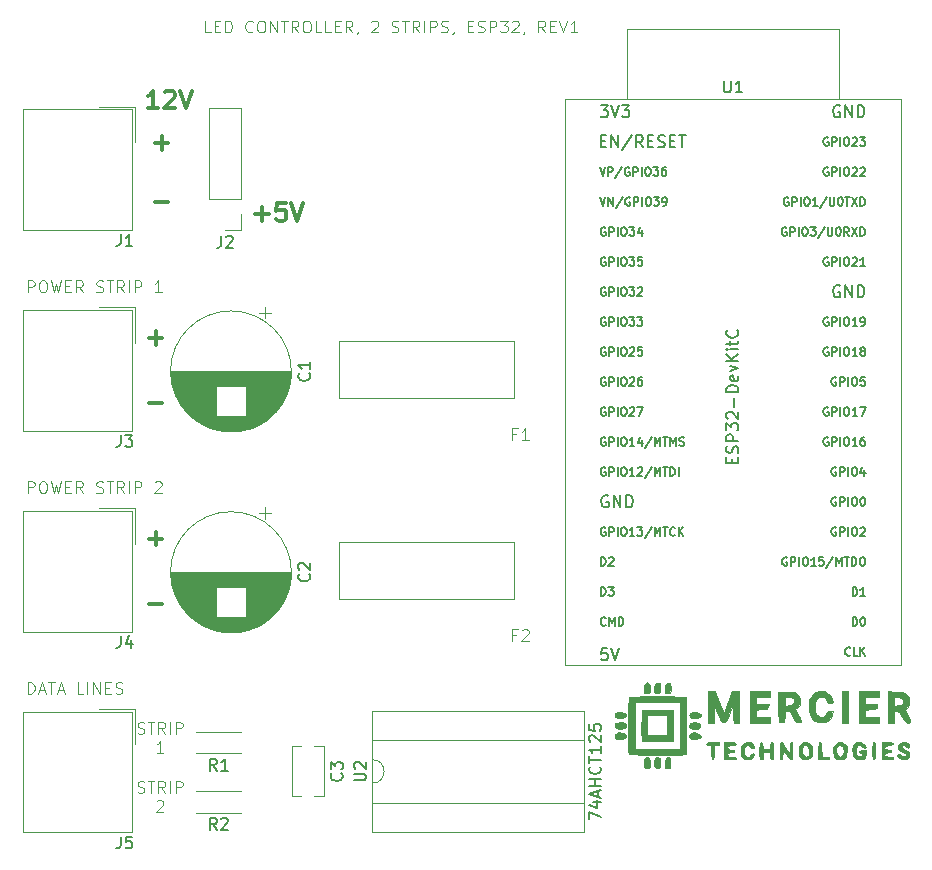
<source format=gbr>
%TF.GenerationSoftware,KiCad,Pcbnew,9.0.2*%
%TF.CreationDate,2025-05-19T00:13:54-04:00*%
%TF.ProjectId,WLED-Salon,574c4544-2d53-4616-9c6f-6e2e6b696361,rev?*%
%TF.SameCoordinates,Original*%
%TF.FileFunction,Legend,Top*%
%TF.FilePolarity,Positive*%
%FSLAX46Y46*%
G04 Gerber Fmt 4.6, Leading zero omitted, Abs format (unit mm)*
G04 Created by KiCad (PCBNEW 9.0.2) date 2025-05-19 00:13:54*
%MOMM*%
%LPD*%
G01*
G04 APERTURE LIST*
%ADD10C,0.100000*%
%ADD11C,0.300000*%
%ADD12C,0.150000*%
%ADD13C,0.010000*%
%ADD14C,0.120000*%
G04 APERTURE END LIST*
D10*
X142280074Y-51372419D02*
X141803884Y-51372419D01*
X141803884Y-51372419D02*
X141803884Y-50372419D01*
X142613408Y-50848609D02*
X142946741Y-50848609D01*
X143089598Y-51372419D02*
X142613408Y-51372419D01*
X142613408Y-51372419D02*
X142613408Y-50372419D01*
X142613408Y-50372419D02*
X143089598Y-50372419D01*
X143518170Y-51372419D02*
X143518170Y-50372419D01*
X143518170Y-50372419D02*
X143756265Y-50372419D01*
X143756265Y-50372419D02*
X143899122Y-50420038D01*
X143899122Y-50420038D02*
X143994360Y-50515276D01*
X143994360Y-50515276D02*
X144041979Y-50610514D01*
X144041979Y-50610514D02*
X144089598Y-50800990D01*
X144089598Y-50800990D02*
X144089598Y-50943847D01*
X144089598Y-50943847D02*
X144041979Y-51134323D01*
X144041979Y-51134323D02*
X143994360Y-51229561D01*
X143994360Y-51229561D02*
X143899122Y-51324800D01*
X143899122Y-51324800D02*
X143756265Y-51372419D01*
X143756265Y-51372419D02*
X143518170Y-51372419D01*
X145851503Y-51277180D02*
X145803884Y-51324800D01*
X145803884Y-51324800D02*
X145661027Y-51372419D01*
X145661027Y-51372419D02*
X145565789Y-51372419D01*
X145565789Y-51372419D02*
X145422932Y-51324800D01*
X145422932Y-51324800D02*
X145327694Y-51229561D01*
X145327694Y-51229561D02*
X145280075Y-51134323D01*
X145280075Y-51134323D02*
X145232456Y-50943847D01*
X145232456Y-50943847D02*
X145232456Y-50800990D01*
X145232456Y-50800990D02*
X145280075Y-50610514D01*
X145280075Y-50610514D02*
X145327694Y-50515276D01*
X145327694Y-50515276D02*
X145422932Y-50420038D01*
X145422932Y-50420038D02*
X145565789Y-50372419D01*
X145565789Y-50372419D02*
X145661027Y-50372419D01*
X145661027Y-50372419D02*
X145803884Y-50420038D01*
X145803884Y-50420038D02*
X145851503Y-50467657D01*
X146470551Y-50372419D02*
X146661027Y-50372419D01*
X146661027Y-50372419D02*
X146756265Y-50420038D01*
X146756265Y-50420038D02*
X146851503Y-50515276D01*
X146851503Y-50515276D02*
X146899122Y-50705752D01*
X146899122Y-50705752D02*
X146899122Y-51039085D01*
X146899122Y-51039085D02*
X146851503Y-51229561D01*
X146851503Y-51229561D02*
X146756265Y-51324800D01*
X146756265Y-51324800D02*
X146661027Y-51372419D01*
X146661027Y-51372419D02*
X146470551Y-51372419D01*
X146470551Y-51372419D02*
X146375313Y-51324800D01*
X146375313Y-51324800D02*
X146280075Y-51229561D01*
X146280075Y-51229561D02*
X146232456Y-51039085D01*
X146232456Y-51039085D02*
X146232456Y-50705752D01*
X146232456Y-50705752D02*
X146280075Y-50515276D01*
X146280075Y-50515276D02*
X146375313Y-50420038D01*
X146375313Y-50420038D02*
X146470551Y-50372419D01*
X147327694Y-51372419D02*
X147327694Y-50372419D01*
X147327694Y-50372419D02*
X147899122Y-51372419D01*
X147899122Y-51372419D02*
X147899122Y-50372419D01*
X148232456Y-50372419D02*
X148803884Y-50372419D01*
X148518170Y-51372419D02*
X148518170Y-50372419D01*
X149708646Y-51372419D02*
X149375313Y-50896228D01*
X149137218Y-51372419D02*
X149137218Y-50372419D01*
X149137218Y-50372419D02*
X149518170Y-50372419D01*
X149518170Y-50372419D02*
X149613408Y-50420038D01*
X149613408Y-50420038D02*
X149661027Y-50467657D01*
X149661027Y-50467657D02*
X149708646Y-50562895D01*
X149708646Y-50562895D02*
X149708646Y-50705752D01*
X149708646Y-50705752D02*
X149661027Y-50800990D01*
X149661027Y-50800990D02*
X149613408Y-50848609D01*
X149613408Y-50848609D02*
X149518170Y-50896228D01*
X149518170Y-50896228D02*
X149137218Y-50896228D01*
X150327694Y-50372419D02*
X150518170Y-50372419D01*
X150518170Y-50372419D02*
X150613408Y-50420038D01*
X150613408Y-50420038D02*
X150708646Y-50515276D01*
X150708646Y-50515276D02*
X150756265Y-50705752D01*
X150756265Y-50705752D02*
X150756265Y-51039085D01*
X150756265Y-51039085D02*
X150708646Y-51229561D01*
X150708646Y-51229561D02*
X150613408Y-51324800D01*
X150613408Y-51324800D02*
X150518170Y-51372419D01*
X150518170Y-51372419D02*
X150327694Y-51372419D01*
X150327694Y-51372419D02*
X150232456Y-51324800D01*
X150232456Y-51324800D02*
X150137218Y-51229561D01*
X150137218Y-51229561D02*
X150089599Y-51039085D01*
X150089599Y-51039085D02*
X150089599Y-50705752D01*
X150089599Y-50705752D02*
X150137218Y-50515276D01*
X150137218Y-50515276D02*
X150232456Y-50420038D01*
X150232456Y-50420038D02*
X150327694Y-50372419D01*
X151661027Y-51372419D02*
X151184837Y-51372419D01*
X151184837Y-51372419D02*
X151184837Y-50372419D01*
X152470551Y-51372419D02*
X151994361Y-51372419D01*
X151994361Y-51372419D02*
X151994361Y-50372419D01*
X152803885Y-50848609D02*
X153137218Y-50848609D01*
X153280075Y-51372419D02*
X152803885Y-51372419D01*
X152803885Y-51372419D02*
X152803885Y-50372419D01*
X152803885Y-50372419D02*
X153280075Y-50372419D01*
X154280075Y-51372419D02*
X153946742Y-50896228D01*
X153708647Y-51372419D02*
X153708647Y-50372419D01*
X153708647Y-50372419D02*
X154089599Y-50372419D01*
X154089599Y-50372419D02*
X154184837Y-50420038D01*
X154184837Y-50420038D02*
X154232456Y-50467657D01*
X154232456Y-50467657D02*
X154280075Y-50562895D01*
X154280075Y-50562895D02*
X154280075Y-50705752D01*
X154280075Y-50705752D02*
X154232456Y-50800990D01*
X154232456Y-50800990D02*
X154184837Y-50848609D01*
X154184837Y-50848609D02*
X154089599Y-50896228D01*
X154089599Y-50896228D02*
X153708647Y-50896228D01*
X154756266Y-51324800D02*
X154756266Y-51372419D01*
X154756266Y-51372419D02*
X154708647Y-51467657D01*
X154708647Y-51467657D02*
X154661028Y-51515276D01*
X155899123Y-50467657D02*
X155946742Y-50420038D01*
X155946742Y-50420038D02*
X156041980Y-50372419D01*
X156041980Y-50372419D02*
X156280075Y-50372419D01*
X156280075Y-50372419D02*
X156375313Y-50420038D01*
X156375313Y-50420038D02*
X156422932Y-50467657D01*
X156422932Y-50467657D02*
X156470551Y-50562895D01*
X156470551Y-50562895D02*
X156470551Y-50658133D01*
X156470551Y-50658133D02*
X156422932Y-50800990D01*
X156422932Y-50800990D02*
X155851504Y-51372419D01*
X155851504Y-51372419D02*
X156470551Y-51372419D01*
X157613409Y-51324800D02*
X157756266Y-51372419D01*
X157756266Y-51372419D02*
X157994361Y-51372419D01*
X157994361Y-51372419D02*
X158089599Y-51324800D01*
X158089599Y-51324800D02*
X158137218Y-51277180D01*
X158137218Y-51277180D02*
X158184837Y-51181942D01*
X158184837Y-51181942D02*
X158184837Y-51086704D01*
X158184837Y-51086704D02*
X158137218Y-50991466D01*
X158137218Y-50991466D02*
X158089599Y-50943847D01*
X158089599Y-50943847D02*
X157994361Y-50896228D01*
X157994361Y-50896228D02*
X157803885Y-50848609D01*
X157803885Y-50848609D02*
X157708647Y-50800990D01*
X157708647Y-50800990D02*
X157661028Y-50753371D01*
X157661028Y-50753371D02*
X157613409Y-50658133D01*
X157613409Y-50658133D02*
X157613409Y-50562895D01*
X157613409Y-50562895D02*
X157661028Y-50467657D01*
X157661028Y-50467657D02*
X157708647Y-50420038D01*
X157708647Y-50420038D02*
X157803885Y-50372419D01*
X157803885Y-50372419D02*
X158041980Y-50372419D01*
X158041980Y-50372419D02*
X158184837Y-50420038D01*
X158470552Y-50372419D02*
X159041980Y-50372419D01*
X158756266Y-51372419D02*
X158756266Y-50372419D01*
X159946742Y-51372419D02*
X159613409Y-50896228D01*
X159375314Y-51372419D02*
X159375314Y-50372419D01*
X159375314Y-50372419D02*
X159756266Y-50372419D01*
X159756266Y-50372419D02*
X159851504Y-50420038D01*
X159851504Y-50420038D02*
X159899123Y-50467657D01*
X159899123Y-50467657D02*
X159946742Y-50562895D01*
X159946742Y-50562895D02*
X159946742Y-50705752D01*
X159946742Y-50705752D02*
X159899123Y-50800990D01*
X159899123Y-50800990D02*
X159851504Y-50848609D01*
X159851504Y-50848609D02*
X159756266Y-50896228D01*
X159756266Y-50896228D02*
X159375314Y-50896228D01*
X160375314Y-51372419D02*
X160375314Y-50372419D01*
X160851504Y-51372419D02*
X160851504Y-50372419D01*
X160851504Y-50372419D02*
X161232456Y-50372419D01*
X161232456Y-50372419D02*
X161327694Y-50420038D01*
X161327694Y-50420038D02*
X161375313Y-50467657D01*
X161375313Y-50467657D02*
X161422932Y-50562895D01*
X161422932Y-50562895D02*
X161422932Y-50705752D01*
X161422932Y-50705752D02*
X161375313Y-50800990D01*
X161375313Y-50800990D02*
X161327694Y-50848609D01*
X161327694Y-50848609D02*
X161232456Y-50896228D01*
X161232456Y-50896228D02*
X160851504Y-50896228D01*
X161803885Y-51324800D02*
X161946742Y-51372419D01*
X161946742Y-51372419D02*
X162184837Y-51372419D01*
X162184837Y-51372419D02*
X162280075Y-51324800D01*
X162280075Y-51324800D02*
X162327694Y-51277180D01*
X162327694Y-51277180D02*
X162375313Y-51181942D01*
X162375313Y-51181942D02*
X162375313Y-51086704D01*
X162375313Y-51086704D02*
X162327694Y-50991466D01*
X162327694Y-50991466D02*
X162280075Y-50943847D01*
X162280075Y-50943847D02*
X162184837Y-50896228D01*
X162184837Y-50896228D02*
X161994361Y-50848609D01*
X161994361Y-50848609D02*
X161899123Y-50800990D01*
X161899123Y-50800990D02*
X161851504Y-50753371D01*
X161851504Y-50753371D02*
X161803885Y-50658133D01*
X161803885Y-50658133D02*
X161803885Y-50562895D01*
X161803885Y-50562895D02*
X161851504Y-50467657D01*
X161851504Y-50467657D02*
X161899123Y-50420038D01*
X161899123Y-50420038D02*
X161994361Y-50372419D01*
X161994361Y-50372419D02*
X162232456Y-50372419D01*
X162232456Y-50372419D02*
X162375313Y-50420038D01*
X162851504Y-51324800D02*
X162851504Y-51372419D01*
X162851504Y-51372419D02*
X162803885Y-51467657D01*
X162803885Y-51467657D02*
X162756266Y-51515276D01*
X164041980Y-50848609D02*
X164375313Y-50848609D01*
X164518170Y-51372419D02*
X164041980Y-51372419D01*
X164041980Y-51372419D02*
X164041980Y-50372419D01*
X164041980Y-50372419D02*
X164518170Y-50372419D01*
X164899123Y-51324800D02*
X165041980Y-51372419D01*
X165041980Y-51372419D02*
X165280075Y-51372419D01*
X165280075Y-51372419D02*
X165375313Y-51324800D01*
X165375313Y-51324800D02*
X165422932Y-51277180D01*
X165422932Y-51277180D02*
X165470551Y-51181942D01*
X165470551Y-51181942D02*
X165470551Y-51086704D01*
X165470551Y-51086704D02*
X165422932Y-50991466D01*
X165422932Y-50991466D02*
X165375313Y-50943847D01*
X165375313Y-50943847D02*
X165280075Y-50896228D01*
X165280075Y-50896228D02*
X165089599Y-50848609D01*
X165089599Y-50848609D02*
X164994361Y-50800990D01*
X164994361Y-50800990D02*
X164946742Y-50753371D01*
X164946742Y-50753371D02*
X164899123Y-50658133D01*
X164899123Y-50658133D02*
X164899123Y-50562895D01*
X164899123Y-50562895D02*
X164946742Y-50467657D01*
X164946742Y-50467657D02*
X164994361Y-50420038D01*
X164994361Y-50420038D02*
X165089599Y-50372419D01*
X165089599Y-50372419D02*
X165327694Y-50372419D01*
X165327694Y-50372419D02*
X165470551Y-50420038D01*
X165899123Y-51372419D02*
X165899123Y-50372419D01*
X165899123Y-50372419D02*
X166280075Y-50372419D01*
X166280075Y-50372419D02*
X166375313Y-50420038D01*
X166375313Y-50420038D02*
X166422932Y-50467657D01*
X166422932Y-50467657D02*
X166470551Y-50562895D01*
X166470551Y-50562895D02*
X166470551Y-50705752D01*
X166470551Y-50705752D02*
X166422932Y-50800990D01*
X166422932Y-50800990D02*
X166375313Y-50848609D01*
X166375313Y-50848609D02*
X166280075Y-50896228D01*
X166280075Y-50896228D02*
X165899123Y-50896228D01*
X166803885Y-50372419D02*
X167422932Y-50372419D01*
X167422932Y-50372419D02*
X167089599Y-50753371D01*
X167089599Y-50753371D02*
X167232456Y-50753371D01*
X167232456Y-50753371D02*
X167327694Y-50800990D01*
X167327694Y-50800990D02*
X167375313Y-50848609D01*
X167375313Y-50848609D02*
X167422932Y-50943847D01*
X167422932Y-50943847D02*
X167422932Y-51181942D01*
X167422932Y-51181942D02*
X167375313Y-51277180D01*
X167375313Y-51277180D02*
X167327694Y-51324800D01*
X167327694Y-51324800D02*
X167232456Y-51372419D01*
X167232456Y-51372419D02*
X166946742Y-51372419D01*
X166946742Y-51372419D02*
X166851504Y-51324800D01*
X166851504Y-51324800D02*
X166803885Y-51277180D01*
X167803885Y-50467657D02*
X167851504Y-50420038D01*
X167851504Y-50420038D02*
X167946742Y-50372419D01*
X167946742Y-50372419D02*
X168184837Y-50372419D01*
X168184837Y-50372419D02*
X168280075Y-50420038D01*
X168280075Y-50420038D02*
X168327694Y-50467657D01*
X168327694Y-50467657D02*
X168375313Y-50562895D01*
X168375313Y-50562895D02*
X168375313Y-50658133D01*
X168375313Y-50658133D02*
X168327694Y-50800990D01*
X168327694Y-50800990D02*
X167756266Y-51372419D01*
X167756266Y-51372419D02*
X168375313Y-51372419D01*
X168851504Y-51324800D02*
X168851504Y-51372419D01*
X168851504Y-51372419D02*
X168803885Y-51467657D01*
X168803885Y-51467657D02*
X168756266Y-51515276D01*
X170613408Y-51372419D02*
X170280075Y-50896228D01*
X170041980Y-51372419D02*
X170041980Y-50372419D01*
X170041980Y-50372419D02*
X170422932Y-50372419D01*
X170422932Y-50372419D02*
X170518170Y-50420038D01*
X170518170Y-50420038D02*
X170565789Y-50467657D01*
X170565789Y-50467657D02*
X170613408Y-50562895D01*
X170613408Y-50562895D02*
X170613408Y-50705752D01*
X170613408Y-50705752D02*
X170565789Y-50800990D01*
X170565789Y-50800990D02*
X170518170Y-50848609D01*
X170518170Y-50848609D02*
X170422932Y-50896228D01*
X170422932Y-50896228D02*
X170041980Y-50896228D01*
X171041980Y-50848609D02*
X171375313Y-50848609D01*
X171518170Y-51372419D02*
X171041980Y-51372419D01*
X171041980Y-51372419D02*
X171041980Y-50372419D01*
X171041980Y-50372419D02*
X171518170Y-50372419D01*
X171803885Y-50372419D02*
X172137218Y-51372419D01*
X172137218Y-51372419D02*
X172470551Y-50372419D01*
X173327694Y-51372419D02*
X172756266Y-51372419D01*
X173041980Y-51372419D02*
X173041980Y-50372419D01*
X173041980Y-50372419D02*
X172946742Y-50515276D01*
X172946742Y-50515276D02*
X172851504Y-50610514D01*
X172851504Y-50610514D02*
X172756266Y-50658133D01*
X136095238Y-115714856D02*
X136238095Y-115762475D01*
X136238095Y-115762475D02*
X136476190Y-115762475D01*
X136476190Y-115762475D02*
X136571428Y-115714856D01*
X136571428Y-115714856D02*
X136619047Y-115667236D01*
X136619047Y-115667236D02*
X136666666Y-115571998D01*
X136666666Y-115571998D02*
X136666666Y-115476760D01*
X136666666Y-115476760D02*
X136619047Y-115381522D01*
X136619047Y-115381522D02*
X136571428Y-115333903D01*
X136571428Y-115333903D02*
X136476190Y-115286284D01*
X136476190Y-115286284D02*
X136285714Y-115238665D01*
X136285714Y-115238665D02*
X136190476Y-115191046D01*
X136190476Y-115191046D02*
X136142857Y-115143427D01*
X136142857Y-115143427D02*
X136095238Y-115048189D01*
X136095238Y-115048189D02*
X136095238Y-114952951D01*
X136095238Y-114952951D02*
X136142857Y-114857713D01*
X136142857Y-114857713D02*
X136190476Y-114810094D01*
X136190476Y-114810094D02*
X136285714Y-114762475D01*
X136285714Y-114762475D02*
X136523809Y-114762475D01*
X136523809Y-114762475D02*
X136666666Y-114810094D01*
X136952381Y-114762475D02*
X137523809Y-114762475D01*
X137238095Y-115762475D02*
X137238095Y-114762475D01*
X138428571Y-115762475D02*
X138095238Y-115286284D01*
X137857143Y-115762475D02*
X137857143Y-114762475D01*
X137857143Y-114762475D02*
X138238095Y-114762475D01*
X138238095Y-114762475D02*
X138333333Y-114810094D01*
X138333333Y-114810094D02*
X138380952Y-114857713D01*
X138380952Y-114857713D02*
X138428571Y-114952951D01*
X138428571Y-114952951D02*
X138428571Y-115095808D01*
X138428571Y-115095808D02*
X138380952Y-115191046D01*
X138380952Y-115191046D02*
X138333333Y-115238665D01*
X138333333Y-115238665D02*
X138238095Y-115286284D01*
X138238095Y-115286284D02*
X137857143Y-115286284D01*
X138857143Y-115762475D02*
X138857143Y-114762475D01*
X139333333Y-115762475D02*
X139333333Y-114762475D01*
X139333333Y-114762475D02*
X139714285Y-114762475D01*
X139714285Y-114762475D02*
X139809523Y-114810094D01*
X139809523Y-114810094D02*
X139857142Y-114857713D01*
X139857142Y-114857713D02*
X139904761Y-114952951D01*
X139904761Y-114952951D02*
X139904761Y-115095808D01*
X139904761Y-115095808D02*
X139857142Y-115191046D01*
X139857142Y-115191046D02*
X139809523Y-115238665D01*
X139809523Y-115238665D02*
X139714285Y-115286284D01*
X139714285Y-115286284D02*
X139333333Y-115286284D01*
X137714286Y-116467657D02*
X137761905Y-116420038D01*
X137761905Y-116420038D02*
X137857143Y-116372419D01*
X137857143Y-116372419D02*
X138095238Y-116372419D01*
X138095238Y-116372419D02*
X138190476Y-116420038D01*
X138190476Y-116420038D02*
X138238095Y-116467657D01*
X138238095Y-116467657D02*
X138285714Y-116562895D01*
X138285714Y-116562895D02*
X138285714Y-116658133D01*
X138285714Y-116658133D02*
X138238095Y-116800990D01*
X138238095Y-116800990D02*
X137666667Y-117372419D01*
X137666667Y-117372419D02*
X138285714Y-117372419D01*
X136095238Y-110714856D02*
X136238095Y-110762475D01*
X136238095Y-110762475D02*
X136476190Y-110762475D01*
X136476190Y-110762475D02*
X136571428Y-110714856D01*
X136571428Y-110714856D02*
X136619047Y-110667236D01*
X136619047Y-110667236D02*
X136666666Y-110571998D01*
X136666666Y-110571998D02*
X136666666Y-110476760D01*
X136666666Y-110476760D02*
X136619047Y-110381522D01*
X136619047Y-110381522D02*
X136571428Y-110333903D01*
X136571428Y-110333903D02*
X136476190Y-110286284D01*
X136476190Y-110286284D02*
X136285714Y-110238665D01*
X136285714Y-110238665D02*
X136190476Y-110191046D01*
X136190476Y-110191046D02*
X136142857Y-110143427D01*
X136142857Y-110143427D02*
X136095238Y-110048189D01*
X136095238Y-110048189D02*
X136095238Y-109952951D01*
X136095238Y-109952951D02*
X136142857Y-109857713D01*
X136142857Y-109857713D02*
X136190476Y-109810094D01*
X136190476Y-109810094D02*
X136285714Y-109762475D01*
X136285714Y-109762475D02*
X136523809Y-109762475D01*
X136523809Y-109762475D02*
X136666666Y-109810094D01*
X136952381Y-109762475D02*
X137523809Y-109762475D01*
X137238095Y-110762475D02*
X137238095Y-109762475D01*
X138428571Y-110762475D02*
X138095238Y-110286284D01*
X137857143Y-110762475D02*
X137857143Y-109762475D01*
X137857143Y-109762475D02*
X138238095Y-109762475D01*
X138238095Y-109762475D02*
X138333333Y-109810094D01*
X138333333Y-109810094D02*
X138380952Y-109857713D01*
X138380952Y-109857713D02*
X138428571Y-109952951D01*
X138428571Y-109952951D02*
X138428571Y-110095808D01*
X138428571Y-110095808D02*
X138380952Y-110191046D01*
X138380952Y-110191046D02*
X138333333Y-110238665D01*
X138333333Y-110238665D02*
X138238095Y-110286284D01*
X138238095Y-110286284D02*
X137857143Y-110286284D01*
X138857143Y-110762475D02*
X138857143Y-109762475D01*
X139333333Y-110762475D02*
X139333333Y-109762475D01*
X139333333Y-109762475D02*
X139714285Y-109762475D01*
X139714285Y-109762475D02*
X139809523Y-109810094D01*
X139809523Y-109810094D02*
X139857142Y-109857713D01*
X139857142Y-109857713D02*
X139904761Y-109952951D01*
X139904761Y-109952951D02*
X139904761Y-110095808D01*
X139904761Y-110095808D02*
X139857142Y-110191046D01*
X139857142Y-110191046D02*
X139809523Y-110238665D01*
X139809523Y-110238665D02*
X139714285Y-110286284D01*
X139714285Y-110286284D02*
X139333333Y-110286284D01*
X138285714Y-112372419D02*
X137714286Y-112372419D01*
X138000000Y-112372419D02*
X138000000Y-111372419D01*
X138000000Y-111372419D02*
X137904762Y-111515276D01*
X137904762Y-111515276D02*
X137809524Y-111610514D01*
X137809524Y-111610514D02*
X137714286Y-111658133D01*
X126803884Y-107372419D02*
X126803884Y-106372419D01*
X126803884Y-106372419D02*
X127041979Y-106372419D01*
X127041979Y-106372419D02*
X127184836Y-106420038D01*
X127184836Y-106420038D02*
X127280074Y-106515276D01*
X127280074Y-106515276D02*
X127327693Y-106610514D01*
X127327693Y-106610514D02*
X127375312Y-106800990D01*
X127375312Y-106800990D02*
X127375312Y-106943847D01*
X127375312Y-106943847D02*
X127327693Y-107134323D01*
X127327693Y-107134323D02*
X127280074Y-107229561D01*
X127280074Y-107229561D02*
X127184836Y-107324800D01*
X127184836Y-107324800D02*
X127041979Y-107372419D01*
X127041979Y-107372419D02*
X126803884Y-107372419D01*
X127756265Y-107086704D02*
X128232455Y-107086704D01*
X127661027Y-107372419D02*
X127994360Y-106372419D01*
X127994360Y-106372419D02*
X128327693Y-107372419D01*
X128518170Y-106372419D02*
X129089598Y-106372419D01*
X128803884Y-107372419D02*
X128803884Y-106372419D01*
X129375313Y-107086704D02*
X129851503Y-107086704D01*
X129280075Y-107372419D02*
X129613408Y-106372419D01*
X129613408Y-106372419D02*
X129946741Y-107372419D01*
X131518170Y-107372419D02*
X131041980Y-107372419D01*
X131041980Y-107372419D02*
X131041980Y-106372419D01*
X131851504Y-107372419D02*
X131851504Y-106372419D01*
X132327694Y-107372419D02*
X132327694Y-106372419D01*
X132327694Y-106372419D02*
X132899122Y-107372419D01*
X132899122Y-107372419D02*
X132899122Y-106372419D01*
X133375313Y-106848609D02*
X133708646Y-106848609D01*
X133851503Y-107372419D02*
X133375313Y-107372419D01*
X133375313Y-107372419D02*
X133375313Y-106372419D01*
X133375313Y-106372419D02*
X133851503Y-106372419D01*
X134232456Y-107324800D02*
X134375313Y-107372419D01*
X134375313Y-107372419D02*
X134613408Y-107372419D01*
X134613408Y-107372419D02*
X134708646Y-107324800D01*
X134708646Y-107324800D02*
X134756265Y-107277180D01*
X134756265Y-107277180D02*
X134803884Y-107181942D01*
X134803884Y-107181942D02*
X134803884Y-107086704D01*
X134803884Y-107086704D02*
X134756265Y-106991466D01*
X134756265Y-106991466D02*
X134708646Y-106943847D01*
X134708646Y-106943847D02*
X134613408Y-106896228D01*
X134613408Y-106896228D02*
X134422932Y-106848609D01*
X134422932Y-106848609D02*
X134327694Y-106800990D01*
X134327694Y-106800990D02*
X134280075Y-106753371D01*
X134280075Y-106753371D02*
X134232456Y-106658133D01*
X134232456Y-106658133D02*
X134232456Y-106562895D01*
X134232456Y-106562895D02*
X134280075Y-106467657D01*
X134280075Y-106467657D02*
X134327694Y-106420038D01*
X134327694Y-106420038D02*
X134422932Y-106372419D01*
X134422932Y-106372419D02*
X134661027Y-106372419D01*
X134661027Y-106372419D02*
X134803884Y-106420038D01*
D11*
X137054510Y-94229400D02*
X138197368Y-94229400D01*
X137625939Y-94800828D02*
X137625939Y-93657971D01*
X137054510Y-99729400D02*
X138197368Y-99729400D01*
D10*
X126803884Y-90372419D02*
X126803884Y-89372419D01*
X126803884Y-89372419D02*
X127184836Y-89372419D01*
X127184836Y-89372419D02*
X127280074Y-89420038D01*
X127280074Y-89420038D02*
X127327693Y-89467657D01*
X127327693Y-89467657D02*
X127375312Y-89562895D01*
X127375312Y-89562895D02*
X127375312Y-89705752D01*
X127375312Y-89705752D02*
X127327693Y-89800990D01*
X127327693Y-89800990D02*
X127280074Y-89848609D01*
X127280074Y-89848609D02*
X127184836Y-89896228D01*
X127184836Y-89896228D02*
X126803884Y-89896228D01*
X127994360Y-89372419D02*
X128184836Y-89372419D01*
X128184836Y-89372419D02*
X128280074Y-89420038D01*
X128280074Y-89420038D02*
X128375312Y-89515276D01*
X128375312Y-89515276D02*
X128422931Y-89705752D01*
X128422931Y-89705752D02*
X128422931Y-90039085D01*
X128422931Y-90039085D02*
X128375312Y-90229561D01*
X128375312Y-90229561D02*
X128280074Y-90324800D01*
X128280074Y-90324800D02*
X128184836Y-90372419D01*
X128184836Y-90372419D02*
X127994360Y-90372419D01*
X127994360Y-90372419D02*
X127899122Y-90324800D01*
X127899122Y-90324800D02*
X127803884Y-90229561D01*
X127803884Y-90229561D02*
X127756265Y-90039085D01*
X127756265Y-90039085D02*
X127756265Y-89705752D01*
X127756265Y-89705752D02*
X127803884Y-89515276D01*
X127803884Y-89515276D02*
X127899122Y-89420038D01*
X127899122Y-89420038D02*
X127994360Y-89372419D01*
X128756265Y-89372419D02*
X128994360Y-90372419D01*
X128994360Y-90372419D02*
X129184836Y-89658133D01*
X129184836Y-89658133D02*
X129375312Y-90372419D01*
X129375312Y-90372419D02*
X129613408Y-89372419D01*
X129994360Y-89848609D02*
X130327693Y-89848609D01*
X130470550Y-90372419D02*
X129994360Y-90372419D01*
X129994360Y-90372419D02*
X129994360Y-89372419D01*
X129994360Y-89372419D02*
X130470550Y-89372419D01*
X131470550Y-90372419D02*
X131137217Y-89896228D01*
X130899122Y-90372419D02*
X130899122Y-89372419D01*
X130899122Y-89372419D02*
X131280074Y-89372419D01*
X131280074Y-89372419D02*
X131375312Y-89420038D01*
X131375312Y-89420038D02*
X131422931Y-89467657D01*
X131422931Y-89467657D02*
X131470550Y-89562895D01*
X131470550Y-89562895D02*
X131470550Y-89705752D01*
X131470550Y-89705752D02*
X131422931Y-89800990D01*
X131422931Y-89800990D02*
X131375312Y-89848609D01*
X131375312Y-89848609D02*
X131280074Y-89896228D01*
X131280074Y-89896228D02*
X130899122Y-89896228D01*
X132613408Y-90324800D02*
X132756265Y-90372419D01*
X132756265Y-90372419D02*
X132994360Y-90372419D01*
X132994360Y-90372419D02*
X133089598Y-90324800D01*
X133089598Y-90324800D02*
X133137217Y-90277180D01*
X133137217Y-90277180D02*
X133184836Y-90181942D01*
X133184836Y-90181942D02*
X133184836Y-90086704D01*
X133184836Y-90086704D02*
X133137217Y-89991466D01*
X133137217Y-89991466D02*
X133089598Y-89943847D01*
X133089598Y-89943847D02*
X132994360Y-89896228D01*
X132994360Y-89896228D02*
X132803884Y-89848609D01*
X132803884Y-89848609D02*
X132708646Y-89800990D01*
X132708646Y-89800990D02*
X132661027Y-89753371D01*
X132661027Y-89753371D02*
X132613408Y-89658133D01*
X132613408Y-89658133D02*
X132613408Y-89562895D01*
X132613408Y-89562895D02*
X132661027Y-89467657D01*
X132661027Y-89467657D02*
X132708646Y-89420038D01*
X132708646Y-89420038D02*
X132803884Y-89372419D01*
X132803884Y-89372419D02*
X133041979Y-89372419D01*
X133041979Y-89372419D02*
X133184836Y-89420038D01*
X133470551Y-89372419D02*
X134041979Y-89372419D01*
X133756265Y-90372419D02*
X133756265Y-89372419D01*
X134946741Y-90372419D02*
X134613408Y-89896228D01*
X134375313Y-90372419D02*
X134375313Y-89372419D01*
X134375313Y-89372419D02*
X134756265Y-89372419D01*
X134756265Y-89372419D02*
X134851503Y-89420038D01*
X134851503Y-89420038D02*
X134899122Y-89467657D01*
X134899122Y-89467657D02*
X134946741Y-89562895D01*
X134946741Y-89562895D02*
X134946741Y-89705752D01*
X134946741Y-89705752D02*
X134899122Y-89800990D01*
X134899122Y-89800990D02*
X134851503Y-89848609D01*
X134851503Y-89848609D02*
X134756265Y-89896228D01*
X134756265Y-89896228D02*
X134375313Y-89896228D01*
X135375313Y-90372419D02*
X135375313Y-89372419D01*
X135851503Y-90372419D02*
X135851503Y-89372419D01*
X135851503Y-89372419D02*
X136232455Y-89372419D01*
X136232455Y-89372419D02*
X136327693Y-89420038D01*
X136327693Y-89420038D02*
X136375312Y-89467657D01*
X136375312Y-89467657D02*
X136422931Y-89562895D01*
X136422931Y-89562895D02*
X136422931Y-89705752D01*
X136422931Y-89705752D02*
X136375312Y-89800990D01*
X136375312Y-89800990D02*
X136327693Y-89848609D01*
X136327693Y-89848609D02*
X136232455Y-89896228D01*
X136232455Y-89896228D02*
X135851503Y-89896228D01*
X137565789Y-89467657D02*
X137613408Y-89420038D01*
X137613408Y-89420038D02*
X137708646Y-89372419D01*
X137708646Y-89372419D02*
X137946741Y-89372419D01*
X137946741Y-89372419D02*
X138041979Y-89420038D01*
X138041979Y-89420038D02*
X138089598Y-89467657D01*
X138089598Y-89467657D02*
X138137217Y-89562895D01*
X138137217Y-89562895D02*
X138137217Y-89658133D01*
X138137217Y-89658133D02*
X138089598Y-89800990D01*
X138089598Y-89800990D02*
X137518170Y-90372419D01*
X137518170Y-90372419D02*
X138137217Y-90372419D01*
D11*
X137054510Y-82729400D02*
X138197368Y-82729400D01*
X137054510Y-77229400D02*
X138197368Y-77229400D01*
X137625939Y-77800828D02*
X137625939Y-76657971D01*
D10*
X126803884Y-73372419D02*
X126803884Y-72372419D01*
X126803884Y-72372419D02*
X127184836Y-72372419D01*
X127184836Y-72372419D02*
X127280074Y-72420038D01*
X127280074Y-72420038D02*
X127327693Y-72467657D01*
X127327693Y-72467657D02*
X127375312Y-72562895D01*
X127375312Y-72562895D02*
X127375312Y-72705752D01*
X127375312Y-72705752D02*
X127327693Y-72800990D01*
X127327693Y-72800990D02*
X127280074Y-72848609D01*
X127280074Y-72848609D02*
X127184836Y-72896228D01*
X127184836Y-72896228D02*
X126803884Y-72896228D01*
X127994360Y-72372419D02*
X128184836Y-72372419D01*
X128184836Y-72372419D02*
X128280074Y-72420038D01*
X128280074Y-72420038D02*
X128375312Y-72515276D01*
X128375312Y-72515276D02*
X128422931Y-72705752D01*
X128422931Y-72705752D02*
X128422931Y-73039085D01*
X128422931Y-73039085D02*
X128375312Y-73229561D01*
X128375312Y-73229561D02*
X128280074Y-73324800D01*
X128280074Y-73324800D02*
X128184836Y-73372419D01*
X128184836Y-73372419D02*
X127994360Y-73372419D01*
X127994360Y-73372419D02*
X127899122Y-73324800D01*
X127899122Y-73324800D02*
X127803884Y-73229561D01*
X127803884Y-73229561D02*
X127756265Y-73039085D01*
X127756265Y-73039085D02*
X127756265Y-72705752D01*
X127756265Y-72705752D02*
X127803884Y-72515276D01*
X127803884Y-72515276D02*
X127899122Y-72420038D01*
X127899122Y-72420038D02*
X127994360Y-72372419D01*
X128756265Y-72372419D02*
X128994360Y-73372419D01*
X128994360Y-73372419D02*
X129184836Y-72658133D01*
X129184836Y-72658133D02*
X129375312Y-73372419D01*
X129375312Y-73372419D02*
X129613408Y-72372419D01*
X129994360Y-72848609D02*
X130327693Y-72848609D01*
X130470550Y-73372419D02*
X129994360Y-73372419D01*
X129994360Y-73372419D02*
X129994360Y-72372419D01*
X129994360Y-72372419D02*
X130470550Y-72372419D01*
X131470550Y-73372419D02*
X131137217Y-72896228D01*
X130899122Y-73372419D02*
X130899122Y-72372419D01*
X130899122Y-72372419D02*
X131280074Y-72372419D01*
X131280074Y-72372419D02*
X131375312Y-72420038D01*
X131375312Y-72420038D02*
X131422931Y-72467657D01*
X131422931Y-72467657D02*
X131470550Y-72562895D01*
X131470550Y-72562895D02*
X131470550Y-72705752D01*
X131470550Y-72705752D02*
X131422931Y-72800990D01*
X131422931Y-72800990D02*
X131375312Y-72848609D01*
X131375312Y-72848609D02*
X131280074Y-72896228D01*
X131280074Y-72896228D02*
X130899122Y-72896228D01*
X132613408Y-73324800D02*
X132756265Y-73372419D01*
X132756265Y-73372419D02*
X132994360Y-73372419D01*
X132994360Y-73372419D02*
X133089598Y-73324800D01*
X133089598Y-73324800D02*
X133137217Y-73277180D01*
X133137217Y-73277180D02*
X133184836Y-73181942D01*
X133184836Y-73181942D02*
X133184836Y-73086704D01*
X133184836Y-73086704D02*
X133137217Y-72991466D01*
X133137217Y-72991466D02*
X133089598Y-72943847D01*
X133089598Y-72943847D02*
X132994360Y-72896228D01*
X132994360Y-72896228D02*
X132803884Y-72848609D01*
X132803884Y-72848609D02*
X132708646Y-72800990D01*
X132708646Y-72800990D02*
X132661027Y-72753371D01*
X132661027Y-72753371D02*
X132613408Y-72658133D01*
X132613408Y-72658133D02*
X132613408Y-72562895D01*
X132613408Y-72562895D02*
X132661027Y-72467657D01*
X132661027Y-72467657D02*
X132708646Y-72420038D01*
X132708646Y-72420038D02*
X132803884Y-72372419D01*
X132803884Y-72372419D02*
X133041979Y-72372419D01*
X133041979Y-72372419D02*
X133184836Y-72420038D01*
X133470551Y-72372419D02*
X134041979Y-72372419D01*
X133756265Y-73372419D02*
X133756265Y-72372419D01*
X134946741Y-73372419D02*
X134613408Y-72896228D01*
X134375313Y-73372419D02*
X134375313Y-72372419D01*
X134375313Y-72372419D02*
X134756265Y-72372419D01*
X134756265Y-72372419D02*
X134851503Y-72420038D01*
X134851503Y-72420038D02*
X134899122Y-72467657D01*
X134899122Y-72467657D02*
X134946741Y-72562895D01*
X134946741Y-72562895D02*
X134946741Y-72705752D01*
X134946741Y-72705752D02*
X134899122Y-72800990D01*
X134899122Y-72800990D02*
X134851503Y-72848609D01*
X134851503Y-72848609D02*
X134756265Y-72896228D01*
X134756265Y-72896228D02*
X134375313Y-72896228D01*
X135375313Y-73372419D02*
X135375313Y-72372419D01*
X135851503Y-73372419D02*
X135851503Y-72372419D01*
X135851503Y-72372419D02*
X136232455Y-72372419D01*
X136232455Y-72372419D02*
X136327693Y-72420038D01*
X136327693Y-72420038D02*
X136375312Y-72467657D01*
X136375312Y-72467657D02*
X136422931Y-72562895D01*
X136422931Y-72562895D02*
X136422931Y-72705752D01*
X136422931Y-72705752D02*
X136375312Y-72800990D01*
X136375312Y-72800990D02*
X136327693Y-72848609D01*
X136327693Y-72848609D02*
X136232455Y-72896228D01*
X136232455Y-72896228D02*
X135851503Y-72896228D01*
X138137217Y-73372419D02*
X137565789Y-73372419D01*
X137851503Y-73372419D02*
X137851503Y-72372419D01*
X137851503Y-72372419D02*
X137756265Y-72515276D01*
X137756265Y-72515276D02*
X137661027Y-72610514D01*
X137661027Y-72610514D02*
X137565789Y-72658133D01*
D11*
X146054510Y-66729400D02*
X147197368Y-66729400D01*
X146625939Y-67300828D02*
X146625939Y-66157971D01*
X148625939Y-65800828D02*
X147911653Y-65800828D01*
X147911653Y-65800828D02*
X147840225Y-66515114D01*
X147840225Y-66515114D02*
X147911653Y-66443685D01*
X147911653Y-66443685D02*
X148054511Y-66372257D01*
X148054511Y-66372257D02*
X148411653Y-66372257D01*
X148411653Y-66372257D02*
X148554511Y-66443685D01*
X148554511Y-66443685D02*
X148625939Y-66515114D01*
X148625939Y-66515114D02*
X148697368Y-66657971D01*
X148697368Y-66657971D02*
X148697368Y-67015114D01*
X148697368Y-67015114D02*
X148625939Y-67157971D01*
X148625939Y-67157971D02*
X148554511Y-67229400D01*
X148554511Y-67229400D02*
X148411653Y-67300828D01*
X148411653Y-67300828D02*
X148054511Y-67300828D01*
X148054511Y-67300828D02*
X147911653Y-67229400D01*
X147911653Y-67229400D02*
X147840225Y-67157971D01*
X149125939Y-65800828D02*
X149625939Y-67300828D01*
X149625939Y-67300828D02*
X150125939Y-65800828D01*
X137554510Y-65729400D02*
X138697368Y-65729400D01*
X137554510Y-60729400D02*
X138697368Y-60729400D01*
X138125939Y-61300828D02*
X138125939Y-60157971D01*
X137840225Y-57800828D02*
X136983082Y-57800828D01*
X137411653Y-57800828D02*
X137411653Y-56300828D01*
X137411653Y-56300828D02*
X137268796Y-56515114D01*
X137268796Y-56515114D02*
X137125939Y-56657971D01*
X137125939Y-56657971D02*
X136983082Y-56729400D01*
X138411653Y-56443685D02*
X138483081Y-56372257D01*
X138483081Y-56372257D02*
X138625939Y-56300828D01*
X138625939Y-56300828D02*
X138983081Y-56300828D01*
X138983081Y-56300828D02*
X139125939Y-56372257D01*
X139125939Y-56372257D02*
X139197367Y-56443685D01*
X139197367Y-56443685D02*
X139268796Y-56586542D01*
X139268796Y-56586542D02*
X139268796Y-56729400D01*
X139268796Y-56729400D02*
X139197367Y-56943685D01*
X139197367Y-56943685D02*
X138340224Y-57800828D01*
X138340224Y-57800828D02*
X139268796Y-57800828D01*
X139697367Y-56300828D02*
X140197367Y-57800828D01*
X140197367Y-57800828D02*
X140697367Y-56300828D01*
D10*
X168166666Y-85371109D02*
X167833333Y-85371109D01*
X167833333Y-85894919D02*
X167833333Y-84894919D01*
X167833333Y-84894919D02*
X168309523Y-84894919D01*
X169214285Y-85894919D02*
X168642857Y-85894919D01*
X168928571Y-85894919D02*
X168928571Y-84894919D01*
X168928571Y-84894919D02*
X168833333Y-85037776D01*
X168833333Y-85037776D02*
X168738095Y-85133014D01*
X168738095Y-85133014D02*
X168642857Y-85180633D01*
X168166666Y-102371109D02*
X167833333Y-102371109D01*
X167833333Y-102894919D02*
X167833333Y-101894919D01*
X167833333Y-101894919D02*
X168309523Y-101894919D01*
X168642857Y-101990157D02*
X168690476Y-101942538D01*
X168690476Y-101942538D02*
X168785714Y-101894919D01*
X168785714Y-101894919D02*
X169023809Y-101894919D01*
X169023809Y-101894919D02*
X169119047Y-101942538D01*
X169119047Y-101942538D02*
X169166666Y-101990157D01*
X169166666Y-101990157D02*
X169214285Y-102085395D01*
X169214285Y-102085395D02*
X169214285Y-102180633D01*
X169214285Y-102180633D02*
X169166666Y-102323490D01*
X169166666Y-102323490D02*
X168595238Y-102894919D01*
X168595238Y-102894919D02*
X169214285Y-102894919D01*
D12*
X134666666Y-85454819D02*
X134666666Y-86169104D01*
X134666666Y-86169104D02*
X134619047Y-86311961D01*
X134619047Y-86311961D02*
X134523809Y-86407200D01*
X134523809Y-86407200D02*
X134380952Y-86454819D01*
X134380952Y-86454819D02*
X134285714Y-86454819D01*
X135047619Y-85454819D02*
X135666666Y-85454819D01*
X135666666Y-85454819D02*
X135333333Y-85835771D01*
X135333333Y-85835771D02*
X135476190Y-85835771D01*
X135476190Y-85835771D02*
X135571428Y-85883390D01*
X135571428Y-85883390D02*
X135619047Y-85931009D01*
X135619047Y-85931009D02*
X135666666Y-86026247D01*
X135666666Y-86026247D02*
X135666666Y-86264342D01*
X135666666Y-86264342D02*
X135619047Y-86359580D01*
X135619047Y-86359580D02*
X135571428Y-86407200D01*
X135571428Y-86407200D02*
X135476190Y-86454819D01*
X135476190Y-86454819D02*
X135190476Y-86454819D01*
X135190476Y-86454819D02*
X135095238Y-86407200D01*
X135095238Y-86407200D02*
X135047619Y-86359580D01*
X150609580Y-80236489D02*
X150657200Y-80284108D01*
X150657200Y-80284108D02*
X150704819Y-80426965D01*
X150704819Y-80426965D02*
X150704819Y-80522203D01*
X150704819Y-80522203D02*
X150657200Y-80665060D01*
X150657200Y-80665060D02*
X150561961Y-80760298D01*
X150561961Y-80760298D02*
X150466723Y-80807917D01*
X150466723Y-80807917D02*
X150276247Y-80855536D01*
X150276247Y-80855536D02*
X150133390Y-80855536D01*
X150133390Y-80855536D02*
X149942914Y-80807917D01*
X149942914Y-80807917D02*
X149847676Y-80760298D01*
X149847676Y-80760298D02*
X149752438Y-80665060D01*
X149752438Y-80665060D02*
X149704819Y-80522203D01*
X149704819Y-80522203D02*
X149704819Y-80426965D01*
X149704819Y-80426965D02*
X149752438Y-80284108D01*
X149752438Y-80284108D02*
X149800057Y-80236489D01*
X150704819Y-79284108D02*
X150704819Y-79855536D01*
X150704819Y-79569822D02*
X149704819Y-79569822D01*
X149704819Y-79569822D02*
X149847676Y-79665060D01*
X149847676Y-79665060D02*
X149942914Y-79760298D01*
X149942914Y-79760298D02*
X149990533Y-79855536D01*
X150609580Y-97236489D02*
X150657200Y-97284108D01*
X150657200Y-97284108D02*
X150704819Y-97426965D01*
X150704819Y-97426965D02*
X150704819Y-97522203D01*
X150704819Y-97522203D02*
X150657200Y-97665060D01*
X150657200Y-97665060D02*
X150561961Y-97760298D01*
X150561961Y-97760298D02*
X150466723Y-97807917D01*
X150466723Y-97807917D02*
X150276247Y-97855536D01*
X150276247Y-97855536D02*
X150133390Y-97855536D01*
X150133390Y-97855536D02*
X149942914Y-97807917D01*
X149942914Y-97807917D02*
X149847676Y-97760298D01*
X149847676Y-97760298D02*
X149752438Y-97665060D01*
X149752438Y-97665060D02*
X149704819Y-97522203D01*
X149704819Y-97522203D02*
X149704819Y-97426965D01*
X149704819Y-97426965D02*
X149752438Y-97284108D01*
X149752438Y-97284108D02*
X149800057Y-97236489D01*
X149800057Y-96855536D02*
X149752438Y-96807917D01*
X149752438Y-96807917D02*
X149704819Y-96712679D01*
X149704819Y-96712679D02*
X149704819Y-96474584D01*
X149704819Y-96474584D02*
X149752438Y-96379346D01*
X149752438Y-96379346D02*
X149800057Y-96331727D01*
X149800057Y-96331727D02*
X149895295Y-96284108D01*
X149895295Y-96284108D02*
X149990533Y-96284108D01*
X149990533Y-96284108D02*
X150133390Y-96331727D01*
X150133390Y-96331727D02*
X150704819Y-96903155D01*
X150704819Y-96903155D02*
X150704819Y-96284108D01*
X142793333Y-118874819D02*
X142460000Y-118398628D01*
X142221905Y-118874819D02*
X142221905Y-117874819D01*
X142221905Y-117874819D02*
X142602857Y-117874819D01*
X142602857Y-117874819D02*
X142698095Y-117922438D01*
X142698095Y-117922438D02*
X142745714Y-117970057D01*
X142745714Y-117970057D02*
X142793333Y-118065295D01*
X142793333Y-118065295D02*
X142793333Y-118208152D01*
X142793333Y-118208152D02*
X142745714Y-118303390D01*
X142745714Y-118303390D02*
X142698095Y-118351009D01*
X142698095Y-118351009D02*
X142602857Y-118398628D01*
X142602857Y-118398628D02*
X142221905Y-118398628D01*
X143174286Y-117970057D02*
X143221905Y-117922438D01*
X143221905Y-117922438D02*
X143317143Y-117874819D01*
X143317143Y-117874819D02*
X143555238Y-117874819D01*
X143555238Y-117874819D02*
X143650476Y-117922438D01*
X143650476Y-117922438D02*
X143698095Y-117970057D01*
X143698095Y-117970057D02*
X143745714Y-118065295D01*
X143745714Y-118065295D02*
X143745714Y-118160533D01*
X143745714Y-118160533D02*
X143698095Y-118303390D01*
X143698095Y-118303390D02*
X143126667Y-118874819D01*
X143126667Y-118874819D02*
X143745714Y-118874819D01*
X142793333Y-113874819D02*
X142460000Y-113398628D01*
X142221905Y-113874819D02*
X142221905Y-112874819D01*
X142221905Y-112874819D02*
X142602857Y-112874819D01*
X142602857Y-112874819D02*
X142698095Y-112922438D01*
X142698095Y-112922438D02*
X142745714Y-112970057D01*
X142745714Y-112970057D02*
X142793333Y-113065295D01*
X142793333Y-113065295D02*
X142793333Y-113208152D01*
X142793333Y-113208152D02*
X142745714Y-113303390D01*
X142745714Y-113303390D02*
X142698095Y-113351009D01*
X142698095Y-113351009D02*
X142602857Y-113398628D01*
X142602857Y-113398628D02*
X142221905Y-113398628D01*
X143745714Y-113874819D02*
X143174286Y-113874819D01*
X143460000Y-113874819D02*
X143460000Y-112874819D01*
X143460000Y-112874819D02*
X143364762Y-113017676D01*
X143364762Y-113017676D02*
X143269524Y-113112914D01*
X143269524Y-113112914D02*
X143174286Y-113160533D01*
X134666666Y-119454819D02*
X134666666Y-120169104D01*
X134666666Y-120169104D02*
X134619047Y-120311961D01*
X134619047Y-120311961D02*
X134523809Y-120407200D01*
X134523809Y-120407200D02*
X134380952Y-120454819D01*
X134380952Y-120454819D02*
X134285714Y-120454819D01*
X135619047Y-119454819D02*
X135142857Y-119454819D01*
X135142857Y-119454819D02*
X135095238Y-119931009D01*
X135095238Y-119931009D02*
X135142857Y-119883390D01*
X135142857Y-119883390D02*
X135238095Y-119835771D01*
X135238095Y-119835771D02*
X135476190Y-119835771D01*
X135476190Y-119835771D02*
X135571428Y-119883390D01*
X135571428Y-119883390D02*
X135619047Y-119931009D01*
X135619047Y-119931009D02*
X135666666Y-120026247D01*
X135666666Y-120026247D02*
X135666666Y-120264342D01*
X135666666Y-120264342D02*
X135619047Y-120359580D01*
X135619047Y-120359580D02*
X135571428Y-120407200D01*
X135571428Y-120407200D02*
X135476190Y-120454819D01*
X135476190Y-120454819D02*
X135238095Y-120454819D01*
X135238095Y-120454819D02*
X135142857Y-120407200D01*
X135142857Y-120407200D02*
X135095238Y-120359580D01*
X134666666Y-102454819D02*
X134666666Y-103169104D01*
X134666666Y-103169104D02*
X134619047Y-103311961D01*
X134619047Y-103311961D02*
X134523809Y-103407200D01*
X134523809Y-103407200D02*
X134380952Y-103454819D01*
X134380952Y-103454819D02*
X134285714Y-103454819D01*
X135571428Y-102788152D02*
X135571428Y-103454819D01*
X135333333Y-102407200D02*
X135095238Y-103121485D01*
X135095238Y-103121485D02*
X135714285Y-103121485D01*
X143166666Y-68582319D02*
X143166666Y-69296604D01*
X143166666Y-69296604D02*
X143119047Y-69439461D01*
X143119047Y-69439461D02*
X143023809Y-69534700D01*
X143023809Y-69534700D02*
X142880952Y-69582319D01*
X142880952Y-69582319D02*
X142785714Y-69582319D01*
X143595238Y-68677557D02*
X143642857Y-68629938D01*
X143642857Y-68629938D02*
X143738095Y-68582319D01*
X143738095Y-68582319D02*
X143976190Y-68582319D01*
X143976190Y-68582319D02*
X144071428Y-68629938D01*
X144071428Y-68629938D02*
X144119047Y-68677557D01*
X144119047Y-68677557D02*
X144166666Y-68772795D01*
X144166666Y-68772795D02*
X144166666Y-68868033D01*
X144166666Y-68868033D02*
X144119047Y-69010890D01*
X144119047Y-69010890D02*
X143547619Y-69582319D01*
X143547619Y-69582319D02*
X144166666Y-69582319D01*
X134666666Y-68454819D02*
X134666666Y-69169104D01*
X134666666Y-69169104D02*
X134619047Y-69311961D01*
X134619047Y-69311961D02*
X134523809Y-69407200D01*
X134523809Y-69407200D02*
X134380952Y-69454819D01*
X134380952Y-69454819D02*
X134285714Y-69454819D01*
X135666666Y-69454819D02*
X135095238Y-69454819D01*
X135380952Y-69454819D02*
X135380952Y-68454819D01*
X135380952Y-68454819D02*
X135285714Y-68597676D01*
X135285714Y-68597676D02*
X135190476Y-68692914D01*
X135190476Y-68692914D02*
X135095238Y-68740533D01*
X153359580Y-114104166D02*
X153407200Y-114151785D01*
X153407200Y-114151785D02*
X153454819Y-114294642D01*
X153454819Y-114294642D02*
X153454819Y-114389880D01*
X153454819Y-114389880D02*
X153407200Y-114532737D01*
X153407200Y-114532737D02*
X153311961Y-114627975D01*
X153311961Y-114627975D02*
X153216723Y-114675594D01*
X153216723Y-114675594D02*
X153026247Y-114723213D01*
X153026247Y-114723213D02*
X152883390Y-114723213D01*
X152883390Y-114723213D02*
X152692914Y-114675594D01*
X152692914Y-114675594D02*
X152597676Y-114627975D01*
X152597676Y-114627975D02*
X152502438Y-114532737D01*
X152502438Y-114532737D02*
X152454819Y-114389880D01*
X152454819Y-114389880D02*
X152454819Y-114294642D01*
X152454819Y-114294642D02*
X152502438Y-114151785D01*
X152502438Y-114151785D02*
X152550057Y-114104166D01*
X152454819Y-113770832D02*
X152454819Y-113151785D01*
X152454819Y-113151785D02*
X152835771Y-113485118D01*
X152835771Y-113485118D02*
X152835771Y-113342261D01*
X152835771Y-113342261D02*
X152883390Y-113247023D01*
X152883390Y-113247023D02*
X152931009Y-113199404D01*
X152931009Y-113199404D02*
X153026247Y-113151785D01*
X153026247Y-113151785D02*
X153264342Y-113151785D01*
X153264342Y-113151785D02*
X153359580Y-113199404D01*
X153359580Y-113199404D02*
X153407200Y-113247023D01*
X153407200Y-113247023D02*
X153454819Y-113342261D01*
X153454819Y-113342261D02*
X153454819Y-113627975D01*
X153454819Y-113627975D02*
X153407200Y-113723213D01*
X153407200Y-113723213D02*
X153359580Y-113770832D01*
X185738095Y-55451379D02*
X185738095Y-56260902D01*
X185738095Y-56260902D02*
X185785714Y-56356140D01*
X185785714Y-56356140D02*
X185833333Y-56403760D01*
X185833333Y-56403760D02*
X185928571Y-56451379D01*
X185928571Y-56451379D02*
X186119047Y-56451379D01*
X186119047Y-56451379D02*
X186214285Y-56403760D01*
X186214285Y-56403760D02*
X186261904Y-56356140D01*
X186261904Y-56356140D02*
X186309523Y-56260902D01*
X186309523Y-56260902D02*
X186309523Y-55451379D01*
X187309523Y-56451379D02*
X186738095Y-56451379D01*
X187023809Y-56451379D02*
X187023809Y-55451379D01*
X187023809Y-55451379D02*
X186928571Y-55594236D01*
X186928571Y-55594236D02*
X186833333Y-55689474D01*
X186833333Y-55689474D02*
X186738095Y-55737093D01*
X186431009Y-87821797D02*
X186431009Y-87488464D01*
X186954819Y-87345607D02*
X186954819Y-87821797D01*
X186954819Y-87821797D02*
X185954819Y-87821797D01*
X185954819Y-87821797D02*
X185954819Y-87345607D01*
X186907200Y-86964654D02*
X186954819Y-86821797D01*
X186954819Y-86821797D02*
X186954819Y-86583702D01*
X186954819Y-86583702D02*
X186907200Y-86488464D01*
X186907200Y-86488464D02*
X186859580Y-86440845D01*
X186859580Y-86440845D02*
X186764342Y-86393226D01*
X186764342Y-86393226D02*
X186669104Y-86393226D01*
X186669104Y-86393226D02*
X186573866Y-86440845D01*
X186573866Y-86440845D02*
X186526247Y-86488464D01*
X186526247Y-86488464D02*
X186478628Y-86583702D01*
X186478628Y-86583702D02*
X186431009Y-86774178D01*
X186431009Y-86774178D02*
X186383390Y-86869416D01*
X186383390Y-86869416D02*
X186335771Y-86917035D01*
X186335771Y-86917035D02*
X186240533Y-86964654D01*
X186240533Y-86964654D02*
X186145295Y-86964654D01*
X186145295Y-86964654D02*
X186050057Y-86917035D01*
X186050057Y-86917035D02*
X186002438Y-86869416D01*
X186002438Y-86869416D02*
X185954819Y-86774178D01*
X185954819Y-86774178D02*
X185954819Y-86536083D01*
X185954819Y-86536083D02*
X186002438Y-86393226D01*
X186954819Y-85964654D02*
X185954819Y-85964654D01*
X185954819Y-85964654D02*
X185954819Y-85583702D01*
X185954819Y-85583702D02*
X186002438Y-85488464D01*
X186002438Y-85488464D02*
X186050057Y-85440845D01*
X186050057Y-85440845D02*
X186145295Y-85393226D01*
X186145295Y-85393226D02*
X186288152Y-85393226D01*
X186288152Y-85393226D02*
X186383390Y-85440845D01*
X186383390Y-85440845D02*
X186431009Y-85488464D01*
X186431009Y-85488464D02*
X186478628Y-85583702D01*
X186478628Y-85583702D02*
X186478628Y-85964654D01*
X185954819Y-85059892D02*
X185954819Y-84440845D01*
X185954819Y-84440845D02*
X186335771Y-84774178D01*
X186335771Y-84774178D02*
X186335771Y-84631321D01*
X186335771Y-84631321D02*
X186383390Y-84536083D01*
X186383390Y-84536083D02*
X186431009Y-84488464D01*
X186431009Y-84488464D02*
X186526247Y-84440845D01*
X186526247Y-84440845D02*
X186764342Y-84440845D01*
X186764342Y-84440845D02*
X186859580Y-84488464D01*
X186859580Y-84488464D02*
X186907200Y-84536083D01*
X186907200Y-84536083D02*
X186954819Y-84631321D01*
X186954819Y-84631321D02*
X186954819Y-84917035D01*
X186954819Y-84917035D02*
X186907200Y-85012273D01*
X186907200Y-85012273D02*
X186859580Y-85059892D01*
X186050057Y-84059892D02*
X186002438Y-84012273D01*
X186002438Y-84012273D02*
X185954819Y-83917035D01*
X185954819Y-83917035D02*
X185954819Y-83678940D01*
X185954819Y-83678940D02*
X186002438Y-83583702D01*
X186002438Y-83583702D02*
X186050057Y-83536083D01*
X186050057Y-83536083D02*
X186145295Y-83488464D01*
X186145295Y-83488464D02*
X186240533Y-83488464D01*
X186240533Y-83488464D02*
X186383390Y-83536083D01*
X186383390Y-83536083D02*
X186954819Y-84107511D01*
X186954819Y-84107511D02*
X186954819Y-83488464D01*
X186573866Y-83059892D02*
X186573866Y-82297988D01*
X186954819Y-81821797D02*
X185954819Y-81821797D01*
X185954819Y-81821797D02*
X185954819Y-81583702D01*
X185954819Y-81583702D02*
X186002438Y-81440845D01*
X186002438Y-81440845D02*
X186097676Y-81345607D01*
X186097676Y-81345607D02*
X186192914Y-81297988D01*
X186192914Y-81297988D02*
X186383390Y-81250369D01*
X186383390Y-81250369D02*
X186526247Y-81250369D01*
X186526247Y-81250369D02*
X186716723Y-81297988D01*
X186716723Y-81297988D02*
X186811961Y-81345607D01*
X186811961Y-81345607D02*
X186907200Y-81440845D01*
X186907200Y-81440845D02*
X186954819Y-81583702D01*
X186954819Y-81583702D02*
X186954819Y-81821797D01*
X186907200Y-80440845D02*
X186954819Y-80536083D01*
X186954819Y-80536083D02*
X186954819Y-80726559D01*
X186954819Y-80726559D02*
X186907200Y-80821797D01*
X186907200Y-80821797D02*
X186811961Y-80869416D01*
X186811961Y-80869416D02*
X186431009Y-80869416D01*
X186431009Y-80869416D02*
X186335771Y-80821797D01*
X186335771Y-80821797D02*
X186288152Y-80726559D01*
X186288152Y-80726559D02*
X186288152Y-80536083D01*
X186288152Y-80536083D02*
X186335771Y-80440845D01*
X186335771Y-80440845D02*
X186431009Y-80393226D01*
X186431009Y-80393226D02*
X186526247Y-80393226D01*
X186526247Y-80393226D02*
X186621485Y-80869416D01*
X186288152Y-80059892D02*
X186954819Y-79821797D01*
X186954819Y-79821797D02*
X186288152Y-79583702D01*
X186954819Y-79202749D02*
X185954819Y-79202749D01*
X186954819Y-78631321D02*
X186383390Y-79059892D01*
X185954819Y-78631321D02*
X186526247Y-79202749D01*
X186954819Y-78202749D02*
X186288152Y-78202749D01*
X185954819Y-78202749D02*
X186002438Y-78250368D01*
X186002438Y-78250368D02*
X186050057Y-78202749D01*
X186050057Y-78202749D02*
X186002438Y-78155130D01*
X186002438Y-78155130D02*
X185954819Y-78202749D01*
X185954819Y-78202749D02*
X186050057Y-78202749D01*
X186288152Y-77869416D02*
X186288152Y-77488464D01*
X185954819Y-77726559D02*
X186811961Y-77726559D01*
X186811961Y-77726559D02*
X186907200Y-77678940D01*
X186907200Y-77678940D02*
X186954819Y-77583702D01*
X186954819Y-77583702D02*
X186954819Y-77488464D01*
X186859580Y-76583702D02*
X186907200Y-76631321D01*
X186907200Y-76631321D02*
X186954819Y-76774178D01*
X186954819Y-76774178D02*
X186954819Y-76869416D01*
X186954819Y-76869416D02*
X186907200Y-77012273D01*
X186907200Y-77012273D02*
X186811961Y-77107511D01*
X186811961Y-77107511D02*
X186716723Y-77155130D01*
X186716723Y-77155130D02*
X186526247Y-77202749D01*
X186526247Y-77202749D02*
X186383390Y-77202749D01*
X186383390Y-77202749D02*
X186192914Y-77155130D01*
X186192914Y-77155130D02*
X186097676Y-77107511D01*
X186097676Y-77107511D02*
X186002438Y-77012273D01*
X186002438Y-77012273D02*
X185954819Y-76869416D01*
X185954819Y-76869416D02*
X185954819Y-76774178D01*
X185954819Y-76774178D02*
X186002438Y-76631321D01*
X186002438Y-76631321D02*
X186050057Y-76583702D01*
X196631315Y-99052593D02*
X196631315Y-98352593D01*
X196631315Y-98352593D02*
X196797982Y-98352593D01*
X196797982Y-98352593D02*
X196897982Y-98385926D01*
X196897982Y-98385926D02*
X196964649Y-98452593D01*
X196964649Y-98452593D02*
X196997982Y-98519260D01*
X196997982Y-98519260D02*
X197031315Y-98652593D01*
X197031315Y-98652593D02*
X197031315Y-98752593D01*
X197031315Y-98752593D02*
X196997982Y-98885926D01*
X196997982Y-98885926D02*
X196964649Y-98952593D01*
X196964649Y-98952593D02*
X196897982Y-99019260D01*
X196897982Y-99019260D02*
X196797982Y-99052593D01*
X196797982Y-99052593D02*
X196631315Y-99052593D01*
X197697982Y-99052593D02*
X197297982Y-99052593D01*
X197497982Y-99052593D02*
X197497982Y-98352593D01*
X197497982Y-98352593D02*
X197431315Y-98452593D01*
X197431315Y-98452593D02*
X197364649Y-98519260D01*
X197364649Y-98519260D02*
X197297982Y-98552593D01*
X195231316Y-93305926D02*
X195164649Y-93272593D01*
X195164649Y-93272593D02*
X195064649Y-93272593D01*
X195064649Y-93272593D02*
X194964649Y-93305926D01*
X194964649Y-93305926D02*
X194897983Y-93372593D01*
X194897983Y-93372593D02*
X194864649Y-93439260D01*
X194864649Y-93439260D02*
X194831316Y-93572593D01*
X194831316Y-93572593D02*
X194831316Y-93672593D01*
X194831316Y-93672593D02*
X194864649Y-93805926D01*
X194864649Y-93805926D02*
X194897983Y-93872593D01*
X194897983Y-93872593D02*
X194964649Y-93939260D01*
X194964649Y-93939260D02*
X195064649Y-93972593D01*
X195064649Y-93972593D02*
X195131316Y-93972593D01*
X195131316Y-93972593D02*
X195231316Y-93939260D01*
X195231316Y-93939260D02*
X195264649Y-93905926D01*
X195264649Y-93905926D02*
X195264649Y-93672593D01*
X195264649Y-93672593D02*
X195131316Y-93672593D01*
X195564649Y-93972593D02*
X195564649Y-93272593D01*
X195564649Y-93272593D02*
X195831316Y-93272593D01*
X195831316Y-93272593D02*
X195897983Y-93305926D01*
X195897983Y-93305926D02*
X195931316Y-93339260D01*
X195931316Y-93339260D02*
X195964649Y-93405926D01*
X195964649Y-93405926D02*
X195964649Y-93505926D01*
X195964649Y-93505926D02*
X195931316Y-93572593D01*
X195931316Y-93572593D02*
X195897983Y-93605926D01*
X195897983Y-93605926D02*
X195831316Y-93639260D01*
X195831316Y-93639260D02*
X195564649Y-93639260D01*
X196264649Y-93972593D02*
X196264649Y-93272593D01*
X196731316Y-93272593D02*
X196864649Y-93272593D01*
X196864649Y-93272593D02*
X196931316Y-93305926D01*
X196931316Y-93305926D02*
X196997982Y-93372593D01*
X196997982Y-93372593D02*
X197031316Y-93505926D01*
X197031316Y-93505926D02*
X197031316Y-93739260D01*
X197031316Y-93739260D02*
X196997982Y-93872593D01*
X196997982Y-93872593D02*
X196931316Y-93939260D01*
X196931316Y-93939260D02*
X196864649Y-93972593D01*
X196864649Y-93972593D02*
X196731316Y-93972593D01*
X196731316Y-93972593D02*
X196664649Y-93939260D01*
X196664649Y-93939260D02*
X196597982Y-93872593D01*
X196597982Y-93872593D02*
X196564649Y-93739260D01*
X196564649Y-93739260D02*
X196564649Y-93505926D01*
X196564649Y-93505926D02*
X196597982Y-93372593D01*
X196597982Y-93372593D02*
X196664649Y-93305926D01*
X196664649Y-93305926D02*
X196731316Y-93272593D01*
X197297982Y-93339260D02*
X197331315Y-93305926D01*
X197331315Y-93305926D02*
X197397982Y-93272593D01*
X197397982Y-93272593D02*
X197564649Y-93272593D01*
X197564649Y-93272593D02*
X197631315Y-93305926D01*
X197631315Y-93305926D02*
X197664649Y-93339260D01*
X197664649Y-93339260D02*
X197697982Y-93405926D01*
X197697982Y-93405926D02*
X197697982Y-93472593D01*
X197697982Y-93472593D02*
X197664649Y-93572593D01*
X197664649Y-93572593D02*
X197264649Y-93972593D01*
X197264649Y-93972593D02*
X197697982Y-93972593D01*
X175235350Y-65332593D02*
X175468684Y-66032593D01*
X175468684Y-66032593D02*
X175702017Y-65332593D01*
X175935350Y-66032593D02*
X175935350Y-65332593D01*
X175935350Y-65332593D02*
X176335350Y-66032593D01*
X176335350Y-66032593D02*
X176335350Y-65332593D01*
X177168683Y-65299260D02*
X176568683Y-66199260D01*
X177768683Y-65365926D02*
X177702016Y-65332593D01*
X177702016Y-65332593D02*
X177602016Y-65332593D01*
X177602016Y-65332593D02*
X177502016Y-65365926D01*
X177502016Y-65365926D02*
X177435350Y-65432593D01*
X177435350Y-65432593D02*
X177402016Y-65499260D01*
X177402016Y-65499260D02*
X177368683Y-65632593D01*
X177368683Y-65632593D02*
X177368683Y-65732593D01*
X177368683Y-65732593D02*
X177402016Y-65865926D01*
X177402016Y-65865926D02*
X177435350Y-65932593D01*
X177435350Y-65932593D02*
X177502016Y-65999260D01*
X177502016Y-65999260D02*
X177602016Y-66032593D01*
X177602016Y-66032593D02*
X177668683Y-66032593D01*
X177668683Y-66032593D02*
X177768683Y-65999260D01*
X177768683Y-65999260D02*
X177802016Y-65965926D01*
X177802016Y-65965926D02*
X177802016Y-65732593D01*
X177802016Y-65732593D02*
X177668683Y-65732593D01*
X178102016Y-66032593D02*
X178102016Y-65332593D01*
X178102016Y-65332593D02*
X178368683Y-65332593D01*
X178368683Y-65332593D02*
X178435350Y-65365926D01*
X178435350Y-65365926D02*
X178468683Y-65399260D01*
X178468683Y-65399260D02*
X178502016Y-65465926D01*
X178502016Y-65465926D02*
X178502016Y-65565926D01*
X178502016Y-65565926D02*
X178468683Y-65632593D01*
X178468683Y-65632593D02*
X178435350Y-65665926D01*
X178435350Y-65665926D02*
X178368683Y-65699260D01*
X178368683Y-65699260D02*
X178102016Y-65699260D01*
X178802016Y-66032593D02*
X178802016Y-65332593D01*
X179268683Y-65332593D02*
X179402016Y-65332593D01*
X179402016Y-65332593D02*
X179468683Y-65365926D01*
X179468683Y-65365926D02*
X179535349Y-65432593D01*
X179535349Y-65432593D02*
X179568683Y-65565926D01*
X179568683Y-65565926D02*
X179568683Y-65799260D01*
X179568683Y-65799260D02*
X179535349Y-65932593D01*
X179535349Y-65932593D02*
X179468683Y-65999260D01*
X179468683Y-65999260D02*
X179402016Y-66032593D01*
X179402016Y-66032593D02*
X179268683Y-66032593D01*
X179268683Y-66032593D02*
X179202016Y-65999260D01*
X179202016Y-65999260D02*
X179135349Y-65932593D01*
X179135349Y-65932593D02*
X179102016Y-65799260D01*
X179102016Y-65799260D02*
X179102016Y-65565926D01*
X179102016Y-65565926D02*
X179135349Y-65432593D01*
X179135349Y-65432593D02*
X179202016Y-65365926D01*
X179202016Y-65365926D02*
X179268683Y-65332593D01*
X179802016Y-65332593D02*
X180235349Y-65332593D01*
X180235349Y-65332593D02*
X180002016Y-65599260D01*
X180002016Y-65599260D02*
X180102016Y-65599260D01*
X180102016Y-65599260D02*
X180168682Y-65632593D01*
X180168682Y-65632593D02*
X180202016Y-65665926D01*
X180202016Y-65665926D02*
X180235349Y-65732593D01*
X180235349Y-65732593D02*
X180235349Y-65899260D01*
X180235349Y-65899260D02*
X180202016Y-65965926D01*
X180202016Y-65965926D02*
X180168682Y-65999260D01*
X180168682Y-65999260D02*
X180102016Y-66032593D01*
X180102016Y-66032593D02*
X179902016Y-66032593D01*
X179902016Y-66032593D02*
X179835349Y-65999260D01*
X179835349Y-65999260D02*
X179802016Y-65965926D01*
X180568683Y-66032593D02*
X180702016Y-66032593D01*
X180702016Y-66032593D02*
X180768683Y-65999260D01*
X180768683Y-65999260D02*
X180802016Y-65965926D01*
X180802016Y-65965926D02*
X180868683Y-65865926D01*
X180868683Y-65865926D02*
X180902016Y-65732593D01*
X180902016Y-65732593D02*
X180902016Y-65465926D01*
X180902016Y-65465926D02*
X180868683Y-65399260D01*
X180868683Y-65399260D02*
X180835349Y-65365926D01*
X180835349Y-65365926D02*
X180768683Y-65332593D01*
X180768683Y-65332593D02*
X180635349Y-65332593D01*
X180635349Y-65332593D02*
X180568683Y-65365926D01*
X180568683Y-65365926D02*
X180535349Y-65399260D01*
X180535349Y-65399260D02*
X180502016Y-65465926D01*
X180502016Y-65465926D02*
X180502016Y-65632593D01*
X180502016Y-65632593D02*
X180535349Y-65699260D01*
X180535349Y-65699260D02*
X180568683Y-65732593D01*
X180568683Y-65732593D02*
X180635349Y-65765926D01*
X180635349Y-65765926D02*
X180768683Y-65765926D01*
X180768683Y-65765926D02*
X180835349Y-65732593D01*
X180835349Y-65732593D02*
X180868683Y-65699260D01*
X180868683Y-65699260D02*
X180902016Y-65632593D01*
X175702017Y-93305926D02*
X175635350Y-93272593D01*
X175635350Y-93272593D02*
X175535350Y-93272593D01*
X175535350Y-93272593D02*
X175435350Y-93305926D01*
X175435350Y-93305926D02*
X175368684Y-93372593D01*
X175368684Y-93372593D02*
X175335350Y-93439260D01*
X175335350Y-93439260D02*
X175302017Y-93572593D01*
X175302017Y-93572593D02*
X175302017Y-93672593D01*
X175302017Y-93672593D02*
X175335350Y-93805926D01*
X175335350Y-93805926D02*
X175368684Y-93872593D01*
X175368684Y-93872593D02*
X175435350Y-93939260D01*
X175435350Y-93939260D02*
X175535350Y-93972593D01*
X175535350Y-93972593D02*
X175602017Y-93972593D01*
X175602017Y-93972593D02*
X175702017Y-93939260D01*
X175702017Y-93939260D02*
X175735350Y-93905926D01*
X175735350Y-93905926D02*
X175735350Y-93672593D01*
X175735350Y-93672593D02*
X175602017Y-93672593D01*
X176035350Y-93972593D02*
X176035350Y-93272593D01*
X176035350Y-93272593D02*
X176302017Y-93272593D01*
X176302017Y-93272593D02*
X176368684Y-93305926D01*
X176368684Y-93305926D02*
X176402017Y-93339260D01*
X176402017Y-93339260D02*
X176435350Y-93405926D01*
X176435350Y-93405926D02*
X176435350Y-93505926D01*
X176435350Y-93505926D02*
X176402017Y-93572593D01*
X176402017Y-93572593D02*
X176368684Y-93605926D01*
X176368684Y-93605926D02*
X176302017Y-93639260D01*
X176302017Y-93639260D02*
X176035350Y-93639260D01*
X176735350Y-93972593D02*
X176735350Y-93272593D01*
X177202017Y-93272593D02*
X177335350Y-93272593D01*
X177335350Y-93272593D02*
X177402017Y-93305926D01*
X177402017Y-93305926D02*
X177468683Y-93372593D01*
X177468683Y-93372593D02*
X177502017Y-93505926D01*
X177502017Y-93505926D02*
X177502017Y-93739260D01*
X177502017Y-93739260D02*
X177468683Y-93872593D01*
X177468683Y-93872593D02*
X177402017Y-93939260D01*
X177402017Y-93939260D02*
X177335350Y-93972593D01*
X177335350Y-93972593D02*
X177202017Y-93972593D01*
X177202017Y-93972593D02*
X177135350Y-93939260D01*
X177135350Y-93939260D02*
X177068683Y-93872593D01*
X177068683Y-93872593D02*
X177035350Y-93739260D01*
X177035350Y-93739260D02*
X177035350Y-93505926D01*
X177035350Y-93505926D02*
X177068683Y-93372593D01*
X177068683Y-93372593D02*
X177135350Y-93305926D01*
X177135350Y-93305926D02*
X177202017Y-93272593D01*
X178168683Y-93972593D02*
X177768683Y-93972593D01*
X177968683Y-93972593D02*
X177968683Y-93272593D01*
X177968683Y-93272593D02*
X177902016Y-93372593D01*
X177902016Y-93372593D02*
X177835350Y-93439260D01*
X177835350Y-93439260D02*
X177768683Y-93472593D01*
X178402017Y-93272593D02*
X178835350Y-93272593D01*
X178835350Y-93272593D02*
X178602017Y-93539260D01*
X178602017Y-93539260D02*
X178702017Y-93539260D01*
X178702017Y-93539260D02*
X178768683Y-93572593D01*
X178768683Y-93572593D02*
X178802017Y-93605926D01*
X178802017Y-93605926D02*
X178835350Y-93672593D01*
X178835350Y-93672593D02*
X178835350Y-93839260D01*
X178835350Y-93839260D02*
X178802017Y-93905926D01*
X178802017Y-93905926D02*
X178768683Y-93939260D01*
X178768683Y-93939260D02*
X178702017Y-93972593D01*
X178702017Y-93972593D02*
X178502017Y-93972593D01*
X178502017Y-93972593D02*
X178435350Y-93939260D01*
X178435350Y-93939260D02*
X178402017Y-93905926D01*
X179635350Y-93239260D02*
X179035350Y-94139260D01*
X179868683Y-93972593D02*
X179868683Y-93272593D01*
X179868683Y-93272593D02*
X180102017Y-93772593D01*
X180102017Y-93772593D02*
X180335350Y-93272593D01*
X180335350Y-93272593D02*
X180335350Y-93972593D01*
X180568683Y-93272593D02*
X180968683Y-93272593D01*
X180768683Y-93972593D02*
X180768683Y-93272593D01*
X181602016Y-93905926D02*
X181568683Y-93939260D01*
X181568683Y-93939260D02*
X181468683Y-93972593D01*
X181468683Y-93972593D02*
X181402016Y-93972593D01*
X181402016Y-93972593D02*
X181302016Y-93939260D01*
X181302016Y-93939260D02*
X181235350Y-93872593D01*
X181235350Y-93872593D02*
X181202016Y-93805926D01*
X181202016Y-93805926D02*
X181168683Y-93672593D01*
X181168683Y-93672593D02*
X181168683Y-93572593D01*
X181168683Y-93572593D02*
X181202016Y-93439260D01*
X181202016Y-93439260D02*
X181235350Y-93372593D01*
X181235350Y-93372593D02*
X181302016Y-93305926D01*
X181302016Y-93305926D02*
X181402016Y-93272593D01*
X181402016Y-93272593D02*
X181468683Y-93272593D01*
X181468683Y-93272593D02*
X181568683Y-93305926D01*
X181568683Y-93305926D02*
X181602016Y-93339260D01*
X181902016Y-93972593D02*
X181902016Y-93272593D01*
X182302016Y-93972593D02*
X182002016Y-93572593D01*
X182302016Y-93272593D02*
X181902016Y-93672593D01*
X194564649Y-62825926D02*
X194497982Y-62792593D01*
X194497982Y-62792593D02*
X194397982Y-62792593D01*
X194397982Y-62792593D02*
X194297982Y-62825926D01*
X194297982Y-62825926D02*
X194231316Y-62892593D01*
X194231316Y-62892593D02*
X194197982Y-62959260D01*
X194197982Y-62959260D02*
X194164649Y-63092593D01*
X194164649Y-63092593D02*
X194164649Y-63192593D01*
X194164649Y-63192593D02*
X194197982Y-63325926D01*
X194197982Y-63325926D02*
X194231316Y-63392593D01*
X194231316Y-63392593D02*
X194297982Y-63459260D01*
X194297982Y-63459260D02*
X194397982Y-63492593D01*
X194397982Y-63492593D02*
X194464649Y-63492593D01*
X194464649Y-63492593D02*
X194564649Y-63459260D01*
X194564649Y-63459260D02*
X194597982Y-63425926D01*
X194597982Y-63425926D02*
X194597982Y-63192593D01*
X194597982Y-63192593D02*
X194464649Y-63192593D01*
X194897982Y-63492593D02*
X194897982Y-62792593D01*
X194897982Y-62792593D02*
X195164649Y-62792593D01*
X195164649Y-62792593D02*
X195231316Y-62825926D01*
X195231316Y-62825926D02*
X195264649Y-62859260D01*
X195264649Y-62859260D02*
X195297982Y-62925926D01*
X195297982Y-62925926D02*
X195297982Y-63025926D01*
X195297982Y-63025926D02*
X195264649Y-63092593D01*
X195264649Y-63092593D02*
X195231316Y-63125926D01*
X195231316Y-63125926D02*
X195164649Y-63159260D01*
X195164649Y-63159260D02*
X194897982Y-63159260D01*
X195597982Y-63492593D02*
X195597982Y-62792593D01*
X196064649Y-62792593D02*
X196197982Y-62792593D01*
X196197982Y-62792593D02*
X196264649Y-62825926D01*
X196264649Y-62825926D02*
X196331315Y-62892593D01*
X196331315Y-62892593D02*
X196364649Y-63025926D01*
X196364649Y-63025926D02*
X196364649Y-63259260D01*
X196364649Y-63259260D02*
X196331315Y-63392593D01*
X196331315Y-63392593D02*
X196264649Y-63459260D01*
X196264649Y-63459260D02*
X196197982Y-63492593D01*
X196197982Y-63492593D02*
X196064649Y-63492593D01*
X196064649Y-63492593D02*
X195997982Y-63459260D01*
X195997982Y-63459260D02*
X195931315Y-63392593D01*
X195931315Y-63392593D02*
X195897982Y-63259260D01*
X195897982Y-63259260D02*
X195897982Y-63025926D01*
X195897982Y-63025926D02*
X195931315Y-62892593D01*
X195931315Y-62892593D02*
X195997982Y-62825926D01*
X195997982Y-62825926D02*
X196064649Y-62792593D01*
X196631315Y-62859260D02*
X196664648Y-62825926D01*
X196664648Y-62825926D02*
X196731315Y-62792593D01*
X196731315Y-62792593D02*
X196897982Y-62792593D01*
X196897982Y-62792593D02*
X196964648Y-62825926D01*
X196964648Y-62825926D02*
X196997982Y-62859260D01*
X196997982Y-62859260D02*
X197031315Y-62925926D01*
X197031315Y-62925926D02*
X197031315Y-62992593D01*
X197031315Y-62992593D02*
X196997982Y-63092593D01*
X196997982Y-63092593D02*
X196597982Y-63492593D01*
X196597982Y-63492593D02*
X197031315Y-63492593D01*
X197297982Y-62859260D02*
X197331315Y-62825926D01*
X197331315Y-62825926D02*
X197397982Y-62792593D01*
X197397982Y-62792593D02*
X197564649Y-62792593D01*
X197564649Y-62792593D02*
X197631315Y-62825926D01*
X197631315Y-62825926D02*
X197664649Y-62859260D01*
X197664649Y-62859260D02*
X197697982Y-62925926D01*
X197697982Y-62925926D02*
X197697982Y-62992593D01*
X197697982Y-62992593D02*
X197664649Y-63092593D01*
X197664649Y-63092593D02*
X197264649Y-63492593D01*
X197264649Y-63492593D02*
X197697982Y-63492593D01*
X175930588Y-90618998D02*
X175835350Y-90571379D01*
X175835350Y-90571379D02*
X175692493Y-90571379D01*
X175692493Y-90571379D02*
X175549636Y-90618998D01*
X175549636Y-90618998D02*
X175454398Y-90714236D01*
X175454398Y-90714236D02*
X175406779Y-90809474D01*
X175406779Y-90809474D02*
X175359160Y-90999950D01*
X175359160Y-90999950D02*
X175359160Y-91142807D01*
X175359160Y-91142807D02*
X175406779Y-91333283D01*
X175406779Y-91333283D02*
X175454398Y-91428521D01*
X175454398Y-91428521D02*
X175549636Y-91523760D01*
X175549636Y-91523760D02*
X175692493Y-91571379D01*
X175692493Y-91571379D02*
X175787731Y-91571379D01*
X175787731Y-91571379D02*
X175930588Y-91523760D01*
X175930588Y-91523760D02*
X175978207Y-91476140D01*
X175978207Y-91476140D02*
X175978207Y-91142807D01*
X175978207Y-91142807D02*
X175787731Y-91142807D01*
X176406779Y-91571379D02*
X176406779Y-90571379D01*
X176406779Y-90571379D02*
X176978207Y-91571379D01*
X176978207Y-91571379D02*
X176978207Y-90571379D01*
X177454398Y-91571379D02*
X177454398Y-90571379D01*
X177454398Y-90571379D02*
X177692493Y-90571379D01*
X177692493Y-90571379D02*
X177835350Y-90618998D01*
X177835350Y-90618998D02*
X177930588Y-90714236D01*
X177930588Y-90714236D02*
X177978207Y-90809474D01*
X177978207Y-90809474D02*
X178025826Y-90999950D01*
X178025826Y-90999950D02*
X178025826Y-91142807D01*
X178025826Y-91142807D02*
X177978207Y-91333283D01*
X177978207Y-91333283D02*
X177930588Y-91428521D01*
X177930588Y-91428521D02*
X177835350Y-91523760D01*
X177835350Y-91523760D02*
X177692493Y-91571379D01*
X177692493Y-91571379D02*
X177454398Y-91571379D01*
X175702017Y-72985926D02*
X175635350Y-72952593D01*
X175635350Y-72952593D02*
X175535350Y-72952593D01*
X175535350Y-72952593D02*
X175435350Y-72985926D01*
X175435350Y-72985926D02*
X175368684Y-73052593D01*
X175368684Y-73052593D02*
X175335350Y-73119260D01*
X175335350Y-73119260D02*
X175302017Y-73252593D01*
X175302017Y-73252593D02*
X175302017Y-73352593D01*
X175302017Y-73352593D02*
X175335350Y-73485926D01*
X175335350Y-73485926D02*
X175368684Y-73552593D01*
X175368684Y-73552593D02*
X175435350Y-73619260D01*
X175435350Y-73619260D02*
X175535350Y-73652593D01*
X175535350Y-73652593D02*
X175602017Y-73652593D01*
X175602017Y-73652593D02*
X175702017Y-73619260D01*
X175702017Y-73619260D02*
X175735350Y-73585926D01*
X175735350Y-73585926D02*
X175735350Y-73352593D01*
X175735350Y-73352593D02*
X175602017Y-73352593D01*
X176035350Y-73652593D02*
X176035350Y-72952593D01*
X176035350Y-72952593D02*
X176302017Y-72952593D01*
X176302017Y-72952593D02*
X176368684Y-72985926D01*
X176368684Y-72985926D02*
X176402017Y-73019260D01*
X176402017Y-73019260D02*
X176435350Y-73085926D01*
X176435350Y-73085926D02*
X176435350Y-73185926D01*
X176435350Y-73185926D02*
X176402017Y-73252593D01*
X176402017Y-73252593D02*
X176368684Y-73285926D01*
X176368684Y-73285926D02*
X176302017Y-73319260D01*
X176302017Y-73319260D02*
X176035350Y-73319260D01*
X176735350Y-73652593D02*
X176735350Y-72952593D01*
X177202017Y-72952593D02*
X177335350Y-72952593D01*
X177335350Y-72952593D02*
X177402017Y-72985926D01*
X177402017Y-72985926D02*
X177468683Y-73052593D01*
X177468683Y-73052593D02*
X177502017Y-73185926D01*
X177502017Y-73185926D02*
X177502017Y-73419260D01*
X177502017Y-73419260D02*
X177468683Y-73552593D01*
X177468683Y-73552593D02*
X177402017Y-73619260D01*
X177402017Y-73619260D02*
X177335350Y-73652593D01*
X177335350Y-73652593D02*
X177202017Y-73652593D01*
X177202017Y-73652593D02*
X177135350Y-73619260D01*
X177135350Y-73619260D02*
X177068683Y-73552593D01*
X177068683Y-73552593D02*
X177035350Y-73419260D01*
X177035350Y-73419260D02*
X177035350Y-73185926D01*
X177035350Y-73185926D02*
X177068683Y-73052593D01*
X177068683Y-73052593D02*
X177135350Y-72985926D01*
X177135350Y-72985926D02*
X177202017Y-72952593D01*
X177735350Y-72952593D02*
X178168683Y-72952593D01*
X178168683Y-72952593D02*
X177935350Y-73219260D01*
X177935350Y-73219260D02*
X178035350Y-73219260D01*
X178035350Y-73219260D02*
X178102016Y-73252593D01*
X178102016Y-73252593D02*
X178135350Y-73285926D01*
X178135350Y-73285926D02*
X178168683Y-73352593D01*
X178168683Y-73352593D02*
X178168683Y-73519260D01*
X178168683Y-73519260D02*
X178135350Y-73585926D01*
X178135350Y-73585926D02*
X178102016Y-73619260D01*
X178102016Y-73619260D02*
X178035350Y-73652593D01*
X178035350Y-73652593D02*
X177835350Y-73652593D01*
X177835350Y-73652593D02*
X177768683Y-73619260D01*
X177768683Y-73619260D02*
X177735350Y-73585926D01*
X178435350Y-73019260D02*
X178468683Y-72985926D01*
X178468683Y-72985926D02*
X178535350Y-72952593D01*
X178535350Y-72952593D02*
X178702017Y-72952593D01*
X178702017Y-72952593D02*
X178768683Y-72985926D01*
X178768683Y-72985926D02*
X178802017Y-73019260D01*
X178802017Y-73019260D02*
X178835350Y-73085926D01*
X178835350Y-73085926D02*
X178835350Y-73152593D01*
X178835350Y-73152593D02*
X178802017Y-73252593D01*
X178802017Y-73252593D02*
X178402017Y-73652593D01*
X178402017Y-73652593D02*
X178835350Y-73652593D01*
X191197983Y-65365926D02*
X191131316Y-65332593D01*
X191131316Y-65332593D02*
X191031316Y-65332593D01*
X191031316Y-65332593D02*
X190931316Y-65365926D01*
X190931316Y-65365926D02*
X190864650Y-65432593D01*
X190864650Y-65432593D02*
X190831316Y-65499260D01*
X190831316Y-65499260D02*
X190797983Y-65632593D01*
X190797983Y-65632593D02*
X190797983Y-65732593D01*
X190797983Y-65732593D02*
X190831316Y-65865926D01*
X190831316Y-65865926D02*
X190864650Y-65932593D01*
X190864650Y-65932593D02*
X190931316Y-65999260D01*
X190931316Y-65999260D02*
X191031316Y-66032593D01*
X191031316Y-66032593D02*
X191097983Y-66032593D01*
X191097983Y-66032593D02*
X191197983Y-65999260D01*
X191197983Y-65999260D02*
X191231316Y-65965926D01*
X191231316Y-65965926D02*
X191231316Y-65732593D01*
X191231316Y-65732593D02*
X191097983Y-65732593D01*
X191531316Y-66032593D02*
X191531316Y-65332593D01*
X191531316Y-65332593D02*
X191797983Y-65332593D01*
X191797983Y-65332593D02*
X191864650Y-65365926D01*
X191864650Y-65365926D02*
X191897983Y-65399260D01*
X191897983Y-65399260D02*
X191931316Y-65465926D01*
X191931316Y-65465926D02*
X191931316Y-65565926D01*
X191931316Y-65565926D02*
X191897983Y-65632593D01*
X191897983Y-65632593D02*
X191864650Y-65665926D01*
X191864650Y-65665926D02*
X191797983Y-65699260D01*
X191797983Y-65699260D02*
X191531316Y-65699260D01*
X192231316Y-66032593D02*
X192231316Y-65332593D01*
X192697983Y-65332593D02*
X192831316Y-65332593D01*
X192831316Y-65332593D02*
X192897983Y-65365926D01*
X192897983Y-65365926D02*
X192964649Y-65432593D01*
X192964649Y-65432593D02*
X192997983Y-65565926D01*
X192997983Y-65565926D02*
X192997983Y-65799260D01*
X192997983Y-65799260D02*
X192964649Y-65932593D01*
X192964649Y-65932593D02*
X192897983Y-65999260D01*
X192897983Y-65999260D02*
X192831316Y-66032593D01*
X192831316Y-66032593D02*
X192697983Y-66032593D01*
X192697983Y-66032593D02*
X192631316Y-65999260D01*
X192631316Y-65999260D02*
X192564649Y-65932593D01*
X192564649Y-65932593D02*
X192531316Y-65799260D01*
X192531316Y-65799260D02*
X192531316Y-65565926D01*
X192531316Y-65565926D02*
X192564649Y-65432593D01*
X192564649Y-65432593D02*
X192631316Y-65365926D01*
X192631316Y-65365926D02*
X192697983Y-65332593D01*
X193664649Y-66032593D02*
X193264649Y-66032593D01*
X193464649Y-66032593D02*
X193464649Y-65332593D01*
X193464649Y-65332593D02*
X193397982Y-65432593D01*
X193397982Y-65432593D02*
X193331316Y-65499260D01*
X193331316Y-65499260D02*
X193264649Y-65532593D01*
X194464649Y-65299260D02*
X193864649Y-66199260D01*
X194697982Y-65332593D02*
X194697982Y-65899260D01*
X194697982Y-65899260D02*
X194731316Y-65965926D01*
X194731316Y-65965926D02*
X194764649Y-65999260D01*
X194764649Y-65999260D02*
X194831316Y-66032593D01*
X194831316Y-66032593D02*
X194964649Y-66032593D01*
X194964649Y-66032593D02*
X195031316Y-65999260D01*
X195031316Y-65999260D02*
X195064649Y-65965926D01*
X195064649Y-65965926D02*
X195097982Y-65899260D01*
X195097982Y-65899260D02*
X195097982Y-65332593D01*
X195564649Y-65332593D02*
X195631315Y-65332593D01*
X195631315Y-65332593D02*
X195697982Y-65365926D01*
X195697982Y-65365926D02*
X195731315Y-65399260D01*
X195731315Y-65399260D02*
X195764649Y-65465926D01*
X195764649Y-65465926D02*
X195797982Y-65599260D01*
X195797982Y-65599260D02*
X195797982Y-65765926D01*
X195797982Y-65765926D02*
X195764649Y-65899260D01*
X195764649Y-65899260D02*
X195731315Y-65965926D01*
X195731315Y-65965926D02*
X195697982Y-65999260D01*
X195697982Y-65999260D02*
X195631315Y-66032593D01*
X195631315Y-66032593D02*
X195564649Y-66032593D01*
X195564649Y-66032593D02*
X195497982Y-65999260D01*
X195497982Y-65999260D02*
X195464649Y-65965926D01*
X195464649Y-65965926D02*
X195431315Y-65899260D01*
X195431315Y-65899260D02*
X195397982Y-65765926D01*
X195397982Y-65765926D02*
X195397982Y-65599260D01*
X195397982Y-65599260D02*
X195431315Y-65465926D01*
X195431315Y-65465926D02*
X195464649Y-65399260D01*
X195464649Y-65399260D02*
X195497982Y-65365926D01*
X195497982Y-65365926D02*
X195564649Y-65332593D01*
X195997982Y-65332593D02*
X196397982Y-65332593D01*
X196197982Y-66032593D02*
X196197982Y-65332593D01*
X196564649Y-65332593D02*
X197031315Y-66032593D01*
X197031315Y-65332593D02*
X196564649Y-66032593D01*
X197297982Y-66032593D02*
X197297982Y-65332593D01*
X197297982Y-65332593D02*
X197464649Y-65332593D01*
X197464649Y-65332593D02*
X197564649Y-65365926D01*
X197564649Y-65365926D02*
X197631316Y-65432593D01*
X197631316Y-65432593D02*
X197664649Y-65499260D01*
X197664649Y-65499260D02*
X197697982Y-65632593D01*
X197697982Y-65632593D02*
X197697982Y-65732593D01*
X197697982Y-65732593D02*
X197664649Y-65865926D01*
X197664649Y-65865926D02*
X197631316Y-65932593D01*
X197631316Y-65932593D02*
X197564649Y-65999260D01*
X197564649Y-65999260D02*
X197464649Y-66032593D01*
X197464649Y-66032593D02*
X197297982Y-66032593D01*
X175335350Y-96512593D02*
X175335350Y-95812593D01*
X175335350Y-95812593D02*
X175502017Y-95812593D01*
X175502017Y-95812593D02*
X175602017Y-95845926D01*
X175602017Y-95845926D02*
X175668684Y-95912593D01*
X175668684Y-95912593D02*
X175702017Y-95979260D01*
X175702017Y-95979260D02*
X175735350Y-96112593D01*
X175735350Y-96112593D02*
X175735350Y-96212593D01*
X175735350Y-96212593D02*
X175702017Y-96345926D01*
X175702017Y-96345926D02*
X175668684Y-96412593D01*
X175668684Y-96412593D02*
X175602017Y-96479260D01*
X175602017Y-96479260D02*
X175502017Y-96512593D01*
X175502017Y-96512593D02*
X175335350Y-96512593D01*
X176002017Y-95879260D02*
X176035350Y-95845926D01*
X176035350Y-95845926D02*
X176102017Y-95812593D01*
X176102017Y-95812593D02*
X176268684Y-95812593D01*
X176268684Y-95812593D02*
X176335350Y-95845926D01*
X176335350Y-95845926D02*
X176368684Y-95879260D01*
X176368684Y-95879260D02*
X176402017Y-95945926D01*
X176402017Y-95945926D02*
X176402017Y-96012593D01*
X176402017Y-96012593D02*
X176368684Y-96112593D01*
X176368684Y-96112593D02*
X175968684Y-96512593D01*
X175968684Y-96512593D02*
X176402017Y-96512593D01*
X195545601Y-57598998D02*
X195450363Y-57551379D01*
X195450363Y-57551379D02*
X195307506Y-57551379D01*
X195307506Y-57551379D02*
X195164649Y-57598998D01*
X195164649Y-57598998D02*
X195069411Y-57694236D01*
X195069411Y-57694236D02*
X195021792Y-57789474D01*
X195021792Y-57789474D02*
X194974173Y-57979950D01*
X194974173Y-57979950D02*
X194974173Y-58122807D01*
X194974173Y-58122807D02*
X195021792Y-58313283D01*
X195021792Y-58313283D02*
X195069411Y-58408521D01*
X195069411Y-58408521D02*
X195164649Y-58503760D01*
X195164649Y-58503760D02*
X195307506Y-58551379D01*
X195307506Y-58551379D02*
X195402744Y-58551379D01*
X195402744Y-58551379D02*
X195545601Y-58503760D01*
X195545601Y-58503760D02*
X195593220Y-58456140D01*
X195593220Y-58456140D02*
X195593220Y-58122807D01*
X195593220Y-58122807D02*
X195402744Y-58122807D01*
X196021792Y-58551379D02*
X196021792Y-57551379D01*
X196021792Y-57551379D02*
X196593220Y-58551379D01*
X196593220Y-58551379D02*
X196593220Y-57551379D01*
X197069411Y-58551379D02*
X197069411Y-57551379D01*
X197069411Y-57551379D02*
X197307506Y-57551379D01*
X197307506Y-57551379D02*
X197450363Y-57598998D01*
X197450363Y-57598998D02*
X197545601Y-57694236D01*
X197545601Y-57694236D02*
X197593220Y-57789474D01*
X197593220Y-57789474D02*
X197640839Y-57979950D01*
X197640839Y-57979950D02*
X197640839Y-58122807D01*
X197640839Y-58122807D02*
X197593220Y-58313283D01*
X197593220Y-58313283D02*
X197545601Y-58408521D01*
X197545601Y-58408521D02*
X197450363Y-58503760D01*
X197450363Y-58503760D02*
X197307506Y-58551379D01*
X197307506Y-58551379D02*
X197069411Y-58551379D01*
X175311541Y-57551379D02*
X175930588Y-57551379D01*
X175930588Y-57551379D02*
X175597255Y-57932331D01*
X175597255Y-57932331D02*
X175740112Y-57932331D01*
X175740112Y-57932331D02*
X175835350Y-57979950D01*
X175835350Y-57979950D02*
X175882969Y-58027569D01*
X175882969Y-58027569D02*
X175930588Y-58122807D01*
X175930588Y-58122807D02*
X175930588Y-58360902D01*
X175930588Y-58360902D02*
X175882969Y-58456140D01*
X175882969Y-58456140D02*
X175835350Y-58503760D01*
X175835350Y-58503760D02*
X175740112Y-58551379D01*
X175740112Y-58551379D02*
X175454398Y-58551379D01*
X175454398Y-58551379D02*
X175359160Y-58503760D01*
X175359160Y-58503760D02*
X175311541Y-58456140D01*
X176216303Y-57551379D02*
X176549636Y-58551379D01*
X176549636Y-58551379D02*
X176882969Y-57551379D01*
X177121065Y-57551379D02*
X177740112Y-57551379D01*
X177740112Y-57551379D02*
X177406779Y-57932331D01*
X177406779Y-57932331D02*
X177549636Y-57932331D01*
X177549636Y-57932331D02*
X177644874Y-57979950D01*
X177644874Y-57979950D02*
X177692493Y-58027569D01*
X177692493Y-58027569D02*
X177740112Y-58122807D01*
X177740112Y-58122807D02*
X177740112Y-58360902D01*
X177740112Y-58360902D02*
X177692493Y-58456140D01*
X177692493Y-58456140D02*
X177644874Y-58503760D01*
X177644874Y-58503760D02*
X177549636Y-58551379D01*
X177549636Y-58551379D02*
X177263922Y-58551379D01*
X177263922Y-58551379D02*
X177168684Y-58503760D01*
X177168684Y-58503760D02*
X177121065Y-58456140D01*
X195545601Y-72838998D02*
X195450363Y-72791379D01*
X195450363Y-72791379D02*
X195307506Y-72791379D01*
X195307506Y-72791379D02*
X195164649Y-72838998D01*
X195164649Y-72838998D02*
X195069411Y-72934236D01*
X195069411Y-72934236D02*
X195021792Y-73029474D01*
X195021792Y-73029474D02*
X194974173Y-73219950D01*
X194974173Y-73219950D02*
X194974173Y-73362807D01*
X194974173Y-73362807D02*
X195021792Y-73553283D01*
X195021792Y-73553283D02*
X195069411Y-73648521D01*
X195069411Y-73648521D02*
X195164649Y-73743760D01*
X195164649Y-73743760D02*
X195307506Y-73791379D01*
X195307506Y-73791379D02*
X195402744Y-73791379D01*
X195402744Y-73791379D02*
X195545601Y-73743760D01*
X195545601Y-73743760D02*
X195593220Y-73696140D01*
X195593220Y-73696140D02*
X195593220Y-73362807D01*
X195593220Y-73362807D02*
X195402744Y-73362807D01*
X196021792Y-73791379D02*
X196021792Y-72791379D01*
X196021792Y-72791379D02*
X196593220Y-73791379D01*
X196593220Y-73791379D02*
X196593220Y-72791379D01*
X197069411Y-73791379D02*
X197069411Y-72791379D01*
X197069411Y-72791379D02*
X197307506Y-72791379D01*
X197307506Y-72791379D02*
X197450363Y-72838998D01*
X197450363Y-72838998D02*
X197545601Y-72934236D01*
X197545601Y-72934236D02*
X197593220Y-73029474D01*
X197593220Y-73029474D02*
X197640839Y-73219950D01*
X197640839Y-73219950D02*
X197640839Y-73362807D01*
X197640839Y-73362807D02*
X197593220Y-73553283D01*
X197593220Y-73553283D02*
X197545601Y-73648521D01*
X197545601Y-73648521D02*
X197450363Y-73743760D01*
X197450363Y-73743760D02*
X197307506Y-73791379D01*
X197307506Y-73791379D02*
X197069411Y-73791379D01*
X191064650Y-95845926D02*
X190997983Y-95812593D01*
X190997983Y-95812593D02*
X190897983Y-95812593D01*
X190897983Y-95812593D02*
X190797983Y-95845926D01*
X190797983Y-95845926D02*
X190731317Y-95912593D01*
X190731317Y-95912593D02*
X190697983Y-95979260D01*
X190697983Y-95979260D02*
X190664650Y-96112593D01*
X190664650Y-96112593D02*
X190664650Y-96212593D01*
X190664650Y-96212593D02*
X190697983Y-96345926D01*
X190697983Y-96345926D02*
X190731317Y-96412593D01*
X190731317Y-96412593D02*
X190797983Y-96479260D01*
X190797983Y-96479260D02*
X190897983Y-96512593D01*
X190897983Y-96512593D02*
X190964650Y-96512593D01*
X190964650Y-96512593D02*
X191064650Y-96479260D01*
X191064650Y-96479260D02*
X191097983Y-96445926D01*
X191097983Y-96445926D02*
X191097983Y-96212593D01*
X191097983Y-96212593D02*
X190964650Y-96212593D01*
X191397983Y-96512593D02*
X191397983Y-95812593D01*
X191397983Y-95812593D02*
X191664650Y-95812593D01*
X191664650Y-95812593D02*
X191731317Y-95845926D01*
X191731317Y-95845926D02*
X191764650Y-95879260D01*
X191764650Y-95879260D02*
X191797983Y-95945926D01*
X191797983Y-95945926D02*
X191797983Y-96045926D01*
X191797983Y-96045926D02*
X191764650Y-96112593D01*
X191764650Y-96112593D02*
X191731317Y-96145926D01*
X191731317Y-96145926D02*
X191664650Y-96179260D01*
X191664650Y-96179260D02*
X191397983Y-96179260D01*
X192097983Y-96512593D02*
X192097983Y-95812593D01*
X192564650Y-95812593D02*
X192697983Y-95812593D01*
X192697983Y-95812593D02*
X192764650Y-95845926D01*
X192764650Y-95845926D02*
X192831316Y-95912593D01*
X192831316Y-95912593D02*
X192864650Y-96045926D01*
X192864650Y-96045926D02*
X192864650Y-96279260D01*
X192864650Y-96279260D02*
X192831316Y-96412593D01*
X192831316Y-96412593D02*
X192764650Y-96479260D01*
X192764650Y-96479260D02*
X192697983Y-96512593D01*
X192697983Y-96512593D02*
X192564650Y-96512593D01*
X192564650Y-96512593D02*
X192497983Y-96479260D01*
X192497983Y-96479260D02*
X192431316Y-96412593D01*
X192431316Y-96412593D02*
X192397983Y-96279260D01*
X192397983Y-96279260D02*
X192397983Y-96045926D01*
X192397983Y-96045926D02*
X192431316Y-95912593D01*
X192431316Y-95912593D02*
X192497983Y-95845926D01*
X192497983Y-95845926D02*
X192564650Y-95812593D01*
X193531316Y-96512593D02*
X193131316Y-96512593D01*
X193331316Y-96512593D02*
X193331316Y-95812593D01*
X193331316Y-95812593D02*
X193264649Y-95912593D01*
X193264649Y-95912593D02*
X193197983Y-95979260D01*
X193197983Y-95979260D02*
X193131316Y-96012593D01*
X194164650Y-95812593D02*
X193831316Y-95812593D01*
X193831316Y-95812593D02*
X193797983Y-96145926D01*
X193797983Y-96145926D02*
X193831316Y-96112593D01*
X193831316Y-96112593D02*
X193897983Y-96079260D01*
X193897983Y-96079260D02*
X194064650Y-96079260D01*
X194064650Y-96079260D02*
X194131316Y-96112593D01*
X194131316Y-96112593D02*
X194164650Y-96145926D01*
X194164650Y-96145926D02*
X194197983Y-96212593D01*
X194197983Y-96212593D02*
X194197983Y-96379260D01*
X194197983Y-96379260D02*
X194164650Y-96445926D01*
X194164650Y-96445926D02*
X194131316Y-96479260D01*
X194131316Y-96479260D02*
X194064650Y-96512593D01*
X194064650Y-96512593D02*
X193897983Y-96512593D01*
X193897983Y-96512593D02*
X193831316Y-96479260D01*
X193831316Y-96479260D02*
X193797983Y-96445926D01*
X194997983Y-95779260D02*
X194397983Y-96679260D01*
X195231316Y-96512593D02*
X195231316Y-95812593D01*
X195231316Y-95812593D02*
X195464650Y-96312593D01*
X195464650Y-96312593D02*
X195697983Y-95812593D01*
X195697983Y-95812593D02*
X195697983Y-96512593D01*
X195931316Y-95812593D02*
X196331316Y-95812593D01*
X196131316Y-96512593D02*
X196131316Y-95812593D01*
X196564649Y-96512593D02*
X196564649Y-95812593D01*
X196564649Y-95812593D02*
X196731316Y-95812593D01*
X196731316Y-95812593D02*
X196831316Y-95845926D01*
X196831316Y-95845926D02*
X196897983Y-95912593D01*
X196897983Y-95912593D02*
X196931316Y-95979260D01*
X196931316Y-95979260D02*
X196964649Y-96112593D01*
X196964649Y-96112593D02*
X196964649Y-96212593D01*
X196964649Y-96212593D02*
X196931316Y-96345926D01*
X196931316Y-96345926D02*
X196897983Y-96412593D01*
X196897983Y-96412593D02*
X196831316Y-96479260D01*
X196831316Y-96479260D02*
X196731316Y-96512593D01*
X196731316Y-96512593D02*
X196564649Y-96512593D01*
X197397983Y-95812593D02*
X197531316Y-95812593D01*
X197531316Y-95812593D02*
X197597983Y-95845926D01*
X197597983Y-95845926D02*
X197664649Y-95912593D01*
X197664649Y-95912593D02*
X197697983Y-96045926D01*
X197697983Y-96045926D02*
X197697983Y-96279260D01*
X197697983Y-96279260D02*
X197664649Y-96412593D01*
X197664649Y-96412593D02*
X197597983Y-96479260D01*
X197597983Y-96479260D02*
X197531316Y-96512593D01*
X197531316Y-96512593D02*
X197397983Y-96512593D01*
X197397983Y-96512593D02*
X197331316Y-96479260D01*
X197331316Y-96479260D02*
X197264649Y-96412593D01*
X197264649Y-96412593D02*
X197231316Y-96279260D01*
X197231316Y-96279260D02*
X197231316Y-96045926D01*
X197231316Y-96045926D02*
X197264649Y-95912593D01*
X197264649Y-95912593D02*
X197331316Y-95845926D01*
X197331316Y-95845926D02*
X197397983Y-95812593D01*
X194564649Y-75525926D02*
X194497982Y-75492593D01*
X194497982Y-75492593D02*
X194397982Y-75492593D01*
X194397982Y-75492593D02*
X194297982Y-75525926D01*
X194297982Y-75525926D02*
X194231316Y-75592593D01*
X194231316Y-75592593D02*
X194197982Y-75659260D01*
X194197982Y-75659260D02*
X194164649Y-75792593D01*
X194164649Y-75792593D02*
X194164649Y-75892593D01*
X194164649Y-75892593D02*
X194197982Y-76025926D01*
X194197982Y-76025926D02*
X194231316Y-76092593D01*
X194231316Y-76092593D02*
X194297982Y-76159260D01*
X194297982Y-76159260D02*
X194397982Y-76192593D01*
X194397982Y-76192593D02*
X194464649Y-76192593D01*
X194464649Y-76192593D02*
X194564649Y-76159260D01*
X194564649Y-76159260D02*
X194597982Y-76125926D01*
X194597982Y-76125926D02*
X194597982Y-75892593D01*
X194597982Y-75892593D02*
X194464649Y-75892593D01*
X194897982Y-76192593D02*
X194897982Y-75492593D01*
X194897982Y-75492593D02*
X195164649Y-75492593D01*
X195164649Y-75492593D02*
X195231316Y-75525926D01*
X195231316Y-75525926D02*
X195264649Y-75559260D01*
X195264649Y-75559260D02*
X195297982Y-75625926D01*
X195297982Y-75625926D02*
X195297982Y-75725926D01*
X195297982Y-75725926D02*
X195264649Y-75792593D01*
X195264649Y-75792593D02*
X195231316Y-75825926D01*
X195231316Y-75825926D02*
X195164649Y-75859260D01*
X195164649Y-75859260D02*
X194897982Y-75859260D01*
X195597982Y-76192593D02*
X195597982Y-75492593D01*
X196064649Y-75492593D02*
X196197982Y-75492593D01*
X196197982Y-75492593D02*
X196264649Y-75525926D01*
X196264649Y-75525926D02*
X196331315Y-75592593D01*
X196331315Y-75592593D02*
X196364649Y-75725926D01*
X196364649Y-75725926D02*
X196364649Y-75959260D01*
X196364649Y-75959260D02*
X196331315Y-76092593D01*
X196331315Y-76092593D02*
X196264649Y-76159260D01*
X196264649Y-76159260D02*
X196197982Y-76192593D01*
X196197982Y-76192593D02*
X196064649Y-76192593D01*
X196064649Y-76192593D02*
X195997982Y-76159260D01*
X195997982Y-76159260D02*
X195931315Y-76092593D01*
X195931315Y-76092593D02*
X195897982Y-75959260D01*
X195897982Y-75959260D02*
X195897982Y-75725926D01*
X195897982Y-75725926D02*
X195931315Y-75592593D01*
X195931315Y-75592593D02*
X195997982Y-75525926D01*
X195997982Y-75525926D02*
X196064649Y-75492593D01*
X197031315Y-76192593D02*
X196631315Y-76192593D01*
X196831315Y-76192593D02*
X196831315Y-75492593D01*
X196831315Y-75492593D02*
X196764648Y-75592593D01*
X196764648Y-75592593D02*
X196697982Y-75659260D01*
X196697982Y-75659260D02*
X196631315Y-75692593D01*
X197364649Y-76192593D02*
X197497982Y-76192593D01*
X197497982Y-76192593D02*
X197564649Y-76159260D01*
X197564649Y-76159260D02*
X197597982Y-76125926D01*
X197597982Y-76125926D02*
X197664649Y-76025926D01*
X197664649Y-76025926D02*
X197697982Y-75892593D01*
X197697982Y-75892593D02*
X197697982Y-75625926D01*
X197697982Y-75625926D02*
X197664649Y-75559260D01*
X197664649Y-75559260D02*
X197631315Y-75525926D01*
X197631315Y-75525926D02*
X197564649Y-75492593D01*
X197564649Y-75492593D02*
X197431315Y-75492593D01*
X197431315Y-75492593D02*
X197364649Y-75525926D01*
X197364649Y-75525926D02*
X197331315Y-75559260D01*
X197331315Y-75559260D02*
X197297982Y-75625926D01*
X197297982Y-75625926D02*
X197297982Y-75792593D01*
X197297982Y-75792593D02*
X197331315Y-75859260D01*
X197331315Y-75859260D02*
X197364649Y-75892593D01*
X197364649Y-75892593D02*
X197431315Y-75925926D01*
X197431315Y-75925926D02*
X197564649Y-75925926D01*
X197564649Y-75925926D02*
X197631315Y-75892593D01*
X197631315Y-75892593D02*
X197664649Y-75859260D01*
X197664649Y-75859260D02*
X197697982Y-75792593D01*
X175702017Y-70445926D02*
X175635350Y-70412593D01*
X175635350Y-70412593D02*
X175535350Y-70412593D01*
X175535350Y-70412593D02*
X175435350Y-70445926D01*
X175435350Y-70445926D02*
X175368684Y-70512593D01*
X175368684Y-70512593D02*
X175335350Y-70579260D01*
X175335350Y-70579260D02*
X175302017Y-70712593D01*
X175302017Y-70712593D02*
X175302017Y-70812593D01*
X175302017Y-70812593D02*
X175335350Y-70945926D01*
X175335350Y-70945926D02*
X175368684Y-71012593D01*
X175368684Y-71012593D02*
X175435350Y-71079260D01*
X175435350Y-71079260D02*
X175535350Y-71112593D01*
X175535350Y-71112593D02*
X175602017Y-71112593D01*
X175602017Y-71112593D02*
X175702017Y-71079260D01*
X175702017Y-71079260D02*
X175735350Y-71045926D01*
X175735350Y-71045926D02*
X175735350Y-70812593D01*
X175735350Y-70812593D02*
X175602017Y-70812593D01*
X176035350Y-71112593D02*
X176035350Y-70412593D01*
X176035350Y-70412593D02*
X176302017Y-70412593D01*
X176302017Y-70412593D02*
X176368684Y-70445926D01*
X176368684Y-70445926D02*
X176402017Y-70479260D01*
X176402017Y-70479260D02*
X176435350Y-70545926D01*
X176435350Y-70545926D02*
X176435350Y-70645926D01*
X176435350Y-70645926D02*
X176402017Y-70712593D01*
X176402017Y-70712593D02*
X176368684Y-70745926D01*
X176368684Y-70745926D02*
X176302017Y-70779260D01*
X176302017Y-70779260D02*
X176035350Y-70779260D01*
X176735350Y-71112593D02*
X176735350Y-70412593D01*
X177202017Y-70412593D02*
X177335350Y-70412593D01*
X177335350Y-70412593D02*
X177402017Y-70445926D01*
X177402017Y-70445926D02*
X177468683Y-70512593D01*
X177468683Y-70512593D02*
X177502017Y-70645926D01*
X177502017Y-70645926D02*
X177502017Y-70879260D01*
X177502017Y-70879260D02*
X177468683Y-71012593D01*
X177468683Y-71012593D02*
X177402017Y-71079260D01*
X177402017Y-71079260D02*
X177335350Y-71112593D01*
X177335350Y-71112593D02*
X177202017Y-71112593D01*
X177202017Y-71112593D02*
X177135350Y-71079260D01*
X177135350Y-71079260D02*
X177068683Y-71012593D01*
X177068683Y-71012593D02*
X177035350Y-70879260D01*
X177035350Y-70879260D02*
X177035350Y-70645926D01*
X177035350Y-70645926D02*
X177068683Y-70512593D01*
X177068683Y-70512593D02*
X177135350Y-70445926D01*
X177135350Y-70445926D02*
X177202017Y-70412593D01*
X177735350Y-70412593D02*
X178168683Y-70412593D01*
X178168683Y-70412593D02*
X177935350Y-70679260D01*
X177935350Y-70679260D02*
X178035350Y-70679260D01*
X178035350Y-70679260D02*
X178102016Y-70712593D01*
X178102016Y-70712593D02*
X178135350Y-70745926D01*
X178135350Y-70745926D02*
X178168683Y-70812593D01*
X178168683Y-70812593D02*
X178168683Y-70979260D01*
X178168683Y-70979260D02*
X178135350Y-71045926D01*
X178135350Y-71045926D02*
X178102016Y-71079260D01*
X178102016Y-71079260D02*
X178035350Y-71112593D01*
X178035350Y-71112593D02*
X177835350Y-71112593D01*
X177835350Y-71112593D02*
X177768683Y-71079260D01*
X177768683Y-71079260D02*
X177735350Y-71045926D01*
X178802017Y-70412593D02*
X178468683Y-70412593D01*
X178468683Y-70412593D02*
X178435350Y-70745926D01*
X178435350Y-70745926D02*
X178468683Y-70712593D01*
X178468683Y-70712593D02*
X178535350Y-70679260D01*
X178535350Y-70679260D02*
X178702017Y-70679260D01*
X178702017Y-70679260D02*
X178768683Y-70712593D01*
X178768683Y-70712593D02*
X178802017Y-70745926D01*
X178802017Y-70745926D02*
X178835350Y-70812593D01*
X178835350Y-70812593D02*
X178835350Y-70979260D01*
X178835350Y-70979260D02*
X178802017Y-71045926D01*
X178802017Y-71045926D02*
X178768683Y-71079260D01*
X178768683Y-71079260D02*
X178702017Y-71112593D01*
X178702017Y-71112593D02*
X178535350Y-71112593D01*
X178535350Y-71112593D02*
X178468683Y-71079260D01*
X178468683Y-71079260D02*
X178435350Y-71045926D01*
X175301921Y-60564849D02*
X175635254Y-60564849D01*
X175778111Y-61088659D02*
X175301921Y-61088659D01*
X175301921Y-61088659D02*
X175301921Y-60088659D01*
X175301921Y-60088659D02*
X175778111Y-60088659D01*
X176206683Y-61088659D02*
X176206683Y-60088659D01*
X176206683Y-60088659D02*
X176778111Y-61088659D01*
X176778111Y-61088659D02*
X176778111Y-60088659D01*
X177968587Y-60041040D02*
X177111445Y-61326754D01*
X178873349Y-61088659D02*
X178540016Y-60612468D01*
X178301921Y-61088659D02*
X178301921Y-60088659D01*
X178301921Y-60088659D02*
X178682873Y-60088659D01*
X178682873Y-60088659D02*
X178778111Y-60136278D01*
X178778111Y-60136278D02*
X178825730Y-60183897D01*
X178825730Y-60183897D02*
X178873349Y-60279135D01*
X178873349Y-60279135D02*
X178873349Y-60421992D01*
X178873349Y-60421992D02*
X178825730Y-60517230D01*
X178825730Y-60517230D02*
X178778111Y-60564849D01*
X178778111Y-60564849D02*
X178682873Y-60612468D01*
X178682873Y-60612468D02*
X178301921Y-60612468D01*
X179301921Y-60564849D02*
X179635254Y-60564849D01*
X179778111Y-61088659D02*
X179301921Y-61088659D01*
X179301921Y-61088659D02*
X179301921Y-60088659D01*
X179301921Y-60088659D02*
X179778111Y-60088659D01*
X180159064Y-61041040D02*
X180301921Y-61088659D01*
X180301921Y-61088659D02*
X180540016Y-61088659D01*
X180540016Y-61088659D02*
X180635254Y-61041040D01*
X180635254Y-61041040D02*
X180682873Y-60993420D01*
X180682873Y-60993420D02*
X180730492Y-60898182D01*
X180730492Y-60898182D02*
X180730492Y-60802944D01*
X180730492Y-60802944D02*
X180682873Y-60707706D01*
X180682873Y-60707706D02*
X180635254Y-60660087D01*
X180635254Y-60660087D02*
X180540016Y-60612468D01*
X180540016Y-60612468D02*
X180349540Y-60564849D01*
X180349540Y-60564849D02*
X180254302Y-60517230D01*
X180254302Y-60517230D02*
X180206683Y-60469611D01*
X180206683Y-60469611D02*
X180159064Y-60374373D01*
X180159064Y-60374373D02*
X180159064Y-60279135D01*
X180159064Y-60279135D02*
X180206683Y-60183897D01*
X180206683Y-60183897D02*
X180254302Y-60136278D01*
X180254302Y-60136278D02*
X180349540Y-60088659D01*
X180349540Y-60088659D02*
X180587635Y-60088659D01*
X180587635Y-60088659D02*
X180730492Y-60136278D01*
X181159064Y-60564849D02*
X181492397Y-60564849D01*
X181635254Y-61088659D02*
X181159064Y-61088659D01*
X181159064Y-61088659D02*
X181159064Y-60088659D01*
X181159064Y-60088659D02*
X181635254Y-60088659D01*
X181920969Y-60088659D02*
X182492397Y-60088659D01*
X182206683Y-61088659D02*
X182206683Y-60088659D01*
X175235350Y-62792593D02*
X175468684Y-63492593D01*
X175468684Y-63492593D02*
X175702017Y-62792593D01*
X175935350Y-63492593D02*
X175935350Y-62792593D01*
X175935350Y-62792593D02*
X176202017Y-62792593D01*
X176202017Y-62792593D02*
X176268684Y-62825926D01*
X176268684Y-62825926D02*
X176302017Y-62859260D01*
X176302017Y-62859260D02*
X176335350Y-62925926D01*
X176335350Y-62925926D02*
X176335350Y-63025926D01*
X176335350Y-63025926D02*
X176302017Y-63092593D01*
X176302017Y-63092593D02*
X176268684Y-63125926D01*
X176268684Y-63125926D02*
X176202017Y-63159260D01*
X176202017Y-63159260D02*
X175935350Y-63159260D01*
X177135350Y-62759260D02*
X176535350Y-63659260D01*
X177735350Y-62825926D02*
X177668683Y-62792593D01*
X177668683Y-62792593D02*
X177568683Y-62792593D01*
X177568683Y-62792593D02*
X177468683Y-62825926D01*
X177468683Y-62825926D02*
X177402017Y-62892593D01*
X177402017Y-62892593D02*
X177368683Y-62959260D01*
X177368683Y-62959260D02*
X177335350Y-63092593D01*
X177335350Y-63092593D02*
X177335350Y-63192593D01*
X177335350Y-63192593D02*
X177368683Y-63325926D01*
X177368683Y-63325926D02*
X177402017Y-63392593D01*
X177402017Y-63392593D02*
X177468683Y-63459260D01*
X177468683Y-63459260D02*
X177568683Y-63492593D01*
X177568683Y-63492593D02*
X177635350Y-63492593D01*
X177635350Y-63492593D02*
X177735350Y-63459260D01*
X177735350Y-63459260D02*
X177768683Y-63425926D01*
X177768683Y-63425926D02*
X177768683Y-63192593D01*
X177768683Y-63192593D02*
X177635350Y-63192593D01*
X178068683Y-63492593D02*
X178068683Y-62792593D01*
X178068683Y-62792593D02*
X178335350Y-62792593D01*
X178335350Y-62792593D02*
X178402017Y-62825926D01*
X178402017Y-62825926D02*
X178435350Y-62859260D01*
X178435350Y-62859260D02*
X178468683Y-62925926D01*
X178468683Y-62925926D02*
X178468683Y-63025926D01*
X178468683Y-63025926D02*
X178435350Y-63092593D01*
X178435350Y-63092593D02*
X178402017Y-63125926D01*
X178402017Y-63125926D02*
X178335350Y-63159260D01*
X178335350Y-63159260D02*
X178068683Y-63159260D01*
X178768683Y-63492593D02*
X178768683Y-62792593D01*
X179235350Y-62792593D02*
X179368683Y-62792593D01*
X179368683Y-62792593D02*
X179435350Y-62825926D01*
X179435350Y-62825926D02*
X179502016Y-62892593D01*
X179502016Y-62892593D02*
X179535350Y-63025926D01*
X179535350Y-63025926D02*
X179535350Y-63259260D01*
X179535350Y-63259260D02*
X179502016Y-63392593D01*
X179502016Y-63392593D02*
X179435350Y-63459260D01*
X179435350Y-63459260D02*
X179368683Y-63492593D01*
X179368683Y-63492593D02*
X179235350Y-63492593D01*
X179235350Y-63492593D02*
X179168683Y-63459260D01*
X179168683Y-63459260D02*
X179102016Y-63392593D01*
X179102016Y-63392593D02*
X179068683Y-63259260D01*
X179068683Y-63259260D02*
X179068683Y-63025926D01*
X179068683Y-63025926D02*
X179102016Y-62892593D01*
X179102016Y-62892593D02*
X179168683Y-62825926D01*
X179168683Y-62825926D02*
X179235350Y-62792593D01*
X179768683Y-62792593D02*
X180202016Y-62792593D01*
X180202016Y-62792593D02*
X179968683Y-63059260D01*
X179968683Y-63059260D02*
X180068683Y-63059260D01*
X180068683Y-63059260D02*
X180135349Y-63092593D01*
X180135349Y-63092593D02*
X180168683Y-63125926D01*
X180168683Y-63125926D02*
X180202016Y-63192593D01*
X180202016Y-63192593D02*
X180202016Y-63359260D01*
X180202016Y-63359260D02*
X180168683Y-63425926D01*
X180168683Y-63425926D02*
X180135349Y-63459260D01*
X180135349Y-63459260D02*
X180068683Y-63492593D01*
X180068683Y-63492593D02*
X179868683Y-63492593D01*
X179868683Y-63492593D02*
X179802016Y-63459260D01*
X179802016Y-63459260D02*
X179768683Y-63425926D01*
X180802016Y-62792593D02*
X180668683Y-62792593D01*
X180668683Y-62792593D02*
X180602016Y-62825926D01*
X180602016Y-62825926D02*
X180568683Y-62859260D01*
X180568683Y-62859260D02*
X180502016Y-62959260D01*
X180502016Y-62959260D02*
X180468683Y-63092593D01*
X180468683Y-63092593D02*
X180468683Y-63359260D01*
X180468683Y-63359260D02*
X180502016Y-63425926D01*
X180502016Y-63425926D02*
X180535350Y-63459260D01*
X180535350Y-63459260D02*
X180602016Y-63492593D01*
X180602016Y-63492593D02*
X180735350Y-63492593D01*
X180735350Y-63492593D02*
X180802016Y-63459260D01*
X180802016Y-63459260D02*
X180835350Y-63425926D01*
X180835350Y-63425926D02*
X180868683Y-63359260D01*
X180868683Y-63359260D02*
X180868683Y-63192593D01*
X180868683Y-63192593D02*
X180835350Y-63125926D01*
X180835350Y-63125926D02*
X180802016Y-63092593D01*
X180802016Y-63092593D02*
X180735350Y-63059260D01*
X180735350Y-63059260D02*
X180602016Y-63059260D01*
X180602016Y-63059260D02*
X180535350Y-63092593D01*
X180535350Y-63092593D02*
X180502016Y-63125926D01*
X180502016Y-63125926D02*
X180468683Y-63192593D01*
X194564649Y-83145926D02*
X194497982Y-83112593D01*
X194497982Y-83112593D02*
X194397982Y-83112593D01*
X194397982Y-83112593D02*
X194297982Y-83145926D01*
X194297982Y-83145926D02*
X194231316Y-83212593D01*
X194231316Y-83212593D02*
X194197982Y-83279260D01*
X194197982Y-83279260D02*
X194164649Y-83412593D01*
X194164649Y-83412593D02*
X194164649Y-83512593D01*
X194164649Y-83512593D02*
X194197982Y-83645926D01*
X194197982Y-83645926D02*
X194231316Y-83712593D01*
X194231316Y-83712593D02*
X194297982Y-83779260D01*
X194297982Y-83779260D02*
X194397982Y-83812593D01*
X194397982Y-83812593D02*
X194464649Y-83812593D01*
X194464649Y-83812593D02*
X194564649Y-83779260D01*
X194564649Y-83779260D02*
X194597982Y-83745926D01*
X194597982Y-83745926D02*
X194597982Y-83512593D01*
X194597982Y-83512593D02*
X194464649Y-83512593D01*
X194897982Y-83812593D02*
X194897982Y-83112593D01*
X194897982Y-83112593D02*
X195164649Y-83112593D01*
X195164649Y-83112593D02*
X195231316Y-83145926D01*
X195231316Y-83145926D02*
X195264649Y-83179260D01*
X195264649Y-83179260D02*
X195297982Y-83245926D01*
X195297982Y-83245926D02*
X195297982Y-83345926D01*
X195297982Y-83345926D02*
X195264649Y-83412593D01*
X195264649Y-83412593D02*
X195231316Y-83445926D01*
X195231316Y-83445926D02*
X195164649Y-83479260D01*
X195164649Y-83479260D02*
X194897982Y-83479260D01*
X195597982Y-83812593D02*
X195597982Y-83112593D01*
X196064649Y-83112593D02*
X196197982Y-83112593D01*
X196197982Y-83112593D02*
X196264649Y-83145926D01*
X196264649Y-83145926D02*
X196331315Y-83212593D01*
X196331315Y-83212593D02*
X196364649Y-83345926D01*
X196364649Y-83345926D02*
X196364649Y-83579260D01*
X196364649Y-83579260D02*
X196331315Y-83712593D01*
X196331315Y-83712593D02*
X196264649Y-83779260D01*
X196264649Y-83779260D02*
X196197982Y-83812593D01*
X196197982Y-83812593D02*
X196064649Y-83812593D01*
X196064649Y-83812593D02*
X195997982Y-83779260D01*
X195997982Y-83779260D02*
X195931315Y-83712593D01*
X195931315Y-83712593D02*
X195897982Y-83579260D01*
X195897982Y-83579260D02*
X195897982Y-83345926D01*
X195897982Y-83345926D02*
X195931315Y-83212593D01*
X195931315Y-83212593D02*
X195997982Y-83145926D01*
X195997982Y-83145926D02*
X196064649Y-83112593D01*
X197031315Y-83812593D02*
X196631315Y-83812593D01*
X196831315Y-83812593D02*
X196831315Y-83112593D01*
X196831315Y-83112593D02*
X196764648Y-83212593D01*
X196764648Y-83212593D02*
X196697982Y-83279260D01*
X196697982Y-83279260D02*
X196631315Y-83312593D01*
X197264649Y-83112593D02*
X197731315Y-83112593D01*
X197731315Y-83112593D02*
X197431315Y-83812593D01*
X175702017Y-78065926D02*
X175635350Y-78032593D01*
X175635350Y-78032593D02*
X175535350Y-78032593D01*
X175535350Y-78032593D02*
X175435350Y-78065926D01*
X175435350Y-78065926D02*
X175368684Y-78132593D01*
X175368684Y-78132593D02*
X175335350Y-78199260D01*
X175335350Y-78199260D02*
X175302017Y-78332593D01*
X175302017Y-78332593D02*
X175302017Y-78432593D01*
X175302017Y-78432593D02*
X175335350Y-78565926D01*
X175335350Y-78565926D02*
X175368684Y-78632593D01*
X175368684Y-78632593D02*
X175435350Y-78699260D01*
X175435350Y-78699260D02*
X175535350Y-78732593D01*
X175535350Y-78732593D02*
X175602017Y-78732593D01*
X175602017Y-78732593D02*
X175702017Y-78699260D01*
X175702017Y-78699260D02*
X175735350Y-78665926D01*
X175735350Y-78665926D02*
X175735350Y-78432593D01*
X175735350Y-78432593D02*
X175602017Y-78432593D01*
X176035350Y-78732593D02*
X176035350Y-78032593D01*
X176035350Y-78032593D02*
X176302017Y-78032593D01*
X176302017Y-78032593D02*
X176368684Y-78065926D01*
X176368684Y-78065926D02*
X176402017Y-78099260D01*
X176402017Y-78099260D02*
X176435350Y-78165926D01*
X176435350Y-78165926D02*
X176435350Y-78265926D01*
X176435350Y-78265926D02*
X176402017Y-78332593D01*
X176402017Y-78332593D02*
X176368684Y-78365926D01*
X176368684Y-78365926D02*
X176302017Y-78399260D01*
X176302017Y-78399260D02*
X176035350Y-78399260D01*
X176735350Y-78732593D02*
X176735350Y-78032593D01*
X177202017Y-78032593D02*
X177335350Y-78032593D01*
X177335350Y-78032593D02*
X177402017Y-78065926D01*
X177402017Y-78065926D02*
X177468683Y-78132593D01*
X177468683Y-78132593D02*
X177502017Y-78265926D01*
X177502017Y-78265926D02*
X177502017Y-78499260D01*
X177502017Y-78499260D02*
X177468683Y-78632593D01*
X177468683Y-78632593D02*
X177402017Y-78699260D01*
X177402017Y-78699260D02*
X177335350Y-78732593D01*
X177335350Y-78732593D02*
X177202017Y-78732593D01*
X177202017Y-78732593D02*
X177135350Y-78699260D01*
X177135350Y-78699260D02*
X177068683Y-78632593D01*
X177068683Y-78632593D02*
X177035350Y-78499260D01*
X177035350Y-78499260D02*
X177035350Y-78265926D01*
X177035350Y-78265926D02*
X177068683Y-78132593D01*
X177068683Y-78132593D02*
X177135350Y-78065926D01*
X177135350Y-78065926D02*
X177202017Y-78032593D01*
X177768683Y-78099260D02*
X177802016Y-78065926D01*
X177802016Y-78065926D02*
X177868683Y-78032593D01*
X177868683Y-78032593D02*
X178035350Y-78032593D01*
X178035350Y-78032593D02*
X178102016Y-78065926D01*
X178102016Y-78065926D02*
X178135350Y-78099260D01*
X178135350Y-78099260D02*
X178168683Y-78165926D01*
X178168683Y-78165926D02*
X178168683Y-78232593D01*
X178168683Y-78232593D02*
X178135350Y-78332593D01*
X178135350Y-78332593D02*
X177735350Y-78732593D01*
X177735350Y-78732593D02*
X178168683Y-78732593D01*
X178802017Y-78032593D02*
X178468683Y-78032593D01*
X178468683Y-78032593D02*
X178435350Y-78365926D01*
X178435350Y-78365926D02*
X178468683Y-78332593D01*
X178468683Y-78332593D02*
X178535350Y-78299260D01*
X178535350Y-78299260D02*
X178702017Y-78299260D01*
X178702017Y-78299260D02*
X178768683Y-78332593D01*
X178768683Y-78332593D02*
X178802017Y-78365926D01*
X178802017Y-78365926D02*
X178835350Y-78432593D01*
X178835350Y-78432593D02*
X178835350Y-78599260D01*
X178835350Y-78599260D02*
X178802017Y-78665926D01*
X178802017Y-78665926D02*
X178768683Y-78699260D01*
X178768683Y-78699260D02*
X178702017Y-78732593D01*
X178702017Y-78732593D02*
X178535350Y-78732593D01*
X178535350Y-78732593D02*
X178468683Y-78699260D01*
X178468683Y-78699260D02*
X178435350Y-78665926D01*
X194564649Y-85685926D02*
X194497982Y-85652593D01*
X194497982Y-85652593D02*
X194397982Y-85652593D01*
X194397982Y-85652593D02*
X194297982Y-85685926D01*
X194297982Y-85685926D02*
X194231316Y-85752593D01*
X194231316Y-85752593D02*
X194197982Y-85819260D01*
X194197982Y-85819260D02*
X194164649Y-85952593D01*
X194164649Y-85952593D02*
X194164649Y-86052593D01*
X194164649Y-86052593D02*
X194197982Y-86185926D01*
X194197982Y-86185926D02*
X194231316Y-86252593D01*
X194231316Y-86252593D02*
X194297982Y-86319260D01*
X194297982Y-86319260D02*
X194397982Y-86352593D01*
X194397982Y-86352593D02*
X194464649Y-86352593D01*
X194464649Y-86352593D02*
X194564649Y-86319260D01*
X194564649Y-86319260D02*
X194597982Y-86285926D01*
X194597982Y-86285926D02*
X194597982Y-86052593D01*
X194597982Y-86052593D02*
X194464649Y-86052593D01*
X194897982Y-86352593D02*
X194897982Y-85652593D01*
X194897982Y-85652593D02*
X195164649Y-85652593D01*
X195164649Y-85652593D02*
X195231316Y-85685926D01*
X195231316Y-85685926D02*
X195264649Y-85719260D01*
X195264649Y-85719260D02*
X195297982Y-85785926D01*
X195297982Y-85785926D02*
X195297982Y-85885926D01*
X195297982Y-85885926D02*
X195264649Y-85952593D01*
X195264649Y-85952593D02*
X195231316Y-85985926D01*
X195231316Y-85985926D02*
X195164649Y-86019260D01*
X195164649Y-86019260D02*
X194897982Y-86019260D01*
X195597982Y-86352593D02*
X195597982Y-85652593D01*
X196064649Y-85652593D02*
X196197982Y-85652593D01*
X196197982Y-85652593D02*
X196264649Y-85685926D01*
X196264649Y-85685926D02*
X196331315Y-85752593D01*
X196331315Y-85752593D02*
X196364649Y-85885926D01*
X196364649Y-85885926D02*
X196364649Y-86119260D01*
X196364649Y-86119260D02*
X196331315Y-86252593D01*
X196331315Y-86252593D02*
X196264649Y-86319260D01*
X196264649Y-86319260D02*
X196197982Y-86352593D01*
X196197982Y-86352593D02*
X196064649Y-86352593D01*
X196064649Y-86352593D02*
X195997982Y-86319260D01*
X195997982Y-86319260D02*
X195931315Y-86252593D01*
X195931315Y-86252593D02*
X195897982Y-86119260D01*
X195897982Y-86119260D02*
X195897982Y-85885926D01*
X195897982Y-85885926D02*
X195931315Y-85752593D01*
X195931315Y-85752593D02*
X195997982Y-85685926D01*
X195997982Y-85685926D02*
X196064649Y-85652593D01*
X197031315Y-86352593D02*
X196631315Y-86352593D01*
X196831315Y-86352593D02*
X196831315Y-85652593D01*
X196831315Y-85652593D02*
X196764648Y-85752593D01*
X196764648Y-85752593D02*
X196697982Y-85819260D01*
X196697982Y-85819260D02*
X196631315Y-85852593D01*
X197631315Y-85652593D02*
X197497982Y-85652593D01*
X197497982Y-85652593D02*
X197431315Y-85685926D01*
X197431315Y-85685926D02*
X197397982Y-85719260D01*
X197397982Y-85719260D02*
X197331315Y-85819260D01*
X197331315Y-85819260D02*
X197297982Y-85952593D01*
X197297982Y-85952593D02*
X197297982Y-86219260D01*
X197297982Y-86219260D02*
X197331315Y-86285926D01*
X197331315Y-86285926D02*
X197364649Y-86319260D01*
X197364649Y-86319260D02*
X197431315Y-86352593D01*
X197431315Y-86352593D02*
X197564649Y-86352593D01*
X197564649Y-86352593D02*
X197631315Y-86319260D01*
X197631315Y-86319260D02*
X197664649Y-86285926D01*
X197664649Y-86285926D02*
X197697982Y-86219260D01*
X197697982Y-86219260D02*
X197697982Y-86052593D01*
X197697982Y-86052593D02*
X197664649Y-85985926D01*
X197664649Y-85985926D02*
X197631315Y-85952593D01*
X197631315Y-85952593D02*
X197564649Y-85919260D01*
X197564649Y-85919260D02*
X197431315Y-85919260D01*
X197431315Y-85919260D02*
X197364649Y-85952593D01*
X197364649Y-85952593D02*
X197331315Y-85985926D01*
X197331315Y-85985926D02*
X197297982Y-86052593D01*
X175879289Y-103522659D02*
X175403099Y-103522659D01*
X175403099Y-103522659D02*
X175355480Y-103998849D01*
X175355480Y-103998849D02*
X175403099Y-103951230D01*
X175403099Y-103951230D02*
X175498337Y-103903611D01*
X175498337Y-103903611D02*
X175736432Y-103903611D01*
X175736432Y-103903611D02*
X175831670Y-103951230D01*
X175831670Y-103951230D02*
X175879289Y-103998849D01*
X175879289Y-103998849D02*
X175926908Y-104094087D01*
X175926908Y-104094087D02*
X175926908Y-104332182D01*
X175926908Y-104332182D02*
X175879289Y-104427420D01*
X175879289Y-104427420D02*
X175831670Y-104475040D01*
X175831670Y-104475040D02*
X175736432Y-104522659D01*
X175736432Y-104522659D02*
X175498337Y-104522659D01*
X175498337Y-104522659D02*
X175403099Y-104475040D01*
X175403099Y-104475040D02*
X175355480Y-104427420D01*
X176212623Y-103522659D02*
X176545956Y-104522659D01*
X176545956Y-104522659D02*
X176879289Y-103522659D01*
X175702017Y-67905926D02*
X175635350Y-67872593D01*
X175635350Y-67872593D02*
X175535350Y-67872593D01*
X175535350Y-67872593D02*
X175435350Y-67905926D01*
X175435350Y-67905926D02*
X175368684Y-67972593D01*
X175368684Y-67972593D02*
X175335350Y-68039260D01*
X175335350Y-68039260D02*
X175302017Y-68172593D01*
X175302017Y-68172593D02*
X175302017Y-68272593D01*
X175302017Y-68272593D02*
X175335350Y-68405926D01*
X175335350Y-68405926D02*
X175368684Y-68472593D01*
X175368684Y-68472593D02*
X175435350Y-68539260D01*
X175435350Y-68539260D02*
X175535350Y-68572593D01*
X175535350Y-68572593D02*
X175602017Y-68572593D01*
X175602017Y-68572593D02*
X175702017Y-68539260D01*
X175702017Y-68539260D02*
X175735350Y-68505926D01*
X175735350Y-68505926D02*
X175735350Y-68272593D01*
X175735350Y-68272593D02*
X175602017Y-68272593D01*
X176035350Y-68572593D02*
X176035350Y-67872593D01*
X176035350Y-67872593D02*
X176302017Y-67872593D01*
X176302017Y-67872593D02*
X176368684Y-67905926D01*
X176368684Y-67905926D02*
X176402017Y-67939260D01*
X176402017Y-67939260D02*
X176435350Y-68005926D01*
X176435350Y-68005926D02*
X176435350Y-68105926D01*
X176435350Y-68105926D02*
X176402017Y-68172593D01*
X176402017Y-68172593D02*
X176368684Y-68205926D01*
X176368684Y-68205926D02*
X176302017Y-68239260D01*
X176302017Y-68239260D02*
X176035350Y-68239260D01*
X176735350Y-68572593D02*
X176735350Y-67872593D01*
X177202017Y-67872593D02*
X177335350Y-67872593D01*
X177335350Y-67872593D02*
X177402017Y-67905926D01*
X177402017Y-67905926D02*
X177468683Y-67972593D01*
X177468683Y-67972593D02*
X177502017Y-68105926D01*
X177502017Y-68105926D02*
X177502017Y-68339260D01*
X177502017Y-68339260D02*
X177468683Y-68472593D01*
X177468683Y-68472593D02*
X177402017Y-68539260D01*
X177402017Y-68539260D02*
X177335350Y-68572593D01*
X177335350Y-68572593D02*
X177202017Y-68572593D01*
X177202017Y-68572593D02*
X177135350Y-68539260D01*
X177135350Y-68539260D02*
X177068683Y-68472593D01*
X177068683Y-68472593D02*
X177035350Y-68339260D01*
X177035350Y-68339260D02*
X177035350Y-68105926D01*
X177035350Y-68105926D02*
X177068683Y-67972593D01*
X177068683Y-67972593D02*
X177135350Y-67905926D01*
X177135350Y-67905926D02*
X177202017Y-67872593D01*
X177735350Y-67872593D02*
X178168683Y-67872593D01*
X178168683Y-67872593D02*
X177935350Y-68139260D01*
X177935350Y-68139260D02*
X178035350Y-68139260D01*
X178035350Y-68139260D02*
X178102016Y-68172593D01*
X178102016Y-68172593D02*
X178135350Y-68205926D01*
X178135350Y-68205926D02*
X178168683Y-68272593D01*
X178168683Y-68272593D02*
X178168683Y-68439260D01*
X178168683Y-68439260D02*
X178135350Y-68505926D01*
X178135350Y-68505926D02*
X178102016Y-68539260D01*
X178102016Y-68539260D02*
X178035350Y-68572593D01*
X178035350Y-68572593D02*
X177835350Y-68572593D01*
X177835350Y-68572593D02*
X177768683Y-68539260D01*
X177768683Y-68539260D02*
X177735350Y-68505926D01*
X178768683Y-68105926D02*
X178768683Y-68572593D01*
X178602017Y-67839260D02*
X178435350Y-68339260D01*
X178435350Y-68339260D02*
X178868683Y-68339260D01*
X175702017Y-75525926D02*
X175635350Y-75492593D01*
X175635350Y-75492593D02*
X175535350Y-75492593D01*
X175535350Y-75492593D02*
X175435350Y-75525926D01*
X175435350Y-75525926D02*
X175368684Y-75592593D01*
X175368684Y-75592593D02*
X175335350Y-75659260D01*
X175335350Y-75659260D02*
X175302017Y-75792593D01*
X175302017Y-75792593D02*
X175302017Y-75892593D01*
X175302017Y-75892593D02*
X175335350Y-76025926D01*
X175335350Y-76025926D02*
X175368684Y-76092593D01*
X175368684Y-76092593D02*
X175435350Y-76159260D01*
X175435350Y-76159260D02*
X175535350Y-76192593D01*
X175535350Y-76192593D02*
X175602017Y-76192593D01*
X175602017Y-76192593D02*
X175702017Y-76159260D01*
X175702017Y-76159260D02*
X175735350Y-76125926D01*
X175735350Y-76125926D02*
X175735350Y-75892593D01*
X175735350Y-75892593D02*
X175602017Y-75892593D01*
X176035350Y-76192593D02*
X176035350Y-75492593D01*
X176035350Y-75492593D02*
X176302017Y-75492593D01*
X176302017Y-75492593D02*
X176368684Y-75525926D01*
X176368684Y-75525926D02*
X176402017Y-75559260D01*
X176402017Y-75559260D02*
X176435350Y-75625926D01*
X176435350Y-75625926D02*
X176435350Y-75725926D01*
X176435350Y-75725926D02*
X176402017Y-75792593D01*
X176402017Y-75792593D02*
X176368684Y-75825926D01*
X176368684Y-75825926D02*
X176302017Y-75859260D01*
X176302017Y-75859260D02*
X176035350Y-75859260D01*
X176735350Y-76192593D02*
X176735350Y-75492593D01*
X177202017Y-75492593D02*
X177335350Y-75492593D01*
X177335350Y-75492593D02*
X177402017Y-75525926D01*
X177402017Y-75525926D02*
X177468683Y-75592593D01*
X177468683Y-75592593D02*
X177502017Y-75725926D01*
X177502017Y-75725926D02*
X177502017Y-75959260D01*
X177502017Y-75959260D02*
X177468683Y-76092593D01*
X177468683Y-76092593D02*
X177402017Y-76159260D01*
X177402017Y-76159260D02*
X177335350Y-76192593D01*
X177335350Y-76192593D02*
X177202017Y-76192593D01*
X177202017Y-76192593D02*
X177135350Y-76159260D01*
X177135350Y-76159260D02*
X177068683Y-76092593D01*
X177068683Y-76092593D02*
X177035350Y-75959260D01*
X177035350Y-75959260D02*
X177035350Y-75725926D01*
X177035350Y-75725926D02*
X177068683Y-75592593D01*
X177068683Y-75592593D02*
X177135350Y-75525926D01*
X177135350Y-75525926D02*
X177202017Y-75492593D01*
X177735350Y-75492593D02*
X178168683Y-75492593D01*
X178168683Y-75492593D02*
X177935350Y-75759260D01*
X177935350Y-75759260D02*
X178035350Y-75759260D01*
X178035350Y-75759260D02*
X178102016Y-75792593D01*
X178102016Y-75792593D02*
X178135350Y-75825926D01*
X178135350Y-75825926D02*
X178168683Y-75892593D01*
X178168683Y-75892593D02*
X178168683Y-76059260D01*
X178168683Y-76059260D02*
X178135350Y-76125926D01*
X178135350Y-76125926D02*
X178102016Y-76159260D01*
X178102016Y-76159260D02*
X178035350Y-76192593D01*
X178035350Y-76192593D02*
X177835350Y-76192593D01*
X177835350Y-76192593D02*
X177768683Y-76159260D01*
X177768683Y-76159260D02*
X177735350Y-76125926D01*
X178402017Y-75492593D02*
X178835350Y-75492593D01*
X178835350Y-75492593D02*
X178602017Y-75759260D01*
X178602017Y-75759260D02*
X178702017Y-75759260D01*
X178702017Y-75759260D02*
X178768683Y-75792593D01*
X178768683Y-75792593D02*
X178802017Y-75825926D01*
X178802017Y-75825926D02*
X178835350Y-75892593D01*
X178835350Y-75892593D02*
X178835350Y-76059260D01*
X178835350Y-76059260D02*
X178802017Y-76125926D01*
X178802017Y-76125926D02*
X178768683Y-76159260D01*
X178768683Y-76159260D02*
X178702017Y-76192593D01*
X178702017Y-76192593D02*
X178502017Y-76192593D01*
X178502017Y-76192593D02*
X178435350Y-76159260D01*
X178435350Y-76159260D02*
X178402017Y-76125926D01*
X195231316Y-88225926D02*
X195164649Y-88192593D01*
X195164649Y-88192593D02*
X195064649Y-88192593D01*
X195064649Y-88192593D02*
X194964649Y-88225926D01*
X194964649Y-88225926D02*
X194897983Y-88292593D01*
X194897983Y-88292593D02*
X194864649Y-88359260D01*
X194864649Y-88359260D02*
X194831316Y-88492593D01*
X194831316Y-88492593D02*
X194831316Y-88592593D01*
X194831316Y-88592593D02*
X194864649Y-88725926D01*
X194864649Y-88725926D02*
X194897983Y-88792593D01*
X194897983Y-88792593D02*
X194964649Y-88859260D01*
X194964649Y-88859260D02*
X195064649Y-88892593D01*
X195064649Y-88892593D02*
X195131316Y-88892593D01*
X195131316Y-88892593D02*
X195231316Y-88859260D01*
X195231316Y-88859260D02*
X195264649Y-88825926D01*
X195264649Y-88825926D02*
X195264649Y-88592593D01*
X195264649Y-88592593D02*
X195131316Y-88592593D01*
X195564649Y-88892593D02*
X195564649Y-88192593D01*
X195564649Y-88192593D02*
X195831316Y-88192593D01*
X195831316Y-88192593D02*
X195897983Y-88225926D01*
X195897983Y-88225926D02*
X195931316Y-88259260D01*
X195931316Y-88259260D02*
X195964649Y-88325926D01*
X195964649Y-88325926D02*
X195964649Y-88425926D01*
X195964649Y-88425926D02*
X195931316Y-88492593D01*
X195931316Y-88492593D02*
X195897983Y-88525926D01*
X195897983Y-88525926D02*
X195831316Y-88559260D01*
X195831316Y-88559260D02*
X195564649Y-88559260D01*
X196264649Y-88892593D02*
X196264649Y-88192593D01*
X196731316Y-88192593D02*
X196864649Y-88192593D01*
X196864649Y-88192593D02*
X196931316Y-88225926D01*
X196931316Y-88225926D02*
X196997982Y-88292593D01*
X196997982Y-88292593D02*
X197031316Y-88425926D01*
X197031316Y-88425926D02*
X197031316Y-88659260D01*
X197031316Y-88659260D02*
X196997982Y-88792593D01*
X196997982Y-88792593D02*
X196931316Y-88859260D01*
X196931316Y-88859260D02*
X196864649Y-88892593D01*
X196864649Y-88892593D02*
X196731316Y-88892593D01*
X196731316Y-88892593D02*
X196664649Y-88859260D01*
X196664649Y-88859260D02*
X196597982Y-88792593D01*
X196597982Y-88792593D02*
X196564649Y-88659260D01*
X196564649Y-88659260D02*
X196564649Y-88425926D01*
X196564649Y-88425926D02*
X196597982Y-88292593D01*
X196597982Y-88292593D02*
X196664649Y-88225926D01*
X196664649Y-88225926D02*
X196731316Y-88192593D01*
X197631315Y-88425926D02*
X197631315Y-88892593D01*
X197464649Y-88159260D02*
X197297982Y-88659260D01*
X197297982Y-88659260D02*
X197731315Y-88659260D01*
X195231316Y-80605926D02*
X195164649Y-80572593D01*
X195164649Y-80572593D02*
X195064649Y-80572593D01*
X195064649Y-80572593D02*
X194964649Y-80605926D01*
X194964649Y-80605926D02*
X194897983Y-80672593D01*
X194897983Y-80672593D02*
X194864649Y-80739260D01*
X194864649Y-80739260D02*
X194831316Y-80872593D01*
X194831316Y-80872593D02*
X194831316Y-80972593D01*
X194831316Y-80972593D02*
X194864649Y-81105926D01*
X194864649Y-81105926D02*
X194897983Y-81172593D01*
X194897983Y-81172593D02*
X194964649Y-81239260D01*
X194964649Y-81239260D02*
X195064649Y-81272593D01*
X195064649Y-81272593D02*
X195131316Y-81272593D01*
X195131316Y-81272593D02*
X195231316Y-81239260D01*
X195231316Y-81239260D02*
X195264649Y-81205926D01*
X195264649Y-81205926D02*
X195264649Y-80972593D01*
X195264649Y-80972593D02*
X195131316Y-80972593D01*
X195564649Y-81272593D02*
X195564649Y-80572593D01*
X195564649Y-80572593D02*
X195831316Y-80572593D01*
X195831316Y-80572593D02*
X195897983Y-80605926D01*
X195897983Y-80605926D02*
X195931316Y-80639260D01*
X195931316Y-80639260D02*
X195964649Y-80705926D01*
X195964649Y-80705926D02*
X195964649Y-80805926D01*
X195964649Y-80805926D02*
X195931316Y-80872593D01*
X195931316Y-80872593D02*
X195897983Y-80905926D01*
X195897983Y-80905926D02*
X195831316Y-80939260D01*
X195831316Y-80939260D02*
X195564649Y-80939260D01*
X196264649Y-81272593D02*
X196264649Y-80572593D01*
X196731316Y-80572593D02*
X196864649Y-80572593D01*
X196864649Y-80572593D02*
X196931316Y-80605926D01*
X196931316Y-80605926D02*
X196997982Y-80672593D01*
X196997982Y-80672593D02*
X197031316Y-80805926D01*
X197031316Y-80805926D02*
X197031316Y-81039260D01*
X197031316Y-81039260D02*
X196997982Y-81172593D01*
X196997982Y-81172593D02*
X196931316Y-81239260D01*
X196931316Y-81239260D02*
X196864649Y-81272593D01*
X196864649Y-81272593D02*
X196731316Y-81272593D01*
X196731316Y-81272593D02*
X196664649Y-81239260D01*
X196664649Y-81239260D02*
X196597982Y-81172593D01*
X196597982Y-81172593D02*
X196564649Y-81039260D01*
X196564649Y-81039260D02*
X196564649Y-80805926D01*
X196564649Y-80805926D02*
X196597982Y-80672593D01*
X196597982Y-80672593D02*
X196664649Y-80605926D01*
X196664649Y-80605926D02*
X196731316Y-80572593D01*
X197664649Y-80572593D02*
X197331315Y-80572593D01*
X197331315Y-80572593D02*
X197297982Y-80905926D01*
X197297982Y-80905926D02*
X197331315Y-80872593D01*
X197331315Y-80872593D02*
X197397982Y-80839260D01*
X197397982Y-80839260D02*
X197564649Y-80839260D01*
X197564649Y-80839260D02*
X197631315Y-80872593D01*
X197631315Y-80872593D02*
X197664649Y-80905926D01*
X197664649Y-80905926D02*
X197697982Y-80972593D01*
X197697982Y-80972593D02*
X197697982Y-81139260D01*
X197697982Y-81139260D02*
X197664649Y-81205926D01*
X197664649Y-81205926D02*
X197631315Y-81239260D01*
X197631315Y-81239260D02*
X197564649Y-81272593D01*
X197564649Y-81272593D02*
X197397982Y-81272593D01*
X197397982Y-81272593D02*
X197331315Y-81239260D01*
X197331315Y-81239260D02*
X197297982Y-81205926D01*
X175702017Y-83145926D02*
X175635350Y-83112593D01*
X175635350Y-83112593D02*
X175535350Y-83112593D01*
X175535350Y-83112593D02*
X175435350Y-83145926D01*
X175435350Y-83145926D02*
X175368684Y-83212593D01*
X175368684Y-83212593D02*
X175335350Y-83279260D01*
X175335350Y-83279260D02*
X175302017Y-83412593D01*
X175302017Y-83412593D02*
X175302017Y-83512593D01*
X175302017Y-83512593D02*
X175335350Y-83645926D01*
X175335350Y-83645926D02*
X175368684Y-83712593D01*
X175368684Y-83712593D02*
X175435350Y-83779260D01*
X175435350Y-83779260D02*
X175535350Y-83812593D01*
X175535350Y-83812593D02*
X175602017Y-83812593D01*
X175602017Y-83812593D02*
X175702017Y-83779260D01*
X175702017Y-83779260D02*
X175735350Y-83745926D01*
X175735350Y-83745926D02*
X175735350Y-83512593D01*
X175735350Y-83512593D02*
X175602017Y-83512593D01*
X176035350Y-83812593D02*
X176035350Y-83112593D01*
X176035350Y-83112593D02*
X176302017Y-83112593D01*
X176302017Y-83112593D02*
X176368684Y-83145926D01*
X176368684Y-83145926D02*
X176402017Y-83179260D01*
X176402017Y-83179260D02*
X176435350Y-83245926D01*
X176435350Y-83245926D02*
X176435350Y-83345926D01*
X176435350Y-83345926D02*
X176402017Y-83412593D01*
X176402017Y-83412593D02*
X176368684Y-83445926D01*
X176368684Y-83445926D02*
X176302017Y-83479260D01*
X176302017Y-83479260D02*
X176035350Y-83479260D01*
X176735350Y-83812593D02*
X176735350Y-83112593D01*
X177202017Y-83112593D02*
X177335350Y-83112593D01*
X177335350Y-83112593D02*
X177402017Y-83145926D01*
X177402017Y-83145926D02*
X177468683Y-83212593D01*
X177468683Y-83212593D02*
X177502017Y-83345926D01*
X177502017Y-83345926D02*
X177502017Y-83579260D01*
X177502017Y-83579260D02*
X177468683Y-83712593D01*
X177468683Y-83712593D02*
X177402017Y-83779260D01*
X177402017Y-83779260D02*
X177335350Y-83812593D01*
X177335350Y-83812593D02*
X177202017Y-83812593D01*
X177202017Y-83812593D02*
X177135350Y-83779260D01*
X177135350Y-83779260D02*
X177068683Y-83712593D01*
X177068683Y-83712593D02*
X177035350Y-83579260D01*
X177035350Y-83579260D02*
X177035350Y-83345926D01*
X177035350Y-83345926D02*
X177068683Y-83212593D01*
X177068683Y-83212593D02*
X177135350Y-83145926D01*
X177135350Y-83145926D02*
X177202017Y-83112593D01*
X177768683Y-83179260D02*
X177802016Y-83145926D01*
X177802016Y-83145926D02*
X177868683Y-83112593D01*
X177868683Y-83112593D02*
X178035350Y-83112593D01*
X178035350Y-83112593D02*
X178102016Y-83145926D01*
X178102016Y-83145926D02*
X178135350Y-83179260D01*
X178135350Y-83179260D02*
X178168683Y-83245926D01*
X178168683Y-83245926D02*
X178168683Y-83312593D01*
X178168683Y-83312593D02*
X178135350Y-83412593D01*
X178135350Y-83412593D02*
X177735350Y-83812593D01*
X177735350Y-83812593D02*
X178168683Y-83812593D01*
X178402017Y-83112593D02*
X178868683Y-83112593D01*
X178868683Y-83112593D02*
X178568683Y-83812593D01*
X194564649Y-60285926D02*
X194497982Y-60252593D01*
X194497982Y-60252593D02*
X194397982Y-60252593D01*
X194397982Y-60252593D02*
X194297982Y-60285926D01*
X194297982Y-60285926D02*
X194231316Y-60352593D01*
X194231316Y-60352593D02*
X194197982Y-60419260D01*
X194197982Y-60419260D02*
X194164649Y-60552593D01*
X194164649Y-60552593D02*
X194164649Y-60652593D01*
X194164649Y-60652593D02*
X194197982Y-60785926D01*
X194197982Y-60785926D02*
X194231316Y-60852593D01*
X194231316Y-60852593D02*
X194297982Y-60919260D01*
X194297982Y-60919260D02*
X194397982Y-60952593D01*
X194397982Y-60952593D02*
X194464649Y-60952593D01*
X194464649Y-60952593D02*
X194564649Y-60919260D01*
X194564649Y-60919260D02*
X194597982Y-60885926D01*
X194597982Y-60885926D02*
X194597982Y-60652593D01*
X194597982Y-60652593D02*
X194464649Y-60652593D01*
X194897982Y-60952593D02*
X194897982Y-60252593D01*
X194897982Y-60252593D02*
X195164649Y-60252593D01*
X195164649Y-60252593D02*
X195231316Y-60285926D01*
X195231316Y-60285926D02*
X195264649Y-60319260D01*
X195264649Y-60319260D02*
X195297982Y-60385926D01*
X195297982Y-60385926D02*
X195297982Y-60485926D01*
X195297982Y-60485926D02*
X195264649Y-60552593D01*
X195264649Y-60552593D02*
X195231316Y-60585926D01*
X195231316Y-60585926D02*
X195164649Y-60619260D01*
X195164649Y-60619260D02*
X194897982Y-60619260D01*
X195597982Y-60952593D02*
X195597982Y-60252593D01*
X196064649Y-60252593D02*
X196197982Y-60252593D01*
X196197982Y-60252593D02*
X196264649Y-60285926D01*
X196264649Y-60285926D02*
X196331315Y-60352593D01*
X196331315Y-60352593D02*
X196364649Y-60485926D01*
X196364649Y-60485926D02*
X196364649Y-60719260D01*
X196364649Y-60719260D02*
X196331315Y-60852593D01*
X196331315Y-60852593D02*
X196264649Y-60919260D01*
X196264649Y-60919260D02*
X196197982Y-60952593D01*
X196197982Y-60952593D02*
X196064649Y-60952593D01*
X196064649Y-60952593D02*
X195997982Y-60919260D01*
X195997982Y-60919260D02*
X195931315Y-60852593D01*
X195931315Y-60852593D02*
X195897982Y-60719260D01*
X195897982Y-60719260D02*
X195897982Y-60485926D01*
X195897982Y-60485926D02*
X195931315Y-60352593D01*
X195931315Y-60352593D02*
X195997982Y-60285926D01*
X195997982Y-60285926D02*
X196064649Y-60252593D01*
X196631315Y-60319260D02*
X196664648Y-60285926D01*
X196664648Y-60285926D02*
X196731315Y-60252593D01*
X196731315Y-60252593D02*
X196897982Y-60252593D01*
X196897982Y-60252593D02*
X196964648Y-60285926D01*
X196964648Y-60285926D02*
X196997982Y-60319260D01*
X196997982Y-60319260D02*
X197031315Y-60385926D01*
X197031315Y-60385926D02*
X197031315Y-60452593D01*
X197031315Y-60452593D02*
X196997982Y-60552593D01*
X196997982Y-60552593D02*
X196597982Y-60952593D01*
X196597982Y-60952593D02*
X197031315Y-60952593D01*
X197264649Y-60252593D02*
X197697982Y-60252593D01*
X197697982Y-60252593D02*
X197464649Y-60519260D01*
X197464649Y-60519260D02*
X197564649Y-60519260D01*
X197564649Y-60519260D02*
X197631315Y-60552593D01*
X197631315Y-60552593D02*
X197664649Y-60585926D01*
X197664649Y-60585926D02*
X197697982Y-60652593D01*
X197697982Y-60652593D02*
X197697982Y-60819260D01*
X197697982Y-60819260D02*
X197664649Y-60885926D01*
X197664649Y-60885926D02*
X197631315Y-60919260D01*
X197631315Y-60919260D02*
X197564649Y-60952593D01*
X197564649Y-60952593D02*
X197364649Y-60952593D01*
X197364649Y-60952593D02*
X197297982Y-60919260D01*
X197297982Y-60919260D02*
X197264649Y-60885926D01*
X196431315Y-104065926D02*
X196397982Y-104099260D01*
X196397982Y-104099260D02*
X196297982Y-104132593D01*
X196297982Y-104132593D02*
X196231315Y-104132593D01*
X196231315Y-104132593D02*
X196131315Y-104099260D01*
X196131315Y-104099260D02*
X196064649Y-104032593D01*
X196064649Y-104032593D02*
X196031315Y-103965926D01*
X196031315Y-103965926D02*
X195997982Y-103832593D01*
X195997982Y-103832593D02*
X195997982Y-103732593D01*
X195997982Y-103732593D02*
X196031315Y-103599260D01*
X196031315Y-103599260D02*
X196064649Y-103532593D01*
X196064649Y-103532593D02*
X196131315Y-103465926D01*
X196131315Y-103465926D02*
X196231315Y-103432593D01*
X196231315Y-103432593D02*
X196297982Y-103432593D01*
X196297982Y-103432593D02*
X196397982Y-103465926D01*
X196397982Y-103465926D02*
X196431315Y-103499260D01*
X197064649Y-104132593D02*
X196731315Y-104132593D01*
X196731315Y-104132593D02*
X196731315Y-103432593D01*
X197297982Y-104132593D02*
X197297982Y-103432593D01*
X197697982Y-104132593D02*
X197397982Y-103732593D01*
X197697982Y-103432593D02*
X197297982Y-103832593D01*
X175702017Y-88225926D02*
X175635350Y-88192593D01*
X175635350Y-88192593D02*
X175535350Y-88192593D01*
X175535350Y-88192593D02*
X175435350Y-88225926D01*
X175435350Y-88225926D02*
X175368684Y-88292593D01*
X175368684Y-88292593D02*
X175335350Y-88359260D01*
X175335350Y-88359260D02*
X175302017Y-88492593D01*
X175302017Y-88492593D02*
X175302017Y-88592593D01*
X175302017Y-88592593D02*
X175335350Y-88725926D01*
X175335350Y-88725926D02*
X175368684Y-88792593D01*
X175368684Y-88792593D02*
X175435350Y-88859260D01*
X175435350Y-88859260D02*
X175535350Y-88892593D01*
X175535350Y-88892593D02*
X175602017Y-88892593D01*
X175602017Y-88892593D02*
X175702017Y-88859260D01*
X175702017Y-88859260D02*
X175735350Y-88825926D01*
X175735350Y-88825926D02*
X175735350Y-88592593D01*
X175735350Y-88592593D02*
X175602017Y-88592593D01*
X176035350Y-88892593D02*
X176035350Y-88192593D01*
X176035350Y-88192593D02*
X176302017Y-88192593D01*
X176302017Y-88192593D02*
X176368684Y-88225926D01*
X176368684Y-88225926D02*
X176402017Y-88259260D01*
X176402017Y-88259260D02*
X176435350Y-88325926D01*
X176435350Y-88325926D02*
X176435350Y-88425926D01*
X176435350Y-88425926D02*
X176402017Y-88492593D01*
X176402017Y-88492593D02*
X176368684Y-88525926D01*
X176368684Y-88525926D02*
X176302017Y-88559260D01*
X176302017Y-88559260D02*
X176035350Y-88559260D01*
X176735350Y-88892593D02*
X176735350Y-88192593D01*
X177202017Y-88192593D02*
X177335350Y-88192593D01*
X177335350Y-88192593D02*
X177402017Y-88225926D01*
X177402017Y-88225926D02*
X177468683Y-88292593D01*
X177468683Y-88292593D02*
X177502017Y-88425926D01*
X177502017Y-88425926D02*
X177502017Y-88659260D01*
X177502017Y-88659260D02*
X177468683Y-88792593D01*
X177468683Y-88792593D02*
X177402017Y-88859260D01*
X177402017Y-88859260D02*
X177335350Y-88892593D01*
X177335350Y-88892593D02*
X177202017Y-88892593D01*
X177202017Y-88892593D02*
X177135350Y-88859260D01*
X177135350Y-88859260D02*
X177068683Y-88792593D01*
X177068683Y-88792593D02*
X177035350Y-88659260D01*
X177035350Y-88659260D02*
X177035350Y-88425926D01*
X177035350Y-88425926D02*
X177068683Y-88292593D01*
X177068683Y-88292593D02*
X177135350Y-88225926D01*
X177135350Y-88225926D02*
X177202017Y-88192593D01*
X178168683Y-88892593D02*
X177768683Y-88892593D01*
X177968683Y-88892593D02*
X177968683Y-88192593D01*
X177968683Y-88192593D02*
X177902016Y-88292593D01*
X177902016Y-88292593D02*
X177835350Y-88359260D01*
X177835350Y-88359260D02*
X177768683Y-88392593D01*
X178435350Y-88259260D02*
X178468683Y-88225926D01*
X178468683Y-88225926D02*
X178535350Y-88192593D01*
X178535350Y-88192593D02*
X178702017Y-88192593D01*
X178702017Y-88192593D02*
X178768683Y-88225926D01*
X178768683Y-88225926D02*
X178802017Y-88259260D01*
X178802017Y-88259260D02*
X178835350Y-88325926D01*
X178835350Y-88325926D02*
X178835350Y-88392593D01*
X178835350Y-88392593D02*
X178802017Y-88492593D01*
X178802017Y-88492593D02*
X178402017Y-88892593D01*
X178402017Y-88892593D02*
X178835350Y-88892593D01*
X179635350Y-88159260D02*
X179035350Y-89059260D01*
X179868683Y-88892593D02*
X179868683Y-88192593D01*
X179868683Y-88192593D02*
X180102017Y-88692593D01*
X180102017Y-88692593D02*
X180335350Y-88192593D01*
X180335350Y-88192593D02*
X180335350Y-88892593D01*
X180568683Y-88192593D02*
X180968683Y-88192593D01*
X180768683Y-88892593D02*
X180768683Y-88192593D01*
X181202016Y-88892593D02*
X181202016Y-88192593D01*
X181202016Y-88192593D02*
X181368683Y-88192593D01*
X181368683Y-88192593D02*
X181468683Y-88225926D01*
X181468683Y-88225926D02*
X181535350Y-88292593D01*
X181535350Y-88292593D02*
X181568683Y-88359260D01*
X181568683Y-88359260D02*
X181602016Y-88492593D01*
X181602016Y-88492593D02*
X181602016Y-88592593D01*
X181602016Y-88592593D02*
X181568683Y-88725926D01*
X181568683Y-88725926D02*
X181535350Y-88792593D01*
X181535350Y-88792593D02*
X181468683Y-88859260D01*
X181468683Y-88859260D02*
X181368683Y-88892593D01*
X181368683Y-88892593D02*
X181202016Y-88892593D01*
X181902016Y-88892593D02*
X181902016Y-88192593D01*
X175335350Y-99052593D02*
X175335350Y-98352593D01*
X175335350Y-98352593D02*
X175502017Y-98352593D01*
X175502017Y-98352593D02*
X175602017Y-98385926D01*
X175602017Y-98385926D02*
X175668684Y-98452593D01*
X175668684Y-98452593D02*
X175702017Y-98519260D01*
X175702017Y-98519260D02*
X175735350Y-98652593D01*
X175735350Y-98652593D02*
X175735350Y-98752593D01*
X175735350Y-98752593D02*
X175702017Y-98885926D01*
X175702017Y-98885926D02*
X175668684Y-98952593D01*
X175668684Y-98952593D02*
X175602017Y-99019260D01*
X175602017Y-99019260D02*
X175502017Y-99052593D01*
X175502017Y-99052593D02*
X175335350Y-99052593D01*
X175968684Y-98352593D02*
X176402017Y-98352593D01*
X176402017Y-98352593D02*
X176168684Y-98619260D01*
X176168684Y-98619260D02*
X176268684Y-98619260D01*
X176268684Y-98619260D02*
X176335350Y-98652593D01*
X176335350Y-98652593D02*
X176368684Y-98685926D01*
X176368684Y-98685926D02*
X176402017Y-98752593D01*
X176402017Y-98752593D02*
X176402017Y-98919260D01*
X176402017Y-98919260D02*
X176368684Y-98985926D01*
X176368684Y-98985926D02*
X176335350Y-99019260D01*
X176335350Y-99019260D02*
X176268684Y-99052593D01*
X176268684Y-99052593D02*
X176068684Y-99052593D01*
X176068684Y-99052593D02*
X176002017Y-99019260D01*
X176002017Y-99019260D02*
X175968684Y-98985926D01*
X194564649Y-70445926D02*
X194497982Y-70412593D01*
X194497982Y-70412593D02*
X194397982Y-70412593D01*
X194397982Y-70412593D02*
X194297982Y-70445926D01*
X194297982Y-70445926D02*
X194231316Y-70512593D01*
X194231316Y-70512593D02*
X194197982Y-70579260D01*
X194197982Y-70579260D02*
X194164649Y-70712593D01*
X194164649Y-70712593D02*
X194164649Y-70812593D01*
X194164649Y-70812593D02*
X194197982Y-70945926D01*
X194197982Y-70945926D02*
X194231316Y-71012593D01*
X194231316Y-71012593D02*
X194297982Y-71079260D01*
X194297982Y-71079260D02*
X194397982Y-71112593D01*
X194397982Y-71112593D02*
X194464649Y-71112593D01*
X194464649Y-71112593D02*
X194564649Y-71079260D01*
X194564649Y-71079260D02*
X194597982Y-71045926D01*
X194597982Y-71045926D02*
X194597982Y-70812593D01*
X194597982Y-70812593D02*
X194464649Y-70812593D01*
X194897982Y-71112593D02*
X194897982Y-70412593D01*
X194897982Y-70412593D02*
X195164649Y-70412593D01*
X195164649Y-70412593D02*
X195231316Y-70445926D01*
X195231316Y-70445926D02*
X195264649Y-70479260D01*
X195264649Y-70479260D02*
X195297982Y-70545926D01*
X195297982Y-70545926D02*
X195297982Y-70645926D01*
X195297982Y-70645926D02*
X195264649Y-70712593D01*
X195264649Y-70712593D02*
X195231316Y-70745926D01*
X195231316Y-70745926D02*
X195164649Y-70779260D01*
X195164649Y-70779260D02*
X194897982Y-70779260D01*
X195597982Y-71112593D02*
X195597982Y-70412593D01*
X196064649Y-70412593D02*
X196197982Y-70412593D01*
X196197982Y-70412593D02*
X196264649Y-70445926D01*
X196264649Y-70445926D02*
X196331315Y-70512593D01*
X196331315Y-70512593D02*
X196364649Y-70645926D01*
X196364649Y-70645926D02*
X196364649Y-70879260D01*
X196364649Y-70879260D02*
X196331315Y-71012593D01*
X196331315Y-71012593D02*
X196264649Y-71079260D01*
X196264649Y-71079260D02*
X196197982Y-71112593D01*
X196197982Y-71112593D02*
X196064649Y-71112593D01*
X196064649Y-71112593D02*
X195997982Y-71079260D01*
X195997982Y-71079260D02*
X195931315Y-71012593D01*
X195931315Y-71012593D02*
X195897982Y-70879260D01*
X195897982Y-70879260D02*
X195897982Y-70645926D01*
X195897982Y-70645926D02*
X195931315Y-70512593D01*
X195931315Y-70512593D02*
X195997982Y-70445926D01*
X195997982Y-70445926D02*
X196064649Y-70412593D01*
X196631315Y-70479260D02*
X196664648Y-70445926D01*
X196664648Y-70445926D02*
X196731315Y-70412593D01*
X196731315Y-70412593D02*
X196897982Y-70412593D01*
X196897982Y-70412593D02*
X196964648Y-70445926D01*
X196964648Y-70445926D02*
X196997982Y-70479260D01*
X196997982Y-70479260D02*
X197031315Y-70545926D01*
X197031315Y-70545926D02*
X197031315Y-70612593D01*
X197031315Y-70612593D02*
X196997982Y-70712593D01*
X196997982Y-70712593D02*
X196597982Y-71112593D01*
X196597982Y-71112593D02*
X197031315Y-71112593D01*
X197697982Y-71112593D02*
X197297982Y-71112593D01*
X197497982Y-71112593D02*
X197497982Y-70412593D01*
X197497982Y-70412593D02*
X197431315Y-70512593D01*
X197431315Y-70512593D02*
X197364649Y-70579260D01*
X197364649Y-70579260D02*
X197297982Y-70612593D01*
X196631315Y-101592593D02*
X196631315Y-100892593D01*
X196631315Y-100892593D02*
X196797982Y-100892593D01*
X196797982Y-100892593D02*
X196897982Y-100925926D01*
X196897982Y-100925926D02*
X196964649Y-100992593D01*
X196964649Y-100992593D02*
X196997982Y-101059260D01*
X196997982Y-101059260D02*
X197031315Y-101192593D01*
X197031315Y-101192593D02*
X197031315Y-101292593D01*
X197031315Y-101292593D02*
X196997982Y-101425926D01*
X196997982Y-101425926D02*
X196964649Y-101492593D01*
X196964649Y-101492593D02*
X196897982Y-101559260D01*
X196897982Y-101559260D02*
X196797982Y-101592593D01*
X196797982Y-101592593D02*
X196631315Y-101592593D01*
X197464649Y-100892593D02*
X197531315Y-100892593D01*
X197531315Y-100892593D02*
X197597982Y-100925926D01*
X197597982Y-100925926D02*
X197631315Y-100959260D01*
X197631315Y-100959260D02*
X197664649Y-101025926D01*
X197664649Y-101025926D02*
X197697982Y-101159260D01*
X197697982Y-101159260D02*
X197697982Y-101325926D01*
X197697982Y-101325926D02*
X197664649Y-101459260D01*
X197664649Y-101459260D02*
X197631315Y-101525926D01*
X197631315Y-101525926D02*
X197597982Y-101559260D01*
X197597982Y-101559260D02*
X197531315Y-101592593D01*
X197531315Y-101592593D02*
X197464649Y-101592593D01*
X197464649Y-101592593D02*
X197397982Y-101559260D01*
X197397982Y-101559260D02*
X197364649Y-101525926D01*
X197364649Y-101525926D02*
X197331315Y-101459260D01*
X197331315Y-101459260D02*
X197297982Y-101325926D01*
X197297982Y-101325926D02*
X197297982Y-101159260D01*
X197297982Y-101159260D02*
X197331315Y-101025926D01*
X197331315Y-101025926D02*
X197364649Y-100959260D01*
X197364649Y-100959260D02*
X197397982Y-100925926D01*
X197397982Y-100925926D02*
X197464649Y-100892593D01*
X191031316Y-67905926D02*
X190964649Y-67872593D01*
X190964649Y-67872593D02*
X190864649Y-67872593D01*
X190864649Y-67872593D02*
X190764649Y-67905926D01*
X190764649Y-67905926D02*
X190697983Y-67972593D01*
X190697983Y-67972593D02*
X190664649Y-68039260D01*
X190664649Y-68039260D02*
X190631316Y-68172593D01*
X190631316Y-68172593D02*
X190631316Y-68272593D01*
X190631316Y-68272593D02*
X190664649Y-68405926D01*
X190664649Y-68405926D02*
X190697983Y-68472593D01*
X190697983Y-68472593D02*
X190764649Y-68539260D01*
X190764649Y-68539260D02*
X190864649Y-68572593D01*
X190864649Y-68572593D02*
X190931316Y-68572593D01*
X190931316Y-68572593D02*
X191031316Y-68539260D01*
X191031316Y-68539260D02*
X191064649Y-68505926D01*
X191064649Y-68505926D02*
X191064649Y-68272593D01*
X191064649Y-68272593D02*
X190931316Y-68272593D01*
X191364649Y-68572593D02*
X191364649Y-67872593D01*
X191364649Y-67872593D02*
X191631316Y-67872593D01*
X191631316Y-67872593D02*
X191697983Y-67905926D01*
X191697983Y-67905926D02*
X191731316Y-67939260D01*
X191731316Y-67939260D02*
X191764649Y-68005926D01*
X191764649Y-68005926D02*
X191764649Y-68105926D01*
X191764649Y-68105926D02*
X191731316Y-68172593D01*
X191731316Y-68172593D02*
X191697983Y-68205926D01*
X191697983Y-68205926D02*
X191631316Y-68239260D01*
X191631316Y-68239260D02*
X191364649Y-68239260D01*
X192064649Y-68572593D02*
X192064649Y-67872593D01*
X192531316Y-67872593D02*
X192664649Y-67872593D01*
X192664649Y-67872593D02*
X192731316Y-67905926D01*
X192731316Y-67905926D02*
X192797982Y-67972593D01*
X192797982Y-67972593D02*
X192831316Y-68105926D01*
X192831316Y-68105926D02*
X192831316Y-68339260D01*
X192831316Y-68339260D02*
X192797982Y-68472593D01*
X192797982Y-68472593D02*
X192731316Y-68539260D01*
X192731316Y-68539260D02*
X192664649Y-68572593D01*
X192664649Y-68572593D02*
X192531316Y-68572593D01*
X192531316Y-68572593D02*
X192464649Y-68539260D01*
X192464649Y-68539260D02*
X192397982Y-68472593D01*
X192397982Y-68472593D02*
X192364649Y-68339260D01*
X192364649Y-68339260D02*
X192364649Y-68105926D01*
X192364649Y-68105926D02*
X192397982Y-67972593D01*
X192397982Y-67972593D02*
X192464649Y-67905926D01*
X192464649Y-67905926D02*
X192531316Y-67872593D01*
X193064649Y-67872593D02*
X193497982Y-67872593D01*
X193497982Y-67872593D02*
X193264649Y-68139260D01*
X193264649Y-68139260D02*
X193364649Y-68139260D01*
X193364649Y-68139260D02*
X193431315Y-68172593D01*
X193431315Y-68172593D02*
X193464649Y-68205926D01*
X193464649Y-68205926D02*
X193497982Y-68272593D01*
X193497982Y-68272593D02*
X193497982Y-68439260D01*
X193497982Y-68439260D02*
X193464649Y-68505926D01*
X193464649Y-68505926D02*
X193431315Y-68539260D01*
X193431315Y-68539260D02*
X193364649Y-68572593D01*
X193364649Y-68572593D02*
X193164649Y-68572593D01*
X193164649Y-68572593D02*
X193097982Y-68539260D01*
X193097982Y-68539260D02*
X193064649Y-68505926D01*
X194297982Y-67839260D02*
X193697982Y-68739260D01*
X194531315Y-67872593D02*
X194531315Y-68439260D01*
X194531315Y-68439260D02*
X194564649Y-68505926D01*
X194564649Y-68505926D02*
X194597982Y-68539260D01*
X194597982Y-68539260D02*
X194664649Y-68572593D01*
X194664649Y-68572593D02*
X194797982Y-68572593D01*
X194797982Y-68572593D02*
X194864649Y-68539260D01*
X194864649Y-68539260D02*
X194897982Y-68505926D01*
X194897982Y-68505926D02*
X194931315Y-68439260D01*
X194931315Y-68439260D02*
X194931315Y-67872593D01*
X195397982Y-67872593D02*
X195464648Y-67872593D01*
X195464648Y-67872593D02*
X195531315Y-67905926D01*
X195531315Y-67905926D02*
X195564648Y-67939260D01*
X195564648Y-67939260D02*
X195597982Y-68005926D01*
X195597982Y-68005926D02*
X195631315Y-68139260D01*
X195631315Y-68139260D02*
X195631315Y-68305926D01*
X195631315Y-68305926D02*
X195597982Y-68439260D01*
X195597982Y-68439260D02*
X195564648Y-68505926D01*
X195564648Y-68505926D02*
X195531315Y-68539260D01*
X195531315Y-68539260D02*
X195464648Y-68572593D01*
X195464648Y-68572593D02*
X195397982Y-68572593D01*
X195397982Y-68572593D02*
X195331315Y-68539260D01*
X195331315Y-68539260D02*
X195297982Y-68505926D01*
X195297982Y-68505926D02*
X195264648Y-68439260D01*
X195264648Y-68439260D02*
X195231315Y-68305926D01*
X195231315Y-68305926D02*
X195231315Y-68139260D01*
X195231315Y-68139260D02*
X195264648Y-68005926D01*
X195264648Y-68005926D02*
X195297982Y-67939260D01*
X195297982Y-67939260D02*
X195331315Y-67905926D01*
X195331315Y-67905926D02*
X195397982Y-67872593D01*
X196331315Y-68572593D02*
X196097982Y-68239260D01*
X195931315Y-68572593D02*
X195931315Y-67872593D01*
X195931315Y-67872593D02*
X196197982Y-67872593D01*
X196197982Y-67872593D02*
X196264649Y-67905926D01*
X196264649Y-67905926D02*
X196297982Y-67939260D01*
X196297982Y-67939260D02*
X196331315Y-68005926D01*
X196331315Y-68005926D02*
X196331315Y-68105926D01*
X196331315Y-68105926D02*
X196297982Y-68172593D01*
X196297982Y-68172593D02*
X196264649Y-68205926D01*
X196264649Y-68205926D02*
X196197982Y-68239260D01*
X196197982Y-68239260D02*
X195931315Y-68239260D01*
X196564649Y-67872593D02*
X197031315Y-68572593D01*
X197031315Y-67872593D02*
X196564649Y-68572593D01*
X197297982Y-68572593D02*
X197297982Y-67872593D01*
X197297982Y-67872593D02*
X197464649Y-67872593D01*
X197464649Y-67872593D02*
X197564649Y-67905926D01*
X197564649Y-67905926D02*
X197631316Y-67972593D01*
X197631316Y-67972593D02*
X197664649Y-68039260D01*
X197664649Y-68039260D02*
X197697982Y-68172593D01*
X197697982Y-68172593D02*
X197697982Y-68272593D01*
X197697982Y-68272593D02*
X197664649Y-68405926D01*
X197664649Y-68405926D02*
X197631316Y-68472593D01*
X197631316Y-68472593D02*
X197564649Y-68539260D01*
X197564649Y-68539260D02*
X197464649Y-68572593D01*
X197464649Y-68572593D02*
X197297982Y-68572593D01*
X175702017Y-80605926D02*
X175635350Y-80572593D01*
X175635350Y-80572593D02*
X175535350Y-80572593D01*
X175535350Y-80572593D02*
X175435350Y-80605926D01*
X175435350Y-80605926D02*
X175368684Y-80672593D01*
X175368684Y-80672593D02*
X175335350Y-80739260D01*
X175335350Y-80739260D02*
X175302017Y-80872593D01*
X175302017Y-80872593D02*
X175302017Y-80972593D01*
X175302017Y-80972593D02*
X175335350Y-81105926D01*
X175335350Y-81105926D02*
X175368684Y-81172593D01*
X175368684Y-81172593D02*
X175435350Y-81239260D01*
X175435350Y-81239260D02*
X175535350Y-81272593D01*
X175535350Y-81272593D02*
X175602017Y-81272593D01*
X175602017Y-81272593D02*
X175702017Y-81239260D01*
X175702017Y-81239260D02*
X175735350Y-81205926D01*
X175735350Y-81205926D02*
X175735350Y-80972593D01*
X175735350Y-80972593D02*
X175602017Y-80972593D01*
X176035350Y-81272593D02*
X176035350Y-80572593D01*
X176035350Y-80572593D02*
X176302017Y-80572593D01*
X176302017Y-80572593D02*
X176368684Y-80605926D01*
X176368684Y-80605926D02*
X176402017Y-80639260D01*
X176402017Y-80639260D02*
X176435350Y-80705926D01*
X176435350Y-80705926D02*
X176435350Y-80805926D01*
X176435350Y-80805926D02*
X176402017Y-80872593D01*
X176402017Y-80872593D02*
X176368684Y-80905926D01*
X176368684Y-80905926D02*
X176302017Y-80939260D01*
X176302017Y-80939260D02*
X176035350Y-80939260D01*
X176735350Y-81272593D02*
X176735350Y-80572593D01*
X177202017Y-80572593D02*
X177335350Y-80572593D01*
X177335350Y-80572593D02*
X177402017Y-80605926D01*
X177402017Y-80605926D02*
X177468683Y-80672593D01*
X177468683Y-80672593D02*
X177502017Y-80805926D01*
X177502017Y-80805926D02*
X177502017Y-81039260D01*
X177502017Y-81039260D02*
X177468683Y-81172593D01*
X177468683Y-81172593D02*
X177402017Y-81239260D01*
X177402017Y-81239260D02*
X177335350Y-81272593D01*
X177335350Y-81272593D02*
X177202017Y-81272593D01*
X177202017Y-81272593D02*
X177135350Y-81239260D01*
X177135350Y-81239260D02*
X177068683Y-81172593D01*
X177068683Y-81172593D02*
X177035350Y-81039260D01*
X177035350Y-81039260D02*
X177035350Y-80805926D01*
X177035350Y-80805926D02*
X177068683Y-80672593D01*
X177068683Y-80672593D02*
X177135350Y-80605926D01*
X177135350Y-80605926D02*
X177202017Y-80572593D01*
X177768683Y-80639260D02*
X177802016Y-80605926D01*
X177802016Y-80605926D02*
X177868683Y-80572593D01*
X177868683Y-80572593D02*
X178035350Y-80572593D01*
X178035350Y-80572593D02*
X178102016Y-80605926D01*
X178102016Y-80605926D02*
X178135350Y-80639260D01*
X178135350Y-80639260D02*
X178168683Y-80705926D01*
X178168683Y-80705926D02*
X178168683Y-80772593D01*
X178168683Y-80772593D02*
X178135350Y-80872593D01*
X178135350Y-80872593D02*
X177735350Y-81272593D01*
X177735350Y-81272593D02*
X178168683Y-81272593D01*
X178768683Y-80572593D02*
X178635350Y-80572593D01*
X178635350Y-80572593D02*
X178568683Y-80605926D01*
X178568683Y-80605926D02*
X178535350Y-80639260D01*
X178535350Y-80639260D02*
X178468683Y-80739260D01*
X178468683Y-80739260D02*
X178435350Y-80872593D01*
X178435350Y-80872593D02*
X178435350Y-81139260D01*
X178435350Y-81139260D02*
X178468683Y-81205926D01*
X178468683Y-81205926D02*
X178502017Y-81239260D01*
X178502017Y-81239260D02*
X178568683Y-81272593D01*
X178568683Y-81272593D02*
X178702017Y-81272593D01*
X178702017Y-81272593D02*
X178768683Y-81239260D01*
X178768683Y-81239260D02*
X178802017Y-81205926D01*
X178802017Y-81205926D02*
X178835350Y-81139260D01*
X178835350Y-81139260D02*
X178835350Y-80972593D01*
X178835350Y-80972593D02*
X178802017Y-80905926D01*
X178802017Y-80905926D02*
X178768683Y-80872593D01*
X178768683Y-80872593D02*
X178702017Y-80839260D01*
X178702017Y-80839260D02*
X178568683Y-80839260D01*
X178568683Y-80839260D02*
X178502017Y-80872593D01*
X178502017Y-80872593D02*
X178468683Y-80905926D01*
X178468683Y-80905926D02*
X178435350Y-80972593D01*
X175735350Y-101525926D02*
X175702017Y-101559260D01*
X175702017Y-101559260D02*
X175602017Y-101592593D01*
X175602017Y-101592593D02*
X175535350Y-101592593D01*
X175535350Y-101592593D02*
X175435350Y-101559260D01*
X175435350Y-101559260D02*
X175368684Y-101492593D01*
X175368684Y-101492593D02*
X175335350Y-101425926D01*
X175335350Y-101425926D02*
X175302017Y-101292593D01*
X175302017Y-101292593D02*
X175302017Y-101192593D01*
X175302017Y-101192593D02*
X175335350Y-101059260D01*
X175335350Y-101059260D02*
X175368684Y-100992593D01*
X175368684Y-100992593D02*
X175435350Y-100925926D01*
X175435350Y-100925926D02*
X175535350Y-100892593D01*
X175535350Y-100892593D02*
X175602017Y-100892593D01*
X175602017Y-100892593D02*
X175702017Y-100925926D01*
X175702017Y-100925926D02*
X175735350Y-100959260D01*
X176035350Y-101592593D02*
X176035350Y-100892593D01*
X176035350Y-100892593D02*
X176268684Y-101392593D01*
X176268684Y-101392593D02*
X176502017Y-100892593D01*
X176502017Y-100892593D02*
X176502017Y-101592593D01*
X176835350Y-101592593D02*
X176835350Y-100892593D01*
X176835350Y-100892593D02*
X177002017Y-100892593D01*
X177002017Y-100892593D02*
X177102017Y-100925926D01*
X177102017Y-100925926D02*
X177168684Y-100992593D01*
X177168684Y-100992593D02*
X177202017Y-101059260D01*
X177202017Y-101059260D02*
X177235350Y-101192593D01*
X177235350Y-101192593D02*
X177235350Y-101292593D01*
X177235350Y-101292593D02*
X177202017Y-101425926D01*
X177202017Y-101425926D02*
X177168684Y-101492593D01*
X177168684Y-101492593D02*
X177102017Y-101559260D01*
X177102017Y-101559260D02*
X177002017Y-101592593D01*
X177002017Y-101592593D02*
X176835350Y-101592593D01*
X194564649Y-78065926D02*
X194497982Y-78032593D01*
X194497982Y-78032593D02*
X194397982Y-78032593D01*
X194397982Y-78032593D02*
X194297982Y-78065926D01*
X194297982Y-78065926D02*
X194231316Y-78132593D01*
X194231316Y-78132593D02*
X194197982Y-78199260D01*
X194197982Y-78199260D02*
X194164649Y-78332593D01*
X194164649Y-78332593D02*
X194164649Y-78432593D01*
X194164649Y-78432593D02*
X194197982Y-78565926D01*
X194197982Y-78565926D02*
X194231316Y-78632593D01*
X194231316Y-78632593D02*
X194297982Y-78699260D01*
X194297982Y-78699260D02*
X194397982Y-78732593D01*
X194397982Y-78732593D02*
X194464649Y-78732593D01*
X194464649Y-78732593D02*
X194564649Y-78699260D01*
X194564649Y-78699260D02*
X194597982Y-78665926D01*
X194597982Y-78665926D02*
X194597982Y-78432593D01*
X194597982Y-78432593D02*
X194464649Y-78432593D01*
X194897982Y-78732593D02*
X194897982Y-78032593D01*
X194897982Y-78032593D02*
X195164649Y-78032593D01*
X195164649Y-78032593D02*
X195231316Y-78065926D01*
X195231316Y-78065926D02*
X195264649Y-78099260D01*
X195264649Y-78099260D02*
X195297982Y-78165926D01*
X195297982Y-78165926D02*
X195297982Y-78265926D01*
X195297982Y-78265926D02*
X195264649Y-78332593D01*
X195264649Y-78332593D02*
X195231316Y-78365926D01*
X195231316Y-78365926D02*
X195164649Y-78399260D01*
X195164649Y-78399260D02*
X194897982Y-78399260D01*
X195597982Y-78732593D02*
X195597982Y-78032593D01*
X196064649Y-78032593D02*
X196197982Y-78032593D01*
X196197982Y-78032593D02*
X196264649Y-78065926D01*
X196264649Y-78065926D02*
X196331315Y-78132593D01*
X196331315Y-78132593D02*
X196364649Y-78265926D01*
X196364649Y-78265926D02*
X196364649Y-78499260D01*
X196364649Y-78499260D02*
X196331315Y-78632593D01*
X196331315Y-78632593D02*
X196264649Y-78699260D01*
X196264649Y-78699260D02*
X196197982Y-78732593D01*
X196197982Y-78732593D02*
X196064649Y-78732593D01*
X196064649Y-78732593D02*
X195997982Y-78699260D01*
X195997982Y-78699260D02*
X195931315Y-78632593D01*
X195931315Y-78632593D02*
X195897982Y-78499260D01*
X195897982Y-78499260D02*
X195897982Y-78265926D01*
X195897982Y-78265926D02*
X195931315Y-78132593D01*
X195931315Y-78132593D02*
X195997982Y-78065926D01*
X195997982Y-78065926D02*
X196064649Y-78032593D01*
X197031315Y-78732593D02*
X196631315Y-78732593D01*
X196831315Y-78732593D02*
X196831315Y-78032593D01*
X196831315Y-78032593D02*
X196764648Y-78132593D01*
X196764648Y-78132593D02*
X196697982Y-78199260D01*
X196697982Y-78199260D02*
X196631315Y-78232593D01*
X197431315Y-78332593D02*
X197364649Y-78299260D01*
X197364649Y-78299260D02*
X197331315Y-78265926D01*
X197331315Y-78265926D02*
X197297982Y-78199260D01*
X197297982Y-78199260D02*
X197297982Y-78165926D01*
X197297982Y-78165926D02*
X197331315Y-78099260D01*
X197331315Y-78099260D02*
X197364649Y-78065926D01*
X197364649Y-78065926D02*
X197431315Y-78032593D01*
X197431315Y-78032593D02*
X197564649Y-78032593D01*
X197564649Y-78032593D02*
X197631315Y-78065926D01*
X197631315Y-78065926D02*
X197664649Y-78099260D01*
X197664649Y-78099260D02*
X197697982Y-78165926D01*
X197697982Y-78165926D02*
X197697982Y-78199260D01*
X197697982Y-78199260D02*
X197664649Y-78265926D01*
X197664649Y-78265926D02*
X197631315Y-78299260D01*
X197631315Y-78299260D02*
X197564649Y-78332593D01*
X197564649Y-78332593D02*
X197431315Y-78332593D01*
X197431315Y-78332593D02*
X197364649Y-78365926D01*
X197364649Y-78365926D02*
X197331315Y-78399260D01*
X197331315Y-78399260D02*
X197297982Y-78465926D01*
X197297982Y-78465926D02*
X197297982Y-78599260D01*
X197297982Y-78599260D02*
X197331315Y-78665926D01*
X197331315Y-78665926D02*
X197364649Y-78699260D01*
X197364649Y-78699260D02*
X197431315Y-78732593D01*
X197431315Y-78732593D02*
X197564649Y-78732593D01*
X197564649Y-78732593D02*
X197631315Y-78699260D01*
X197631315Y-78699260D02*
X197664649Y-78665926D01*
X197664649Y-78665926D02*
X197697982Y-78599260D01*
X197697982Y-78599260D02*
X197697982Y-78465926D01*
X197697982Y-78465926D02*
X197664649Y-78399260D01*
X197664649Y-78399260D02*
X197631315Y-78365926D01*
X197631315Y-78365926D02*
X197564649Y-78332593D01*
X175702017Y-85685926D02*
X175635350Y-85652593D01*
X175635350Y-85652593D02*
X175535350Y-85652593D01*
X175535350Y-85652593D02*
X175435350Y-85685926D01*
X175435350Y-85685926D02*
X175368684Y-85752593D01*
X175368684Y-85752593D02*
X175335350Y-85819260D01*
X175335350Y-85819260D02*
X175302017Y-85952593D01*
X175302017Y-85952593D02*
X175302017Y-86052593D01*
X175302017Y-86052593D02*
X175335350Y-86185926D01*
X175335350Y-86185926D02*
X175368684Y-86252593D01*
X175368684Y-86252593D02*
X175435350Y-86319260D01*
X175435350Y-86319260D02*
X175535350Y-86352593D01*
X175535350Y-86352593D02*
X175602017Y-86352593D01*
X175602017Y-86352593D02*
X175702017Y-86319260D01*
X175702017Y-86319260D02*
X175735350Y-86285926D01*
X175735350Y-86285926D02*
X175735350Y-86052593D01*
X175735350Y-86052593D02*
X175602017Y-86052593D01*
X176035350Y-86352593D02*
X176035350Y-85652593D01*
X176035350Y-85652593D02*
X176302017Y-85652593D01*
X176302017Y-85652593D02*
X176368684Y-85685926D01*
X176368684Y-85685926D02*
X176402017Y-85719260D01*
X176402017Y-85719260D02*
X176435350Y-85785926D01*
X176435350Y-85785926D02*
X176435350Y-85885926D01*
X176435350Y-85885926D02*
X176402017Y-85952593D01*
X176402017Y-85952593D02*
X176368684Y-85985926D01*
X176368684Y-85985926D02*
X176302017Y-86019260D01*
X176302017Y-86019260D02*
X176035350Y-86019260D01*
X176735350Y-86352593D02*
X176735350Y-85652593D01*
X177202017Y-85652593D02*
X177335350Y-85652593D01*
X177335350Y-85652593D02*
X177402017Y-85685926D01*
X177402017Y-85685926D02*
X177468683Y-85752593D01*
X177468683Y-85752593D02*
X177502017Y-85885926D01*
X177502017Y-85885926D02*
X177502017Y-86119260D01*
X177502017Y-86119260D02*
X177468683Y-86252593D01*
X177468683Y-86252593D02*
X177402017Y-86319260D01*
X177402017Y-86319260D02*
X177335350Y-86352593D01*
X177335350Y-86352593D02*
X177202017Y-86352593D01*
X177202017Y-86352593D02*
X177135350Y-86319260D01*
X177135350Y-86319260D02*
X177068683Y-86252593D01*
X177068683Y-86252593D02*
X177035350Y-86119260D01*
X177035350Y-86119260D02*
X177035350Y-85885926D01*
X177035350Y-85885926D02*
X177068683Y-85752593D01*
X177068683Y-85752593D02*
X177135350Y-85685926D01*
X177135350Y-85685926D02*
X177202017Y-85652593D01*
X178168683Y-86352593D02*
X177768683Y-86352593D01*
X177968683Y-86352593D02*
X177968683Y-85652593D01*
X177968683Y-85652593D02*
X177902016Y-85752593D01*
X177902016Y-85752593D02*
X177835350Y-85819260D01*
X177835350Y-85819260D02*
X177768683Y-85852593D01*
X178768683Y-85885926D02*
X178768683Y-86352593D01*
X178602017Y-85619260D02*
X178435350Y-86119260D01*
X178435350Y-86119260D02*
X178868683Y-86119260D01*
X179635350Y-85619260D02*
X179035350Y-86519260D01*
X179868683Y-86352593D02*
X179868683Y-85652593D01*
X179868683Y-85652593D02*
X180102017Y-86152593D01*
X180102017Y-86152593D02*
X180335350Y-85652593D01*
X180335350Y-85652593D02*
X180335350Y-86352593D01*
X180568683Y-85652593D02*
X180968683Y-85652593D01*
X180768683Y-86352593D02*
X180768683Y-85652593D01*
X181202016Y-86352593D02*
X181202016Y-85652593D01*
X181202016Y-85652593D02*
X181435350Y-86152593D01*
X181435350Y-86152593D02*
X181668683Y-85652593D01*
X181668683Y-85652593D02*
X181668683Y-86352593D01*
X181968683Y-86319260D02*
X182068683Y-86352593D01*
X182068683Y-86352593D02*
X182235350Y-86352593D01*
X182235350Y-86352593D02*
X182302016Y-86319260D01*
X182302016Y-86319260D02*
X182335350Y-86285926D01*
X182335350Y-86285926D02*
X182368683Y-86219260D01*
X182368683Y-86219260D02*
X182368683Y-86152593D01*
X182368683Y-86152593D02*
X182335350Y-86085926D01*
X182335350Y-86085926D02*
X182302016Y-86052593D01*
X182302016Y-86052593D02*
X182235350Y-86019260D01*
X182235350Y-86019260D02*
X182102016Y-85985926D01*
X182102016Y-85985926D02*
X182035350Y-85952593D01*
X182035350Y-85952593D02*
X182002016Y-85919260D01*
X182002016Y-85919260D02*
X181968683Y-85852593D01*
X181968683Y-85852593D02*
X181968683Y-85785926D01*
X181968683Y-85785926D02*
X182002016Y-85719260D01*
X182002016Y-85719260D02*
X182035350Y-85685926D01*
X182035350Y-85685926D02*
X182102016Y-85652593D01*
X182102016Y-85652593D02*
X182268683Y-85652593D01*
X182268683Y-85652593D02*
X182368683Y-85685926D01*
X195231316Y-90765926D02*
X195164649Y-90732593D01*
X195164649Y-90732593D02*
X195064649Y-90732593D01*
X195064649Y-90732593D02*
X194964649Y-90765926D01*
X194964649Y-90765926D02*
X194897983Y-90832593D01*
X194897983Y-90832593D02*
X194864649Y-90899260D01*
X194864649Y-90899260D02*
X194831316Y-91032593D01*
X194831316Y-91032593D02*
X194831316Y-91132593D01*
X194831316Y-91132593D02*
X194864649Y-91265926D01*
X194864649Y-91265926D02*
X194897983Y-91332593D01*
X194897983Y-91332593D02*
X194964649Y-91399260D01*
X194964649Y-91399260D02*
X195064649Y-91432593D01*
X195064649Y-91432593D02*
X195131316Y-91432593D01*
X195131316Y-91432593D02*
X195231316Y-91399260D01*
X195231316Y-91399260D02*
X195264649Y-91365926D01*
X195264649Y-91365926D02*
X195264649Y-91132593D01*
X195264649Y-91132593D02*
X195131316Y-91132593D01*
X195564649Y-91432593D02*
X195564649Y-90732593D01*
X195564649Y-90732593D02*
X195831316Y-90732593D01*
X195831316Y-90732593D02*
X195897983Y-90765926D01*
X195897983Y-90765926D02*
X195931316Y-90799260D01*
X195931316Y-90799260D02*
X195964649Y-90865926D01*
X195964649Y-90865926D02*
X195964649Y-90965926D01*
X195964649Y-90965926D02*
X195931316Y-91032593D01*
X195931316Y-91032593D02*
X195897983Y-91065926D01*
X195897983Y-91065926D02*
X195831316Y-91099260D01*
X195831316Y-91099260D02*
X195564649Y-91099260D01*
X196264649Y-91432593D02*
X196264649Y-90732593D01*
X196731316Y-90732593D02*
X196864649Y-90732593D01*
X196864649Y-90732593D02*
X196931316Y-90765926D01*
X196931316Y-90765926D02*
X196997982Y-90832593D01*
X196997982Y-90832593D02*
X197031316Y-90965926D01*
X197031316Y-90965926D02*
X197031316Y-91199260D01*
X197031316Y-91199260D02*
X196997982Y-91332593D01*
X196997982Y-91332593D02*
X196931316Y-91399260D01*
X196931316Y-91399260D02*
X196864649Y-91432593D01*
X196864649Y-91432593D02*
X196731316Y-91432593D01*
X196731316Y-91432593D02*
X196664649Y-91399260D01*
X196664649Y-91399260D02*
X196597982Y-91332593D01*
X196597982Y-91332593D02*
X196564649Y-91199260D01*
X196564649Y-91199260D02*
X196564649Y-90965926D01*
X196564649Y-90965926D02*
X196597982Y-90832593D01*
X196597982Y-90832593D02*
X196664649Y-90765926D01*
X196664649Y-90765926D02*
X196731316Y-90732593D01*
X197464649Y-90732593D02*
X197531315Y-90732593D01*
X197531315Y-90732593D02*
X197597982Y-90765926D01*
X197597982Y-90765926D02*
X197631315Y-90799260D01*
X197631315Y-90799260D02*
X197664649Y-90865926D01*
X197664649Y-90865926D02*
X197697982Y-90999260D01*
X197697982Y-90999260D02*
X197697982Y-91165926D01*
X197697982Y-91165926D02*
X197664649Y-91299260D01*
X197664649Y-91299260D02*
X197631315Y-91365926D01*
X197631315Y-91365926D02*
X197597982Y-91399260D01*
X197597982Y-91399260D02*
X197531315Y-91432593D01*
X197531315Y-91432593D02*
X197464649Y-91432593D01*
X197464649Y-91432593D02*
X197397982Y-91399260D01*
X197397982Y-91399260D02*
X197364649Y-91365926D01*
X197364649Y-91365926D02*
X197331315Y-91299260D01*
X197331315Y-91299260D02*
X197297982Y-91165926D01*
X197297982Y-91165926D02*
X197297982Y-90999260D01*
X197297982Y-90999260D02*
X197331315Y-90865926D01*
X197331315Y-90865926D02*
X197364649Y-90799260D01*
X197364649Y-90799260D02*
X197397982Y-90765926D01*
X197397982Y-90765926D02*
X197464649Y-90732593D01*
X154424819Y-114699404D02*
X155234342Y-114699404D01*
X155234342Y-114699404D02*
X155329580Y-114651785D01*
X155329580Y-114651785D02*
X155377200Y-114604166D01*
X155377200Y-114604166D02*
X155424819Y-114508928D01*
X155424819Y-114508928D02*
X155424819Y-114318452D01*
X155424819Y-114318452D02*
X155377200Y-114223214D01*
X155377200Y-114223214D02*
X155329580Y-114175595D01*
X155329580Y-114175595D02*
X155234342Y-114127976D01*
X155234342Y-114127976D02*
X154424819Y-114127976D01*
X154520057Y-113699404D02*
X154472438Y-113651785D01*
X154472438Y-113651785D02*
X154424819Y-113556547D01*
X154424819Y-113556547D02*
X154424819Y-113318452D01*
X154424819Y-113318452D02*
X154472438Y-113223214D01*
X154472438Y-113223214D02*
X154520057Y-113175595D01*
X154520057Y-113175595D02*
X154615295Y-113127976D01*
X154615295Y-113127976D02*
X154710533Y-113127976D01*
X154710533Y-113127976D02*
X154853390Y-113175595D01*
X154853390Y-113175595D02*
X155424819Y-113747023D01*
X155424819Y-113747023D02*
X155424819Y-113127976D01*
X174324819Y-118008928D02*
X174324819Y-117342262D01*
X174324819Y-117342262D02*
X175324819Y-117770833D01*
X174658152Y-116532738D02*
X175324819Y-116532738D01*
X174277200Y-116770833D02*
X174991485Y-117008928D01*
X174991485Y-117008928D02*
X174991485Y-116389881D01*
X175039104Y-116056547D02*
X175039104Y-115580357D01*
X175324819Y-116151785D02*
X174324819Y-115818452D01*
X174324819Y-115818452D02*
X175324819Y-115485119D01*
X175324819Y-115151785D02*
X174324819Y-115151785D01*
X174801009Y-115151785D02*
X174801009Y-114580357D01*
X175324819Y-114580357D02*
X174324819Y-114580357D01*
X175229580Y-113532738D02*
X175277200Y-113580357D01*
X175277200Y-113580357D02*
X175324819Y-113723214D01*
X175324819Y-113723214D02*
X175324819Y-113818452D01*
X175324819Y-113818452D02*
X175277200Y-113961309D01*
X175277200Y-113961309D02*
X175181961Y-114056547D01*
X175181961Y-114056547D02*
X175086723Y-114104166D01*
X175086723Y-114104166D02*
X174896247Y-114151785D01*
X174896247Y-114151785D02*
X174753390Y-114151785D01*
X174753390Y-114151785D02*
X174562914Y-114104166D01*
X174562914Y-114104166D02*
X174467676Y-114056547D01*
X174467676Y-114056547D02*
X174372438Y-113961309D01*
X174372438Y-113961309D02*
X174324819Y-113818452D01*
X174324819Y-113818452D02*
X174324819Y-113723214D01*
X174324819Y-113723214D02*
X174372438Y-113580357D01*
X174372438Y-113580357D02*
X174420057Y-113532738D01*
X174324819Y-113247023D02*
X174324819Y-112675595D01*
X175324819Y-112961309D02*
X174324819Y-112961309D01*
X175324819Y-111818452D02*
X175324819Y-112389880D01*
X175324819Y-112104166D02*
X174324819Y-112104166D01*
X174324819Y-112104166D02*
X174467676Y-112199404D01*
X174467676Y-112199404D02*
X174562914Y-112294642D01*
X174562914Y-112294642D02*
X174610533Y-112389880D01*
X174420057Y-111437499D02*
X174372438Y-111389880D01*
X174372438Y-111389880D02*
X174324819Y-111294642D01*
X174324819Y-111294642D02*
X174324819Y-111056547D01*
X174324819Y-111056547D02*
X174372438Y-110961309D01*
X174372438Y-110961309D02*
X174420057Y-110913690D01*
X174420057Y-110913690D02*
X174515295Y-110866071D01*
X174515295Y-110866071D02*
X174610533Y-110866071D01*
X174610533Y-110866071D02*
X174753390Y-110913690D01*
X174753390Y-110913690D02*
X175324819Y-111485118D01*
X175324819Y-111485118D02*
X175324819Y-110866071D01*
X174324819Y-109961309D02*
X174324819Y-110437499D01*
X174324819Y-110437499D02*
X174801009Y-110485118D01*
X174801009Y-110485118D02*
X174753390Y-110437499D01*
X174753390Y-110437499D02*
X174705771Y-110342261D01*
X174705771Y-110342261D02*
X174705771Y-110104166D01*
X174705771Y-110104166D02*
X174753390Y-110008928D01*
X174753390Y-110008928D02*
X174801009Y-109961309D01*
X174801009Y-109961309D02*
X174896247Y-109913690D01*
X174896247Y-109913690D02*
X175134342Y-109913690D01*
X175134342Y-109913690D02*
X175229580Y-109961309D01*
X175229580Y-109961309D02*
X175277200Y-110008928D01*
X175277200Y-110008928D02*
X175324819Y-110104166D01*
X175324819Y-110104166D02*
X175324819Y-110342261D01*
X175324819Y-110342261D02*
X175277200Y-110437499D01*
X175277200Y-110437499D02*
X175229580Y-110485118D01*
D13*
%TO.C,G\u002A\u002A\u002A*%
X179339773Y-112747989D02*
X179415602Y-112850031D01*
X179473278Y-112994572D01*
X179507796Y-113160723D01*
X179514150Y-113327596D01*
X179487335Y-113474303D01*
X179451433Y-113546580D01*
X179362929Y-113611841D01*
X179236550Y-113641565D01*
X179108439Y-113633028D01*
X179014736Y-113583501D01*
X179011493Y-113579769D01*
X178983344Y-113502453D01*
X178966353Y-113370757D01*
X178961531Y-113214354D01*
X178969888Y-113062920D01*
X178990150Y-112953289D01*
X179064048Y-112809960D01*
X179172454Y-112725378D01*
X179250797Y-112709333D01*
X179339773Y-112747989D01*
G36*
X179339773Y-112747989D02*
G01*
X179415602Y-112850031D01*
X179473278Y-112994572D01*
X179507796Y-113160723D01*
X179514150Y-113327596D01*
X179487335Y-113474303D01*
X179451433Y-113546580D01*
X179362929Y-113611841D01*
X179236550Y-113641565D01*
X179108439Y-113633028D01*
X179014736Y-113583501D01*
X179011493Y-113579769D01*
X178983344Y-113502453D01*
X178966353Y-113370757D01*
X178961531Y-113214354D01*
X178969888Y-113062920D01*
X178990150Y-112953289D01*
X179064048Y-112809960D01*
X179172454Y-112725378D01*
X179250797Y-112709333D01*
X179339773Y-112747989D01*
G37*
X180269914Y-112775234D02*
X180316843Y-112816684D01*
X180345026Y-112873658D01*
X180359112Y-112966651D01*
X180363749Y-113116158D01*
X180364000Y-113190100D01*
X180357575Y-113385181D01*
X180339502Y-113523668D01*
X180313200Y-113589867D01*
X180222668Y-113631085D01*
X180097098Y-113637278D01*
X179977837Y-113609939D01*
X179924187Y-113575806D01*
X179851006Y-113449274D01*
X179820942Y-113278335D01*
X179833231Y-113090986D01*
X179887107Y-112915229D01*
X179944852Y-112819461D01*
X180048343Y-112728556D01*
X180159257Y-112719455D01*
X180269914Y-112775234D01*
G36*
X180269914Y-112775234D02*
G01*
X180316843Y-112816684D01*
X180345026Y-112873658D01*
X180359112Y-112966651D01*
X180363749Y-113116158D01*
X180364000Y-113190100D01*
X180357575Y-113385181D01*
X180339502Y-113523668D01*
X180313200Y-113589867D01*
X180222668Y-113631085D01*
X180097098Y-113637278D01*
X179977837Y-113609939D01*
X179924187Y-113575806D01*
X179851006Y-113449274D01*
X179820942Y-113278335D01*
X179833231Y-113090986D01*
X179887107Y-112915229D01*
X179944852Y-112819461D01*
X180048343Y-112728556D01*
X180159257Y-112719455D01*
X180269914Y-112775234D01*
G37*
X181126058Y-112753159D02*
X181163337Y-112847624D01*
X181168709Y-112865584D01*
X181191526Y-112993208D01*
X181203599Y-113165263D01*
X181202907Y-113323167D01*
X181189500Y-113619500D01*
X180993752Y-113632185D01*
X180862979Y-113632568D01*
X180793778Y-113608350D01*
X180771502Y-113575806D01*
X180752068Y-113468513D01*
X180747465Y-113310478D01*
X180756357Y-113134069D01*
X180777406Y-112971651D01*
X180800306Y-112878667D01*
X180849314Y-112774811D01*
X180920233Y-112728569D01*
X180985968Y-112717417D01*
X181075858Y-112716991D01*
X181126058Y-112753159D01*
G36*
X181126058Y-112753159D02*
G01*
X181163337Y-112847624D01*
X181168709Y-112865584D01*
X181191526Y-112993208D01*
X181203599Y-113165263D01*
X181202907Y-113323167D01*
X181189500Y-113619500D01*
X180993752Y-113632185D01*
X180862979Y-113632568D01*
X180793778Y-113608350D01*
X180771502Y-113575806D01*
X180752068Y-113468513D01*
X180747465Y-113310478D01*
X180756357Y-113134069D01*
X180777406Y-112971651D01*
X180800306Y-112878667D01*
X180849314Y-112774811D01*
X180920233Y-112728569D01*
X180985968Y-112717417D01*
X181075858Y-112716991D01*
X181126058Y-112753159D01*
G37*
X185041833Y-111447056D02*
X185338167Y-111460500D01*
X185338167Y-111587500D01*
X185333291Y-111661788D01*
X185304440Y-111701116D01*
X185230279Y-111718970D01*
X185117097Y-111727255D01*
X184896027Y-111740009D01*
X184884264Y-112319395D01*
X184878025Y-112556680D01*
X184869489Y-112721816D01*
X184857021Y-112827320D01*
X184838986Y-112885708D01*
X184813749Y-112909496D01*
X184806936Y-112911354D01*
X184731672Y-112906086D01*
X184711686Y-112894241D01*
X184700712Y-112843069D01*
X184691570Y-112723863D01*
X184685091Y-112553250D01*
X184682105Y-112347855D01*
X184682000Y-112300111D01*
X184682000Y-111735667D01*
X184541924Y-111735667D01*
X184406087Y-111715375D01*
X184307441Y-111663033D01*
X184265193Y-111591444D01*
X184270332Y-111554662D01*
X184330739Y-111506762D01*
X184462614Y-111471003D01*
X184653400Y-111449139D01*
X184890538Y-111442920D01*
X185041833Y-111447056D01*
G36*
X185041833Y-111447056D02*
G01*
X185338167Y-111460500D01*
X185338167Y-111587500D01*
X185333291Y-111661788D01*
X185304440Y-111701116D01*
X185230279Y-111718970D01*
X185117097Y-111727255D01*
X184896027Y-111740009D01*
X184884264Y-112319395D01*
X184878025Y-112556680D01*
X184869489Y-112721816D01*
X184857021Y-112827320D01*
X184838986Y-112885708D01*
X184813749Y-112909496D01*
X184806936Y-112911354D01*
X184731672Y-112906086D01*
X184711686Y-112894241D01*
X184700712Y-112843069D01*
X184691570Y-112723863D01*
X184685091Y-112553250D01*
X184682105Y-112347855D01*
X184682000Y-112300111D01*
X184682000Y-111735667D01*
X184541924Y-111735667D01*
X184406087Y-111715375D01*
X184307441Y-111663033D01*
X184265193Y-111591444D01*
X184270332Y-111554662D01*
X184330739Y-111506762D01*
X184462614Y-111471003D01*
X184653400Y-111449139D01*
X184890538Y-111442920D01*
X185041833Y-111447056D01*
G37*
X186231065Y-111448177D02*
X186456127Y-111462033D01*
X186606329Y-111481028D01*
X186691407Y-111506759D01*
X186716368Y-111527810D01*
X186726187Y-111603546D01*
X186656405Y-111663918D01*
X186511148Y-111706128D01*
X186437824Y-111716730D01*
X186250499Y-111739705D01*
X186132323Y-111761161D01*
X186068276Y-111788752D01*
X186043337Y-111830130D01*
X186042487Y-111892947D01*
X186044676Y-111917036D01*
X186055920Y-111990586D01*
X186085055Y-112035210D01*
X186151887Y-112063176D01*
X186276227Y-112086754D01*
X186333000Y-112095623D01*
X186483586Y-112122668D01*
X186567622Y-112150715D01*
X186602918Y-112187984D01*
X186608167Y-112222623D01*
X186593940Y-112276689D01*
X186537214Y-112305078D01*
X186417667Y-112318331D01*
X186235346Y-112332800D01*
X186121948Y-112355076D01*
X186061729Y-112392502D01*
X186038946Y-112452415D01*
X186036667Y-112495975D01*
X186045998Y-112583135D01*
X186084196Y-112640513D01*
X186166564Y-112676229D01*
X186308408Y-112698402D01*
X186438833Y-112709333D01*
X186595247Y-112723245D01*
X186684873Y-112741264D01*
X186725563Y-112769766D01*
X186735166Y-112815126D01*
X186735167Y-112815167D01*
X186729448Y-112852049D01*
X186702662Y-112876977D01*
X186640364Y-112892884D01*
X186528108Y-112902699D01*
X186351449Y-112909354D01*
X186258917Y-112911803D01*
X185782667Y-112923773D01*
X185782667Y-111428235D01*
X186231065Y-111448177D01*
G36*
X186231065Y-111448177D02*
G01*
X186456127Y-111462033D01*
X186606329Y-111481028D01*
X186691407Y-111506759D01*
X186716368Y-111527810D01*
X186726187Y-111603546D01*
X186656405Y-111663918D01*
X186511148Y-111706128D01*
X186437824Y-111716730D01*
X186250499Y-111739705D01*
X186132323Y-111761161D01*
X186068276Y-111788752D01*
X186043337Y-111830130D01*
X186042487Y-111892947D01*
X186044676Y-111917036D01*
X186055920Y-111990586D01*
X186085055Y-112035210D01*
X186151887Y-112063176D01*
X186276227Y-112086754D01*
X186333000Y-112095623D01*
X186483586Y-112122668D01*
X186567622Y-112150715D01*
X186602918Y-112187984D01*
X186608167Y-112222623D01*
X186593940Y-112276689D01*
X186537214Y-112305078D01*
X186417667Y-112318331D01*
X186235346Y-112332800D01*
X186121948Y-112355076D01*
X186061729Y-112392502D01*
X186038946Y-112452415D01*
X186036667Y-112495975D01*
X186045998Y-112583135D01*
X186084196Y-112640513D01*
X186166564Y-112676229D01*
X186308408Y-112698402D01*
X186438833Y-112709333D01*
X186595247Y-112723245D01*
X186684873Y-112741264D01*
X186725563Y-112769766D01*
X186735166Y-112815126D01*
X186735167Y-112815167D01*
X186729448Y-112852049D01*
X186702662Y-112876977D01*
X186640364Y-112892884D01*
X186528108Y-112902699D01*
X186351449Y-112909354D01*
X186258917Y-112911803D01*
X185782667Y-112923773D01*
X185782667Y-111428235D01*
X186231065Y-111448177D01*
G37*
X187906107Y-111472626D02*
X187935039Y-111479882D01*
X188100285Y-111555695D01*
X188207927Y-111684706D01*
X188263842Y-111854296D01*
X188276104Y-111946865D01*
X188247533Y-111983306D01*
X188157679Y-111989666D01*
X188157577Y-111989667D01*
X188050795Y-111971426D01*
X187992491Y-111904522D01*
X187984978Y-111886407D01*
X187904543Y-111767035D01*
X187790759Y-111705417D01*
X187667376Y-111705653D01*
X187558144Y-111771840D01*
X187529892Y-111807870D01*
X187483533Y-111925014D01*
X187457086Y-112086362D01*
X187450604Y-112264505D01*
X187464142Y-112432037D01*
X187497755Y-112561548D01*
X187528312Y-112610345D01*
X187612981Y-112658059D01*
X187727236Y-112681476D01*
X187839402Y-112679227D01*
X187917808Y-112649945D01*
X187933553Y-112627842D01*
X187990357Y-112535164D01*
X188078575Y-112457568D01*
X188166562Y-112420757D01*
X188187686Y-112421413D01*
X188257974Y-112466628D01*
X188267350Y-112553906D01*
X188217824Y-112668661D01*
X188139990Y-112767446D01*
X188045163Y-112858665D01*
X187960520Y-112904159D01*
X187848504Y-112919342D01*
X187767335Y-112920376D01*
X187616369Y-112910299D01*
X187485166Y-112885311D01*
X187435984Y-112867364D01*
X187309514Y-112759070D01*
X187213412Y-112585945D01*
X187156553Y-112365051D01*
X187150960Y-112319493D01*
X187152615Y-112045037D01*
X187213162Y-111814042D01*
X187325693Y-111633907D01*
X187483299Y-111512027D01*
X187679073Y-111455801D01*
X187906107Y-111472626D01*
G36*
X187906107Y-111472626D02*
G01*
X187935039Y-111479882D01*
X188100285Y-111555695D01*
X188207927Y-111684706D01*
X188263842Y-111854296D01*
X188276104Y-111946865D01*
X188247533Y-111983306D01*
X188157679Y-111989666D01*
X188157577Y-111989667D01*
X188050795Y-111971426D01*
X187992491Y-111904522D01*
X187984978Y-111886407D01*
X187904543Y-111767035D01*
X187790759Y-111705417D01*
X187667376Y-111705653D01*
X187558144Y-111771840D01*
X187529892Y-111807870D01*
X187483533Y-111925014D01*
X187457086Y-112086362D01*
X187450604Y-112264505D01*
X187464142Y-112432037D01*
X187497755Y-112561548D01*
X187528312Y-112610345D01*
X187612981Y-112658059D01*
X187727236Y-112681476D01*
X187839402Y-112679227D01*
X187917808Y-112649945D01*
X187933553Y-112627842D01*
X187990357Y-112535164D01*
X188078575Y-112457568D01*
X188166562Y-112420757D01*
X188187686Y-112421413D01*
X188257974Y-112466628D01*
X188267350Y-112553906D01*
X188217824Y-112668661D01*
X188139990Y-112767446D01*
X188045163Y-112858665D01*
X187960520Y-112904159D01*
X187848504Y-112919342D01*
X187767335Y-112920376D01*
X187616369Y-112910299D01*
X187485166Y-112885311D01*
X187435984Y-112867364D01*
X187309514Y-112759070D01*
X187213412Y-112585945D01*
X187156553Y-112365051D01*
X187150960Y-112319493D01*
X187152615Y-112045037D01*
X187213162Y-111814042D01*
X187325693Y-111633907D01*
X187483299Y-111512027D01*
X187679073Y-111455801D01*
X187906107Y-111472626D01*
G37*
X189821855Y-111459712D02*
X189850291Y-111486081D01*
X189863137Y-111547436D01*
X189873529Y-111674847D01*
X189881289Y-111849734D01*
X189886241Y-112053516D01*
X189888207Y-112267614D01*
X189887012Y-112473446D01*
X189882477Y-112652433D01*
X189874428Y-112785995D01*
X189863304Y-112854037D01*
X189804377Y-112910532D01*
X189757471Y-112921000D01*
X189715221Y-112911765D01*
X189691009Y-112872126D01*
X189679994Y-112784182D01*
X189677334Y-112630035D01*
X189677333Y-112624667D01*
X189677333Y-112328333D01*
X189042333Y-112328333D01*
X189042333Y-112557704D01*
X189037766Y-112699747D01*
X189026074Y-112813332D01*
X189016637Y-112854037D01*
X188959596Y-112903533D01*
X188867063Y-112921763D01*
X188784752Y-112901424D01*
X188774222Y-112892778D01*
X188762836Y-112840637D01*
X188754531Y-112722418D01*
X188749317Y-112556650D01*
X188747205Y-112361866D01*
X188748205Y-112156597D01*
X188752328Y-111959374D01*
X188759583Y-111788729D01*
X188769981Y-111663193D01*
X188773524Y-111638244D01*
X188799328Y-111532505D01*
X188839539Y-111491077D01*
X188889475Y-111490078D01*
X188939234Y-111508640D01*
X188972485Y-111559522D01*
X188997151Y-111661486D01*
X189015534Y-111788583D01*
X189052234Y-112074333D01*
X189677333Y-112074333D01*
X189677333Y-111776671D01*
X189681660Y-111610866D01*
X189697059Y-111512079D01*
X189727157Y-111462988D01*
X189745106Y-111453003D01*
X189821855Y-111459712D01*
G36*
X189821855Y-111459712D02*
G01*
X189850291Y-111486081D01*
X189863137Y-111547436D01*
X189873529Y-111674847D01*
X189881289Y-111849734D01*
X189886241Y-112053516D01*
X189888207Y-112267614D01*
X189887012Y-112473446D01*
X189882477Y-112652433D01*
X189874428Y-112785995D01*
X189863304Y-112854037D01*
X189804377Y-112910532D01*
X189757471Y-112921000D01*
X189715221Y-112911765D01*
X189691009Y-112872126D01*
X189679994Y-112784182D01*
X189677334Y-112630035D01*
X189677333Y-112624667D01*
X189677333Y-112328333D01*
X189042333Y-112328333D01*
X189042333Y-112557704D01*
X189037766Y-112699747D01*
X189026074Y-112813332D01*
X189016637Y-112854037D01*
X188959596Y-112903533D01*
X188867063Y-112921763D01*
X188784752Y-112901424D01*
X188774222Y-112892778D01*
X188762836Y-112840637D01*
X188754531Y-112722418D01*
X188749317Y-112556650D01*
X188747205Y-112361866D01*
X188748205Y-112156597D01*
X188752328Y-111959374D01*
X188759583Y-111788729D01*
X188769981Y-111663193D01*
X188773524Y-111638244D01*
X188799328Y-111532505D01*
X188839539Y-111491077D01*
X188889475Y-111490078D01*
X188939234Y-111508640D01*
X188972485Y-111559522D01*
X188997151Y-111661486D01*
X189015534Y-111788583D01*
X189052234Y-112074333D01*
X189677333Y-112074333D01*
X189677333Y-111776671D01*
X189681660Y-111610866D01*
X189697059Y-111512079D01*
X189727157Y-111462988D01*
X189745106Y-111453003D01*
X189821855Y-111459712D01*
G37*
X190619923Y-111473581D02*
X190717416Y-111571414D01*
X190847414Y-111744722D01*
X191014474Y-111992534D01*
X191037484Y-112027622D01*
X191325539Y-112467744D01*
X191337519Y-111964122D01*
X191343514Y-111750621D01*
X191351238Y-111607720D01*
X191363388Y-111521357D01*
X191382664Y-111477469D01*
X191411764Y-111461996D01*
X191434167Y-111460500D01*
X191466805Y-111464988D01*
X191490161Y-111486826D01*
X191506151Y-111538576D01*
X191516688Y-111632800D01*
X191523689Y-111782060D01*
X191529068Y-111998916D01*
X191530968Y-112095500D01*
X191533731Y-112326155D01*
X191533154Y-112532791D01*
X191529515Y-112697712D01*
X191523088Y-112803222D01*
X191519578Y-112825750D01*
X191480276Y-112904728D01*
X191416208Y-112915861D01*
X191324958Y-112857219D01*
X191204107Y-112726875D01*
X191051239Y-112522898D01*
X190945161Y-112367400D01*
X190747703Y-112070478D01*
X190720518Y-112268814D01*
X190703304Y-112430800D01*
X190693916Y-112589921D01*
X190693333Y-112627113D01*
X190686744Y-112750960D01*
X190670587Y-112845297D01*
X190667637Y-112854037D01*
X190612227Y-112913549D01*
X190540401Y-112906699D01*
X190490921Y-112846917D01*
X190480100Y-112779647D01*
X190470975Y-112644935D01*
X190464299Y-112460000D01*
X190460825Y-112242061D01*
X190460500Y-112150525D01*
X190463838Y-111856419D01*
X190476892Y-111642643D01*
X190504219Y-111508225D01*
X190550376Y-111452195D01*
X190619923Y-111473581D01*
G36*
X190619923Y-111473581D02*
G01*
X190717416Y-111571414D01*
X190847414Y-111744722D01*
X191014474Y-111992534D01*
X191037484Y-112027622D01*
X191325539Y-112467744D01*
X191337519Y-111964122D01*
X191343514Y-111750621D01*
X191351238Y-111607720D01*
X191363388Y-111521357D01*
X191382664Y-111477469D01*
X191411764Y-111461996D01*
X191434167Y-111460500D01*
X191466805Y-111464988D01*
X191490161Y-111486826D01*
X191506151Y-111538576D01*
X191516688Y-111632800D01*
X191523689Y-111782060D01*
X191529068Y-111998916D01*
X191530968Y-112095500D01*
X191533731Y-112326155D01*
X191533154Y-112532791D01*
X191529515Y-112697712D01*
X191523088Y-112803222D01*
X191519578Y-112825750D01*
X191480276Y-112904728D01*
X191416208Y-112915861D01*
X191324958Y-112857219D01*
X191204107Y-112726875D01*
X191051239Y-112522898D01*
X190945161Y-112367400D01*
X190747703Y-112070478D01*
X190720518Y-112268814D01*
X190703304Y-112430800D01*
X190693916Y-112589921D01*
X190693333Y-112627113D01*
X190686744Y-112750960D01*
X190670587Y-112845297D01*
X190667637Y-112854037D01*
X190612227Y-112913549D01*
X190540401Y-112906699D01*
X190490921Y-112846917D01*
X190480100Y-112779647D01*
X190470975Y-112644935D01*
X190464299Y-112460000D01*
X190460825Y-112242061D01*
X190460500Y-112150525D01*
X190463838Y-111856419D01*
X190476892Y-111642643D01*
X190504219Y-111508225D01*
X190550376Y-111452195D01*
X190619923Y-111473581D01*
G37*
X192752515Y-111459736D02*
X192886576Y-111528147D01*
X193042286Y-111655370D01*
X193074583Y-111685763D01*
X193233333Y-111837516D01*
X193233333Y-112204216D01*
X193230042Y-112393801D01*
X193217405Y-112521325D01*
X193191283Y-112609232D01*
X193147533Y-112679967D01*
X193144929Y-112683303D01*
X192982866Y-112828116D01*
X192788293Y-112906706D01*
X192581586Y-112915495D01*
X192383121Y-112850899D01*
X192340010Y-112824770D01*
X192200209Y-112688448D01*
X192111033Y-112511994D01*
X192069385Y-112310727D01*
X192071922Y-112118409D01*
X192356843Y-112118409D01*
X192364368Y-112302153D01*
X192392699Y-112420950D01*
X192473857Y-112578076D01*
X192587669Y-112668818D01*
X192719600Y-112688064D01*
X192855117Y-112630704D01*
X192894667Y-112597445D01*
X192939164Y-112507903D01*
X192960944Y-112364594D01*
X192960924Y-112195052D01*
X192940020Y-112026812D01*
X192899148Y-111887408D01*
X192869253Y-111834021D01*
X192759735Y-111731980D01*
X192648595Y-111703594D01*
X192544283Y-111738453D01*
X192455252Y-111826149D01*
X192389955Y-111956271D01*
X192356843Y-112118409D01*
X192071922Y-112118409D01*
X192072166Y-112099968D01*
X192116278Y-111895037D01*
X192198623Y-111711252D01*
X192316104Y-111563933D01*
X192465622Y-111468400D01*
X192620181Y-111439333D01*
X192752515Y-111459736D01*
G36*
X192752515Y-111459736D02*
G01*
X192886576Y-111528147D01*
X193042286Y-111655370D01*
X193074583Y-111685763D01*
X193233333Y-111837516D01*
X193233333Y-112204216D01*
X193230042Y-112393801D01*
X193217405Y-112521325D01*
X193191283Y-112609232D01*
X193147533Y-112679967D01*
X193144929Y-112683303D01*
X192982866Y-112828116D01*
X192788293Y-112906706D01*
X192581586Y-112915495D01*
X192383121Y-112850899D01*
X192340010Y-112824770D01*
X192200209Y-112688448D01*
X192111033Y-112511994D01*
X192069385Y-112310727D01*
X192071922Y-112118409D01*
X192356843Y-112118409D01*
X192364368Y-112302153D01*
X192392699Y-112420950D01*
X192473857Y-112578076D01*
X192587669Y-112668818D01*
X192719600Y-112688064D01*
X192855117Y-112630704D01*
X192894667Y-112597445D01*
X192939164Y-112507903D01*
X192960944Y-112364594D01*
X192960924Y-112195052D01*
X192940020Y-112026812D01*
X192899148Y-111887408D01*
X192869253Y-111834021D01*
X192759735Y-111731980D01*
X192648595Y-111703594D01*
X192544283Y-111738453D01*
X192455252Y-111826149D01*
X192389955Y-111956271D01*
X192356843Y-112118409D01*
X192071922Y-112118409D01*
X192072166Y-112099968D01*
X192116278Y-111895037D01*
X192198623Y-111711252D01*
X192316104Y-111563933D01*
X192465622Y-111468400D01*
X192620181Y-111439333D01*
X192752515Y-111459736D01*
G37*
X193923216Y-111501442D02*
X193962035Y-111568213D01*
X193984749Y-111693143D01*
X193994334Y-111887398D01*
X193995123Y-111968500D01*
X193999743Y-112160885D01*
X194010756Y-112357218D01*
X194022558Y-112485343D01*
X194049048Y-112705854D01*
X194350274Y-112718177D01*
X194507936Y-112727089D01*
X194598783Y-112741538D01*
X194640669Y-112767272D01*
X194651446Y-112810039D01*
X194651500Y-112815167D01*
X194645805Y-112851971D01*
X194619115Y-112876875D01*
X194557018Y-112892789D01*
X194445104Y-112902622D01*
X194268963Y-112909285D01*
X194172858Y-112911825D01*
X193694217Y-112923817D01*
X193719840Y-112340325D01*
X193733556Y-112048559D01*
X193746713Y-111830826D01*
X193761108Y-111676527D01*
X193778535Y-111575063D01*
X193800792Y-111515833D01*
X193829674Y-111488237D01*
X193865314Y-111481667D01*
X193923216Y-111501442D01*
G36*
X193923216Y-111501442D02*
G01*
X193962035Y-111568213D01*
X193984749Y-111693143D01*
X193994334Y-111887398D01*
X193995123Y-111968500D01*
X193999743Y-112160885D01*
X194010756Y-112357218D01*
X194022558Y-112485343D01*
X194049048Y-112705854D01*
X194350274Y-112718177D01*
X194507936Y-112727089D01*
X194598783Y-112741538D01*
X194640669Y-112767272D01*
X194651446Y-112810039D01*
X194651500Y-112815167D01*
X194645805Y-112851971D01*
X194619115Y-112876875D01*
X194557018Y-112892789D01*
X194445104Y-112902622D01*
X194268963Y-112909285D01*
X194172858Y-112911825D01*
X193694217Y-112923817D01*
X193719840Y-112340325D01*
X193733556Y-112048559D01*
X193746713Y-111830826D01*
X193761108Y-111676527D01*
X193778535Y-111575063D01*
X193800792Y-111515833D01*
X193829674Y-111488237D01*
X193865314Y-111481667D01*
X193923216Y-111501442D01*
G37*
X195729791Y-111485521D02*
X195909283Y-111607481D01*
X195956675Y-111650016D01*
X196133167Y-111815032D01*
X196127039Y-112173038D01*
X196117159Y-112360605D01*
X196096518Y-112525448D01*
X196068886Y-112639157D01*
X196063491Y-112651939D01*
X195959440Y-112778652D01*
X195794621Y-112870184D01*
X195588981Y-112916920D01*
X195505493Y-112920934D01*
X195361357Y-112910353D01*
X195260197Y-112868695D01*
X195182765Y-112802611D01*
X195091966Y-112667627D01*
X195020712Y-112476712D01*
X194977698Y-112257906D01*
X194970638Y-112140458D01*
X195235849Y-112140458D01*
X195239431Y-112319256D01*
X195287195Y-112477070D01*
X195334410Y-112546714D01*
X195470333Y-112655070D01*
X195602978Y-112680259D01*
X195724892Y-112623076D01*
X195823226Y-112494596D01*
X195884524Y-112322213D01*
X195895410Y-112146399D01*
X195863028Y-111981950D01*
X195794519Y-111843661D01*
X195697025Y-111746329D01*
X195577691Y-111704751D01*
X195453633Y-111728966D01*
X195346607Y-111820231D01*
X195272794Y-111965756D01*
X195235849Y-112140458D01*
X194970638Y-112140458D01*
X194969000Y-112113223D01*
X195008631Y-111900039D01*
X195118496Y-111702440D01*
X195220506Y-111596094D01*
X195395935Y-111480599D01*
X195562186Y-111443484D01*
X195729791Y-111485521D01*
G36*
X195729791Y-111485521D02*
G01*
X195909283Y-111607481D01*
X195956675Y-111650016D01*
X196133167Y-111815032D01*
X196127039Y-112173038D01*
X196117159Y-112360605D01*
X196096518Y-112525448D01*
X196068886Y-112639157D01*
X196063491Y-112651939D01*
X195959440Y-112778652D01*
X195794621Y-112870184D01*
X195588981Y-112916920D01*
X195505493Y-112920934D01*
X195361357Y-112910353D01*
X195260197Y-112868695D01*
X195182765Y-112802611D01*
X195091966Y-112667627D01*
X195020712Y-112476712D01*
X194977698Y-112257906D01*
X194970638Y-112140458D01*
X195235849Y-112140458D01*
X195239431Y-112319256D01*
X195287195Y-112477070D01*
X195334410Y-112546714D01*
X195470333Y-112655070D01*
X195602978Y-112680259D01*
X195724892Y-112623076D01*
X195823226Y-112494596D01*
X195884524Y-112322213D01*
X195895410Y-112146399D01*
X195863028Y-111981950D01*
X195794519Y-111843661D01*
X195697025Y-111746329D01*
X195577691Y-111704751D01*
X195453633Y-111728966D01*
X195346607Y-111820231D01*
X195272794Y-111965756D01*
X195235849Y-112140458D01*
X194970638Y-112140458D01*
X194969000Y-112113223D01*
X195008631Y-111900039D01*
X195118496Y-111702440D01*
X195220506Y-111596094D01*
X195395935Y-111480599D01*
X195562186Y-111443484D01*
X195729791Y-111485521D01*
G37*
X197369723Y-111452993D02*
X197444286Y-111497479D01*
X197541285Y-111587581D01*
X197572792Y-111618985D01*
X197689763Y-111760790D01*
X197735099Y-111868890D01*
X197717974Y-111934851D01*
X197647562Y-111950237D01*
X197533035Y-111906614D01*
X197383569Y-111795546D01*
X197382159Y-111794274D01*
X197282416Y-111707402D01*
X197219091Y-111670428D01*
X197166388Y-111675825D01*
X197103334Y-111712900D01*
X196993575Y-111825710D01*
X196919966Y-111982479D01*
X196883922Y-112161069D01*
X196886859Y-112339344D01*
X196930191Y-112495167D01*
X197015332Y-112606401D01*
X197045003Y-112625560D01*
X197174795Y-112665543D01*
X197311535Y-112664030D01*
X197423391Y-112624609D01*
X197469099Y-112577788D01*
X197492510Y-112487783D01*
X197442812Y-112431543D01*
X197343990Y-112406001D01*
X197245035Y-112365112D01*
X197195823Y-112316545D01*
X197177239Y-112243307D01*
X197230385Y-112193988D01*
X197359090Y-112166765D01*
X197525662Y-112159648D01*
X197775158Y-112159000D01*
X197746657Y-112465660D01*
X197722547Y-112639621D01*
X197688784Y-112771603D01*
X197655775Y-112834700D01*
X197570414Y-112875247D01*
X197416429Y-112902850D01*
X197307781Y-112911294D01*
X197131052Y-112913645D01*
X197008095Y-112896226D01*
X196909344Y-112854201D01*
X196890987Y-112843104D01*
X196767214Y-112719293D01*
X196678675Y-112538051D01*
X196629022Y-112320501D01*
X196621906Y-112087768D01*
X196660978Y-111860975D01*
X196701997Y-111749665D01*
X196779986Y-111613820D01*
X196878968Y-111527612D01*
X197021917Y-111476496D01*
X197171253Y-111452500D01*
X197288433Y-111442030D01*
X197369723Y-111452993D01*
G36*
X197369723Y-111452993D02*
G01*
X197444286Y-111497479D01*
X197541285Y-111587581D01*
X197572792Y-111618985D01*
X197689763Y-111760790D01*
X197735099Y-111868890D01*
X197717974Y-111934851D01*
X197647562Y-111950237D01*
X197533035Y-111906614D01*
X197383569Y-111795546D01*
X197382159Y-111794274D01*
X197282416Y-111707402D01*
X197219091Y-111670428D01*
X197166388Y-111675825D01*
X197103334Y-111712900D01*
X196993575Y-111825710D01*
X196919966Y-111982479D01*
X196883922Y-112161069D01*
X196886859Y-112339344D01*
X196930191Y-112495167D01*
X197015332Y-112606401D01*
X197045003Y-112625560D01*
X197174795Y-112665543D01*
X197311535Y-112664030D01*
X197423391Y-112624609D01*
X197469099Y-112577788D01*
X197492510Y-112487783D01*
X197442812Y-112431543D01*
X197343990Y-112406001D01*
X197245035Y-112365112D01*
X197195823Y-112316545D01*
X197177239Y-112243307D01*
X197230385Y-112193988D01*
X197359090Y-112166765D01*
X197525662Y-112159648D01*
X197775158Y-112159000D01*
X197746657Y-112465660D01*
X197722547Y-112639621D01*
X197688784Y-112771603D01*
X197655775Y-112834700D01*
X197570414Y-112875247D01*
X197416429Y-112902850D01*
X197307781Y-112911294D01*
X197131052Y-112913645D01*
X197008095Y-112896226D01*
X196909344Y-112854201D01*
X196890987Y-112843104D01*
X196767214Y-112719293D01*
X196678675Y-112538051D01*
X196629022Y-112320501D01*
X196621906Y-112087768D01*
X196660978Y-111860975D01*
X196701997Y-111749665D01*
X196779986Y-111613820D01*
X196878968Y-111527612D01*
X197021917Y-111476496D01*
X197171253Y-111452500D01*
X197288433Y-111442030D01*
X197369723Y-111452993D01*
G37*
X198458255Y-111453397D02*
X198483647Y-111472026D01*
X198501494Y-111513318D01*
X198512730Y-111589315D01*
X198518293Y-111712058D01*
X198519117Y-111893589D01*
X198516139Y-112145949D01*
X198515444Y-112189275D01*
X198510065Y-112454648D01*
X198503120Y-112646792D01*
X198493389Y-112777144D01*
X198479648Y-112857141D01*
X198460675Y-112898220D01*
X198438269Y-112911340D01*
X198363008Y-112906085D01*
X198343019Y-112894241D01*
X198330934Y-112841092D01*
X198322227Y-112721117D01*
X198316786Y-112552082D01*
X198314496Y-112351755D01*
X198315243Y-112137905D01*
X198318914Y-111928298D01*
X198325394Y-111740702D01*
X198334570Y-111592884D01*
X198346328Y-111502614D01*
X198352042Y-111486081D01*
X198417978Y-111448038D01*
X198458255Y-111453397D01*
G36*
X198458255Y-111453397D02*
G01*
X198483647Y-111472026D01*
X198501494Y-111513318D01*
X198512730Y-111589315D01*
X198518293Y-111712058D01*
X198519117Y-111893589D01*
X198516139Y-112145949D01*
X198515444Y-112189275D01*
X198510065Y-112454648D01*
X198503120Y-112646792D01*
X198493389Y-112777144D01*
X198479648Y-112857141D01*
X198460675Y-112898220D01*
X198438269Y-112911340D01*
X198363008Y-112906085D01*
X198343019Y-112894241D01*
X198330934Y-112841092D01*
X198322227Y-112721117D01*
X198316786Y-112552082D01*
X198314496Y-112351755D01*
X198315243Y-112137905D01*
X198318914Y-111928298D01*
X198325394Y-111740702D01*
X198334570Y-111592884D01*
X198346328Y-111502614D01*
X198352042Y-111486081D01*
X198417978Y-111448038D01*
X198458255Y-111453397D01*
G37*
X199445750Y-111444342D02*
X199689142Y-111452478D01*
X199858542Y-111469927D01*
X199964357Y-111499248D01*
X200016994Y-111543000D01*
X200027833Y-111587500D01*
X199997031Y-111653685D01*
X199900178Y-111698406D01*
X199730601Y-111723892D01*
X199599100Y-111730658D01*
X199440354Y-111758877D01*
X199352842Y-111832596D01*
X199336195Y-111952130D01*
X199336667Y-111955586D01*
X199353468Y-112008978D01*
X199398066Y-112043918D01*
X199489612Y-112069058D01*
X199638286Y-112091848D01*
X199790536Y-112114990D01*
X199875711Y-112138228D01*
X199911036Y-112169511D01*
X199913739Y-112216792D01*
X199913452Y-112218848D01*
X199893767Y-112271271D01*
X199839724Y-112300821D01*
X199730213Y-112316267D01*
X199669283Y-112320285D01*
X199493393Y-112340598D01*
X199387459Y-112382603D01*
X199337850Y-112454511D01*
X199329333Y-112525064D01*
X199359280Y-112613259D01*
X199453327Y-112671588D01*
X199617781Y-112702555D01*
X199793227Y-112709333D01*
X199956386Y-112718140D01*
X200044111Y-112745643D01*
X200062329Y-112767675D01*
X200068144Y-112831342D01*
X200022878Y-112875853D01*
X199917791Y-112903844D01*
X199744148Y-112917946D01*
X199553700Y-112921000D01*
X199117667Y-112921000D01*
X199117667Y-111439333D01*
X199445750Y-111444342D01*
G36*
X199445750Y-111444342D02*
G01*
X199689142Y-111452478D01*
X199858542Y-111469927D01*
X199964357Y-111499248D01*
X200016994Y-111543000D01*
X200027833Y-111587500D01*
X199997031Y-111653685D01*
X199900178Y-111698406D01*
X199730601Y-111723892D01*
X199599100Y-111730658D01*
X199440354Y-111758877D01*
X199352842Y-111832596D01*
X199336195Y-111952130D01*
X199336667Y-111955586D01*
X199353468Y-112008978D01*
X199398066Y-112043918D01*
X199489612Y-112069058D01*
X199638286Y-112091848D01*
X199790536Y-112114990D01*
X199875711Y-112138228D01*
X199911036Y-112169511D01*
X199913739Y-112216792D01*
X199913452Y-112218848D01*
X199893767Y-112271271D01*
X199839724Y-112300821D01*
X199730213Y-112316267D01*
X199669283Y-112320285D01*
X199493393Y-112340598D01*
X199387459Y-112382603D01*
X199337850Y-112454511D01*
X199329333Y-112525064D01*
X199359280Y-112613259D01*
X199453327Y-112671588D01*
X199617781Y-112702555D01*
X199793227Y-112709333D01*
X199956386Y-112718140D01*
X200044111Y-112745643D01*
X200062329Y-112767675D01*
X200068144Y-112831342D01*
X200022878Y-112875853D01*
X199917791Y-112903844D01*
X199744148Y-112917946D01*
X199553700Y-112921000D01*
X199117667Y-112921000D01*
X199117667Y-111439333D01*
X199445750Y-111444342D01*
G37*
X201104459Y-111467621D02*
X201253791Y-111541524D01*
X201372777Y-111644600D01*
X201439158Y-111760407D01*
X201446000Y-111807874D01*
X201420285Y-111903930D01*
X201355084Y-111934599D01*
X201268316Y-111896728D01*
X201219629Y-111847689D01*
X201101658Y-111751383D01*
X200963487Y-111708083D01*
X200834219Y-111724694D01*
X200795057Y-111746973D01*
X200743311Y-111818796D01*
X200770213Y-111901005D01*
X200877159Y-111995223D01*
X201065548Y-112103071D01*
X201128126Y-112133584D01*
X201446000Y-112284466D01*
X201446000Y-112498824D01*
X201423437Y-112690634D01*
X201350530Y-112819999D01*
X201219453Y-112894209D01*
X201022379Y-112920551D01*
X200992841Y-112920842D01*
X200774388Y-112900765D01*
X200611951Y-112838035D01*
X200611053Y-112837488D01*
X200496452Y-112732100D01*
X200437362Y-112602303D01*
X200445272Y-112476594D01*
X200483201Y-112423393D01*
X200543787Y-112426898D01*
X200639849Y-112490411D01*
X200701742Y-112542672D01*
X200816789Y-112627950D01*
X200922384Y-112659994D01*
X201010131Y-112659088D01*
X201122285Y-112638833D01*
X201173482Y-112593820D01*
X201183561Y-112556687D01*
X201176878Y-112505503D01*
X201132260Y-112454338D01*
X201036317Y-112392454D01*
X200875657Y-112309113D01*
X200873459Y-112308027D01*
X200697203Y-112214457D01*
X200582284Y-112134733D01*
X200510215Y-112054473D01*
X200481113Y-112002737D01*
X200438673Y-111897930D01*
X200438519Y-111823191D01*
X200474804Y-111744349D01*
X200578886Y-111617729D01*
X200723355Y-111512206D01*
X200875748Y-111448747D01*
X200947043Y-111439333D01*
X201104459Y-111467621D01*
G36*
X201104459Y-111467621D02*
G01*
X201253791Y-111541524D01*
X201372777Y-111644600D01*
X201439158Y-111760407D01*
X201446000Y-111807874D01*
X201420285Y-111903930D01*
X201355084Y-111934599D01*
X201268316Y-111896728D01*
X201219629Y-111847689D01*
X201101658Y-111751383D01*
X200963487Y-111708083D01*
X200834219Y-111724694D01*
X200795057Y-111746973D01*
X200743311Y-111818796D01*
X200770213Y-111901005D01*
X200877159Y-111995223D01*
X201065548Y-112103071D01*
X201128126Y-112133584D01*
X201446000Y-112284466D01*
X201446000Y-112498824D01*
X201423437Y-112690634D01*
X201350530Y-112819999D01*
X201219453Y-112894209D01*
X201022379Y-112920551D01*
X200992841Y-112920842D01*
X200774388Y-112900765D01*
X200611951Y-112838035D01*
X200611053Y-112837488D01*
X200496452Y-112732100D01*
X200437362Y-112602303D01*
X200445272Y-112476594D01*
X200483201Y-112423393D01*
X200543787Y-112426898D01*
X200639849Y-112490411D01*
X200701742Y-112542672D01*
X200816789Y-112627950D01*
X200922384Y-112659994D01*
X201010131Y-112659088D01*
X201122285Y-112638833D01*
X201173482Y-112593820D01*
X201183561Y-112556687D01*
X201176878Y-112505503D01*
X201132260Y-112454338D01*
X201036317Y-112392454D01*
X200875657Y-112309113D01*
X200873459Y-112308027D01*
X200697203Y-112214457D01*
X200582284Y-112134733D01*
X200510215Y-112054473D01*
X200481113Y-112002737D01*
X200438673Y-111897930D01*
X200438519Y-111823191D01*
X200474804Y-111744349D01*
X200578886Y-111617729D01*
X200723355Y-111512206D01*
X200875748Y-111448747D01*
X200947043Y-111439333D01*
X201104459Y-111467621D01*
G37*
X180259644Y-107587804D02*
X180644380Y-107588789D01*
X181013702Y-107590708D01*
X181356491Y-107593560D01*
X181661626Y-107597342D01*
X181917990Y-107602053D01*
X182114461Y-107607691D01*
X182239921Y-107614254D01*
X182242782Y-107614491D01*
X182568004Y-107641983D01*
X182556085Y-110025402D01*
X182553042Y-110557868D01*
X182549548Y-111011276D01*
X182545452Y-111391233D01*
X182540599Y-111703347D01*
X182534838Y-111953225D01*
X182528015Y-112146475D01*
X182519977Y-112288704D01*
X182510572Y-112385521D01*
X182499646Y-112442533D01*
X182489584Y-112463376D01*
X182457740Y-112477478D01*
X182388591Y-112489254D01*
X182275676Y-112498915D01*
X182112535Y-112506675D01*
X181892706Y-112512749D01*
X181609728Y-112517349D01*
X181257141Y-112520690D01*
X180828484Y-112522984D01*
X180669251Y-112523548D01*
X180263130Y-112524137D01*
X179860200Y-112523414D01*
X179473553Y-112521494D01*
X179116282Y-112518494D01*
X178801478Y-112514527D01*
X178542232Y-112509711D01*
X178351638Y-112504160D01*
X178319798Y-112502833D01*
X178064655Y-112488834D01*
X177884430Y-112472636D01*
X177769380Y-112452895D01*
X177709762Y-112428268D01*
X177699612Y-112417348D01*
X177679253Y-112341283D01*
X177661494Y-112188213D01*
X177650978Y-112032000D01*
X178205000Y-112032000D01*
X182057333Y-112032000D01*
X182057333Y-108095000D01*
X178205000Y-108095000D01*
X178205000Y-112032000D01*
X177650978Y-112032000D01*
X177646519Y-111965766D01*
X177634509Y-111681570D01*
X177625647Y-111343252D01*
X177620115Y-110958440D01*
X177618095Y-110534761D01*
X177619769Y-110079844D01*
X177625319Y-109601315D01*
X177628233Y-109428500D01*
X177635338Y-109071910D01*
X177643145Y-108737592D01*
X177651321Y-108436114D01*
X177659533Y-108178040D01*
X177662752Y-108095000D01*
X177667447Y-107973936D01*
X177674730Y-107834369D01*
X177680495Y-107772531D01*
X177699196Y-107699075D01*
X177735291Y-107656581D01*
X177810514Y-107632758D01*
X177946598Y-107615314D01*
X177961191Y-107613781D01*
X178068937Y-107607225D01*
X178250226Y-107601618D01*
X178493936Y-107596959D01*
X178788950Y-107593244D01*
X179124147Y-107590474D01*
X179488408Y-107588645D01*
X179870614Y-107587755D01*
X180259644Y-107587804D01*
G36*
X180259644Y-107587804D02*
G01*
X180644380Y-107588789D01*
X181013702Y-107590708D01*
X181356491Y-107593560D01*
X181661626Y-107597342D01*
X181917990Y-107602053D01*
X182114461Y-107607691D01*
X182239921Y-107614254D01*
X182242782Y-107614491D01*
X182568004Y-107641983D01*
X182556085Y-110025402D01*
X182553042Y-110557868D01*
X182549548Y-111011276D01*
X182545452Y-111391233D01*
X182540599Y-111703347D01*
X182534838Y-111953225D01*
X182528015Y-112146475D01*
X182519977Y-112288704D01*
X182510572Y-112385521D01*
X182499646Y-112442533D01*
X182489584Y-112463376D01*
X182457740Y-112477478D01*
X182388591Y-112489254D01*
X182275676Y-112498915D01*
X182112535Y-112506675D01*
X181892706Y-112512749D01*
X181609728Y-112517349D01*
X181257141Y-112520690D01*
X180828484Y-112522984D01*
X180669251Y-112523548D01*
X180263130Y-112524137D01*
X179860200Y-112523414D01*
X179473553Y-112521494D01*
X179116282Y-112518494D01*
X178801478Y-112514527D01*
X178542232Y-112509711D01*
X178351638Y-112504160D01*
X178319798Y-112502833D01*
X178064655Y-112488834D01*
X177884430Y-112472636D01*
X177769380Y-112452895D01*
X177709762Y-112428268D01*
X177699612Y-112417348D01*
X177679253Y-112341283D01*
X177661494Y-112188213D01*
X177650978Y-112032000D01*
X178205000Y-112032000D01*
X182057333Y-112032000D01*
X182057333Y-108095000D01*
X178205000Y-108095000D01*
X178205000Y-112032000D01*
X177650978Y-112032000D01*
X177646519Y-111965766D01*
X177634509Y-111681570D01*
X177625647Y-111343252D01*
X177620115Y-110958440D01*
X177618095Y-110534761D01*
X177619769Y-110079844D01*
X177625319Y-109601315D01*
X177628233Y-109428500D01*
X177635338Y-109071910D01*
X177643145Y-108737592D01*
X177651321Y-108436114D01*
X177659533Y-108178040D01*
X177662752Y-108095000D01*
X177667447Y-107973936D01*
X177674730Y-107834369D01*
X177680495Y-107772531D01*
X177699196Y-107699075D01*
X177735291Y-107656581D01*
X177810514Y-107632758D01*
X177946598Y-107615314D01*
X177961191Y-107613781D01*
X178068937Y-107607225D01*
X178250226Y-
... [49623 chars truncated]
</source>
